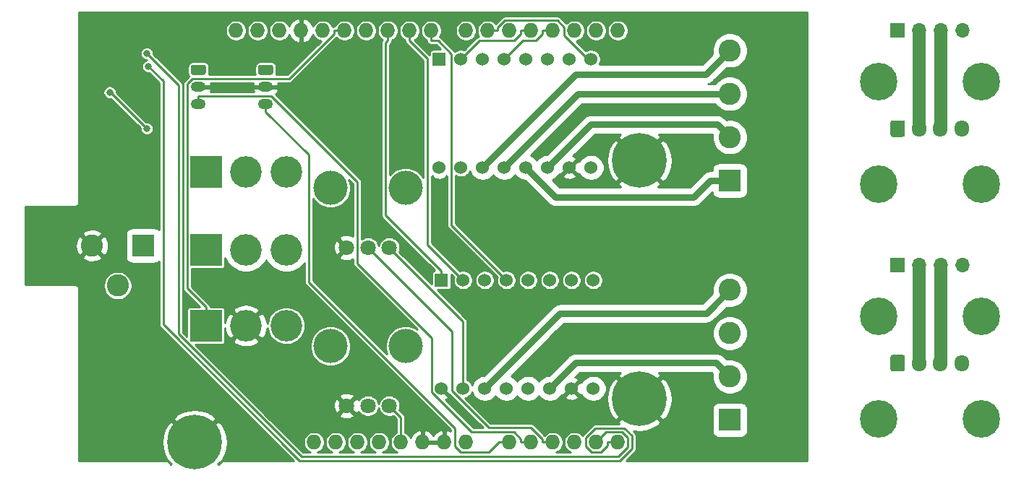
<source format=gbl>
%MOIN*%
%OFA0B0*%
%FSLAX46Y46*%
%IPPOS*%
%LPD*%
%ADD10O,0.068X0.068*%
%ADD11R,0.060000000000000005X0.060000000000000005*%
%ADD12C,0.060000000000000005*%
%ADD13C,0.031496062992125991*%
%ADD14C,0.25196850393700793*%
%ADD15C,0.10236220472440946*%
%ADD16R,0.10236220472440946X0.10236220472440946*%
%ADD17O,0.068897637795275593X0.047244094488188976*%
%ADD18C,0.070866141732283464*%
%ADD19C,0.15748031496062992*%
%ADD20C,0.1456692913385827*%
%ADD21R,0.1456692913385827X0.1456692913385827*%
%ADD22C,0.031496062992125991*%
%ADD23C,0.00984251968503937*%
%ADD24C,0.029527559055118113*%
%ADD25C,0.01*%
%ADD26C,0.0039370078740157488*%
%ADD37C,0.17322834645669294*%
%ADD38C,0.027559055118110236*%
%ADD39O,0.066929133858267723X0.076771653543307089*%
%ADD40R,0.066929133858267723X0.066929133858267723*%
%ADD41O,0.066929133858267723X0.066929133858267723*%
%ADD42C,0.059055118110236227*%
%ADD43C,0.17322834645669294*%
%ADD44C,0.027559055118110236*%
%ADD45O,0.066929133858267723X0.076771653543307089*%
%ADD46R,0.066929133858267723X0.066929133858267723*%
%ADD47O,0.066929133858267723X0.066929133858267723*%
%ADD48C,0.059055118110236227*%
G01*
D10*
X-0004007000Y0005095319D02*
X0002745952Y0000167366D03*
X0002645952Y0000167366D03*
X0002545952Y0000167366D03*
X0002445952Y0000167366D03*
X0002345952Y0000167366D03*
X0001345952Y0000167366D03*
X0001585952Y0002067366D03*
X0001485952Y0002067366D03*
X0001385952Y0002067366D03*
X0001185952Y0002067366D03*
X0001085952Y0002067366D03*
X0000985952Y0002067366D03*
X0001685952Y0002067366D03*
X0001785952Y0002067366D03*
X0001885952Y0002067366D03*
X0001285952Y0002067366D03*
X0002045952Y0002067366D03*
X0002145952Y0002067366D03*
X0002245952Y0002067366D03*
X0002345952Y0002067366D03*
X0002445952Y0002067366D03*
X0002545952Y0002067366D03*
X0002645952Y0002067366D03*
X0002745952Y0002067366D03*
X0001445952Y0000167366D03*
X0001545952Y0000167366D03*
X0001645952Y0000167366D03*
X0001745952Y0000167366D03*
X0001845952Y0000167366D03*
X0001945952Y0000167366D03*
X0002045952Y0000167366D03*
X0002245952Y0000167366D03*
D11*
X0001933000Y0000915319D03*
D12*
X0002033000Y0000915319D03*
X0002132999Y0000915319D03*
X0002233000Y0000915319D03*
X0002333000Y0000915319D03*
X0002432999Y0000915319D03*
X0002533000Y0000915319D03*
X0002633000Y0000915319D03*
X0002633000Y0000415319D03*
X0002533000Y0000415319D03*
X0002432999Y0000415319D03*
X0002333000Y0000415319D03*
X0002233000Y0000415319D03*
X0002132999Y0000415319D03*
X0002033000Y0000415319D03*
X0001933000Y0000415319D03*
X0001923000Y0001435319D03*
X0002023000Y0001435319D03*
X0002123000Y0001435319D03*
X0002222999Y0001435319D03*
X0002323000Y0001435319D03*
X0002423000Y0001435319D03*
X0002522999Y0001435319D03*
X0002622999Y0001435319D03*
X0002622999Y0001935319D03*
X0002522999Y0001935319D03*
X0002423000Y0001935319D03*
X0002323000Y0001935319D03*
X0002222999Y0001935319D03*
X0002123000Y0001935319D03*
X0002023000Y0001935319D03*
D11*
X0001923000Y0001935319D03*
D10*
X0002245952Y0000167366D03*
X0002045952Y0000167366D03*
X0001945952Y0000167366D03*
X0001845952Y0000167366D03*
X0001745952Y0000167366D03*
X0001645952Y0000167366D03*
X0001545952Y0000167366D03*
X0001445952Y0000167366D03*
X0002745952Y0002067366D03*
X0002645952Y0002067366D03*
X0002545952Y0002067366D03*
X0002445952Y0002067366D03*
X0002345952Y0002067366D03*
X0002245952Y0002067366D03*
X0002145952Y0002067366D03*
X0002045952Y0002067366D03*
X0001285952Y0002067366D03*
X0001885952Y0002067366D03*
X0001785952Y0002067366D03*
X0001685952Y0002067366D03*
X0000985952Y0002067366D03*
X0001085952Y0002067366D03*
X0001185952Y0002067366D03*
X0001385952Y0002067366D03*
X0001485952Y0002067366D03*
X0001585952Y0002067366D03*
X0001345952Y0000167366D03*
X0002345952Y0000167366D03*
X0002445952Y0000167366D03*
X0002545952Y0000167366D03*
X0002645952Y0000167366D03*
X0002745952Y0000167366D03*
D13*
X0002912765Y0001534179D03*
X0002845952Y0001561854D03*
X0002779139Y0001534179D03*
X0002751464Y0001467366D03*
X0002779139Y0001400553D03*
X0002845952Y0001372878D03*
X0002912765Y0001400553D03*
X0002940440Y0001467366D03*
D14*
X0002845952Y0001467366D03*
X0000795952Y0000167366D03*
D13*
X0000890440Y0000167366D03*
X0000862765Y0000100553D03*
X0000795952Y0000072878D03*
X0000729139Y0000100553D03*
X0000701464Y0000167366D03*
X0000729139Y0000234179D03*
X0000795952Y0000261854D03*
X0000862765Y0000234179D03*
X0002912765Y0000434179D03*
X0002845952Y0000461854D03*
X0002779139Y0000434179D03*
X0002751464Y0000367366D03*
X0002779139Y0000300553D03*
X0002845952Y0000272878D03*
X0002912765Y0000300553D03*
X0002940440Y0000367366D03*
D14*
X0002845952Y0000367366D03*
D15*
X0003262999Y0001975319D03*
X0003262999Y0001775319D03*
X0003262999Y0001575319D03*
D16*
X0003262999Y0001375319D03*
X0003262999Y0000270319D03*
D15*
X0003262999Y0000470319D03*
X0003262999Y0000670319D03*
X0003262999Y0000870319D03*
D17*
X0000812999Y0001728838D03*
X0000812999Y0001807578D03*
G36*
G01*
X0000788393Y0001909941D02*
X0000837606Y0001909941D01*
G75*
G02*
X0000847448Y0001900098J-0000009842D01*
G01*
X0000847448Y0001872539D01*
G75*
G02*
X0000837606Y0001862697I-0000009842D01*
G01*
X0000788393Y0001862697D01*
G75*
G02*
X0000778551Y0001872539J0000009842D01*
G01*
X0000778551Y0001900098D01*
G75*
G02*
X0000788393Y0001909941I0000009842D01*
G01*
G37*
G36*
G01*
X0001098393Y0001909941D02*
X0001147606Y0001909941D01*
G75*
G02*
X0001157448Y0001900098J-0000009842D01*
G01*
X0001157448Y0001872539D01*
G75*
G02*
X0001147606Y0001862697I-0000009842D01*
G01*
X0001098393Y0001862697D01*
G75*
G02*
X0001088551Y0001872539J0000009842D01*
G01*
X0001088551Y0001900098D01*
G75*
G02*
X0001098393Y0001909941I0000009842D01*
G01*
G37*
X0001122999Y0001807578D03*
X0001122999Y0001728838D03*
D16*
X0000559220Y0001075319D03*
D15*
X0000323000Y0001075319D03*
X0000441110Y0000890279D03*
D18*
X0001496149Y0000335319D03*
X0001594574Y0000335319D03*
X0001693000Y0000335319D03*
D19*
X0001421346Y0000610909D03*
X0001767803Y0000610909D03*
X0001767803Y0001340909D03*
X0001421346Y0001340909D03*
D18*
X0001693000Y0001065319D03*
X0001594574Y0001065319D03*
X0001496149Y0001065319D03*
D20*
X0001032999Y0000705319D03*
D21*
X0000847960Y0000705319D03*
D20*
X0001218039Y0000705319D03*
X0001218039Y0001055319D03*
D21*
X0000847960Y0001055319D03*
D20*
X0001032999Y0001055319D03*
X0001032999Y0001415319D03*
D21*
X0000847960Y0001415319D03*
D20*
X0001218039Y0001415319D03*
D22*
X0000583000Y0001901307D03*
X0000574873Y0001961952D03*
X0000127999Y0000984319D03*
X0000136999Y0001170319D03*
X0002916999Y0002052319D03*
X0003465000Y0002129319D03*
X0003435000Y0000109319D03*
X0002984000Y0000214319D03*
X0001281000Y0000346319D03*
X0000308000Y0000109319D03*
X0001032000Y0000877319D03*
X0001582999Y0001648319D03*
X0000814000Y0002114319D03*
X0002309000Y0001349319D03*
X0002120000Y0000620319D03*
X0002832000Y0000943319D03*
X0000655000Y0000639319D03*
X0003300000Y0001124319D03*
X0000404141Y0001782858D03*
X0000574873Y0001615102D03*
D23*
X0002745952Y0000167366D02*
X0002699145Y0000167366D01*
X0000583000Y0001901307D02*
X0000650271Y0001834035D01*
X0000650271Y0001834035D02*
X0000650271Y0000713031D01*
X0000650271Y0000713031D02*
X0001280070Y0000083232D01*
X0001280070Y0000083232D02*
X0002756358Y0000083232D01*
X0002756358Y0000083232D02*
X0002810496Y0000137370D01*
X0002810496Y0000137370D02*
X0002810496Y0000197893D01*
X0002810496Y0000197893D02*
X0002776480Y0000231909D01*
X0002776480Y0000231909D02*
X0002643366Y0000231909D01*
X0002643366Y0000231909D02*
X0002599141Y0000187685D01*
X0002599141Y0000187685D02*
X0002599141Y0000147555D01*
X0002599141Y0000147555D02*
X0002626137Y0000120559D01*
X0002626137Y0000120559D02*
X0002666968Y0000120559D01*
X0002666968Y0000120559D02*
X0002699145Y0000152736D01*
X0002699145Y0000152736D02*
X0002699145Y0000167366D01*
X0000574873Y0001961952D02*
X0000720948Y0001815878D01*
X0000720948Y0001815878D02*
X0000720948Y0000667704D01*
X0000720948Y0000667704D02*
X0001287688Y0000100964D01*
X0001287688Y0000100964D02*
X0002747086Y0000100964D01*
X0002747086Y0000100964D02*
X0002792763Y0000146641D01*
X0002792763Y0000146641D02*
X0002792763Y0000187098D01*
X0002792763Y0000187098D02*
X0002765685Y0000214177D01*
X0002765685Y0000214177D02*
X0002692763Y0000214177D01*
X0002692763Y0000214177D02*
X0002645952Y0000167366D01*
X0001693000Y0000335319D02*
X0001745952Y0000282366D01*
X0001745952Y0000282366D02*
X0001745952Y0000167366D01*
X0001693000Y0001065319D02*
X0002033000Y0000725319D01*
X0002033000Y0000725319D02*
X0002033000Y0000415319D01*
X0002345952Y0000167366D02*
X0002299145Y0000167366D01*
X0000812999Y0001728838D02*
X0000812999Y0001765267D01*
X0000812999Y0001765267D02*
X0001149228Y0001765267D01*
X0001149228Y0001765267D02*
X0001545362Y0001369134D01*
X0001545362Y0001369134D02*
X0001545362Y0000991890D01*
X0001545362Y0000991890D02*
X0001889094Y0000648157D01*
X0001889094Y0000648157D02*
X0001889094Y0000397701D01*
X0001889094Y0000397701D02*
X0002072622Y0000214173D01*
X0002072622Y0000214173D02*
X0002266968Y0000214173D01*
X0002266968Y0000214173D02*
X0002299145Y0000181996D01*
X0002299145Y0000181996D02*
X0002299145Y0000167366D01*
X0002445952Y0000167366D02*
X0002399145Y0000167366D01*
X0001594574Y0001065319D02*
X0001982999Y0000676893D01*
X0001982999Y0000676893D02*
X0001982999Y0000403504D01*
X0001982999Y0000403504D02*
X0002151574Y0000234929D01*
X0002151574Y0000234929D02*
X0002346208Y0000234929D01*
X0002346208Y0000234929D02*
X0002399145Y0000181992D01*
X0002399145Y0000181992D02*
X0002399145Y0000167366D01*
X0002145952Y0002067366D02*
X0002192759Y0002067366D01*
X0002192759Y0002067366D02*
X0002192759Y0002081992D01*
X0002192759Y0002081992D02*
X0002225421Y0002114653D01*
X0002225421Y0002114653D02*
X0002466929Y0002114653D01*
X0002466929Y0002114653D02*
X0002498311Y0002083271D01*
X0002498311Y0002083271D02*
X0002498311Y0002046204D01*
X0002498311Y0002046204D02*
X0002609196Y0001935319D01*
X0002609196Y0001935319D02*
X0002622999Y0001935319D01*
X0002445952Y0002067366D02*
X0002399145Y0002067366D01*
X0002399145Y0002067366D02*
X0002399145Y0002052736D01*
X0002399145Y0002052736D02*
X0002366968Y0002020559D01*
X0002366968Y0002020559D02*
X0002308240Y0002020559D01*
X0002308240Y0002020559D02*
X0002222999Y0001935319D01*
X0002345952Y0002067366D02*
X0002299145Y0002067366D01*
X0002299145Y0002067366D02*
X0002299145Y0002052736D01*
X0002299145Y0002052736D02*
X0002266968Y0002020559D01*
X0002266968Y0002020559D02*
X0002108240Y0002020559D01*
X0002108240Y0002020559D02*
X0002023000Y0001935319D01*
X0001933000Y0000958126D02*
X0001676216Y0001214909D01*
X0001676216Y0001214909D02*
X0001676216Y0002010823D01*
X0001676216Y0002010823D02*
X0001685952Y0002020559D01*
X0001685952Y0002067366D02*
X0001685952Y0002020559D01*
X0001933000Y0000915319D02*
X0001933000Y0000958126D01*
X0001785952Y0002067366D02*
X0001785952Y0002020559D01*
X0002033000Y0000915319D02*
X0001868220Y0001080098D01*
X0001868220Y0001080098D02*
X0001868220Y0001938291D01*
X0001868220Y0001938291D02*
X0001785952Y0002020559D01*
X0001885952Y0002067366D02*
X0001885952Y0002020559D01*
X0002233000Y0000915319D02*
X0001979263Y0001169055D01*
X0001979263Y0001169055D02*
X0001979263Y0001959429D01*
X0001979263Y0001959429D02*
X0001918133Y0002020559D01*
X0001918133Y0002020559D02*
X0001885952Y0002020559D01*
X0002245952Y0000167366D02*
X0002199145Y0000167366D01*
X0001122999Y0001728838D02*
X0001122999Y0001692409D01*
X0001122999Y0001692409D02*
X0001321401Y0001494008D01*
X0001321401Y0001494008D02*
X0001321401Y0000906693D01*
X0001321401Y0000906693D02*
X0001995952Y0000232141D01*
X0001995952Y0000232141D02*
X0001995952Y0000148047D01*
X0001995952Y0000148047D02*
X0002023440Y0000120559D01*
X0002023440Y0000120559D02*
X0002152338Y0000120559D01*
X0002152338Y0000120559D02*
X0002199145Y0000167366D01*
X0000574873Y0001615102D02*
X0000407118Y0001782858D01*
X0000407118Y0001782858D02*
X0000404141Y0001782858D01*
X0001485952Y0002067366D02*
X0001439145Y0002067366D01*
X0000847960Y0000705319D02*
X0000847960Y0000790960D01*
X0000847960Y0000790960D02*
X0000762086Y0000876834D01*
X0000762086Y0000876834D02*
X0000762086Y0001820870D01*
X0000762086Y0001820870D02*
X0000786133Y0001844917D01*
X0000786133Y0001844917D02*
X0001231326Y0001844917D01*
X0001231326Y0001844917D02*
X0001439145Y0002052736D01*
X0001439145Y0002052736D02*
X0001439145Y0002067366D01*
D24*
X0003262999Y0001975319D02*
X0003152629Y0001864949D01*
X0003152629Y0001864949D02*
X0002552629Y0001864949D01*
X0002552629Y0001864949D02*
X0002123000Y0001435319D01*
X0003262999Y0001775319D02*
X0002562999Y0001775319D01*
X0002562999Y0001775319D02*
X0002222999Y0001435319D01*
X0003262999Y0001575319D02*
X0003204149Y0001634169D01*
X0003204149Y0001634169D02*
X0002621850Y0001634169D01*
X0002621850Y0001634169D02*
X0002423000Y0001435319D01*
X0003262999Y0001375319D02*
X0003171452Y0001375319D01*
X0003171452Y0001375319D02*
X0003095740Y0001299606D01*
X0003095740Y0001299606D02*
X0002458712Y0001299606D01*
X0002458712Y0001299606D02*
X0002323000Y0001435319D01*
X0002432999Y0000415319D02*
X0002552389Y0000534708D01*
X0002552389Y0000534708D02*
X0003198610Y0000534708D01*
X0003198610Y0000534708D02*
X0003262999Y0000470319D01*
X0002132999Y0000415319D02*
X0002479551Y0000761870D01*
X0002479551Y0000761870D02*
X0003154551Y0000761870D01*
X0003154551Y0000761870D02*
X0003262999Y0000870319D01*
D25*
X0003617015Y0000083303D02*
X0002845783Y0000083303D01*
X0002845782Y0000083303D01*
X0002845074Y0000083303D01*
X0002844214Y0000083303D01*
X0002844213Y0000083303D01*
X0002784591Y0000083293D01*
X0002823890Y0000122591D01*
X0002824650Y0000123215D01*
X0002827140Y0000126249D01*
X0002828989Y0000129709D01*
X0002830129Y0000133465D01*
X0002830417Y0000136391D01*
X0002830417Y0000136392D01*
X0002830513Y0000137370D01*
X0002830417Y0000138348D01*
X0002830417Y0000196915D01*
X0002830513Y0000197893D01*
X0002830129Y0000201799D01*
X0002828989Y0000205554D01*
X0002828556Y0000206365D01*
X0002827140Y0000209015D01*
X0002824650Y0000212048D01*
X0002823890Y0000212672D01*
X0002818086Y0000218476D01*
X0002844995Y0000215654D01*
X0002874611Y0000218382D01*
X0002903126Y0000226836D01*
X0002929443Y0000240690D01*
X0002931034Y0000241754D01*
X0002945215Y0000261032D01*
X0002905138Y0000301109D01*
X0002912209Y0000308180D01*
X0002952286Y0000268103D01*
X0002971564Y0000282284D01*
X0002985749Y0000308424D01*
X0002989806Y0000321500D01*
X0003181080Y0000321500D01*
X0003181080Y0000219138D01*
X0003181670Y0000213141D01*
X0003183420Y0000207374D01*
X0003186260Y0000202060D01*
X0003190083Y0000197402D01*
X0003194741Y0000193579D01*
X0003200055Y0000190739D01*
X0003205822Y0000188990D01*
X0003211818Y0000188399D01*
X0003314181Y0000188399D01*
X0003320177Y0000188990D01*
X0003325944Y0000190739D01*
X0003331258Y0000193579D01*
X0003335916Y0000197402D01*
X0003339739Y0000202060D01*
X0003342579Y0000207374D01*
X0003344329Y0000213141D01*
X0003344919Y0000219138D01*
X0003344919Y0000321500D01*
X0003344329Y0000327497D01*
X0003342579Y0000333263D01*
X0003339739Y0000338577D01*
X0003335916Y0000343235D01*
X0003331258Y0000347058D01*
X0003325944Y0000349898D01*
X0003320177Y0000351648D01*
X0003314181Y0000352238D01*
X0003211818Y0000352238D01*
X0003205822Y0000351648D01*
X0003200055Y0000349898D01*
X0003194741Y0000347058D01*
X0003190083Y0000343235D01*
X0003186260Y0000338577D01*
X0003183420Y0000333263D01*
X0003181670Y0000327497D01*
X0003181080Y0000321500D01*
X0002989806Y0000321500D01*
X0002994562Y0000336830D01*
X0002997664Y0000366409D01*
X0002994936Y0000396025D01*
X0002986482Y0000424539D01*
X0002972628Y0000450857D01*
X0002971564Y0000452448D01*
X0002952286Y0000466629D01*
X0002912209Y0000426551D01*
X0002905138Y0000433622D01*
X0002945215Y0000473700D01*
X0002933700Y0000489354D01*
X0003179823Y0000489354D01*
X0003182817Y0000486361D01*
X0003181228Y0000478372D01*
X0003181228Y0000462265D01*
X0003184370Y0000446467D01*
X0003190534Y0000431585D01*
X0003199483Y0000418192D01*
X0003210873Y0000406802D01*
X0003224266Y0000397854D01*
X0003239148Y0000391689D01*
X0003254946Y0000388547D01*
X0003271053Y0000388547D01*
X0003286851Y0000391689D01*
X0003301733Y0000397854D01*
X0003315126Y0000406802D01*
X0003326516Y0000418192D01*
X0003335465Y0000431585D01*
X0003341629Y0000446467D01*
X0003344771Y0000462265D01*
X0003344771Y0000478372D01*
X0003341629Y0000494171D01*
X0003335465Y0000509052D01*
X0003326516Y0000522445D01*
X0003315126Y0000533835D01*
X0003301733Y0000542784D01*
X0003286851Y0000548948D01*
X0003271053Y0000552090D01*
X0003254946Y0000552090D01*
X0003246957Y0000550501D01*
X0003232256Y0000565203D01*
X0003230835Y0000566934D01*
X0003223929Y0000572602D01*
X0003216050Y0000576813D01*
X0003207501Y0000579407D01*
X0003200838Y0000580063D01*
X0003200838Y0000580063D01*
X0003198610Y0000580282D01*
X0003196382Y0000580063D01*
X0002554617Y0000580063D01*
X0002552389Y0000580282D01*
X0002550161Y0000580063D01*
X0002550161Y0000580063D01*
X0002544279Y0000579483D01*
X0002543498Y0000579407D01*
X0002540905Y0000578620D01*
X0002534949Y0000576813D01*
X0002527070Y0000572602D01*
X0002527070Y0000572602D01*
X0002527070Y0000572602D01*
X0002521894Y0000568354D01*
X0002521894Y0000568354D01*
X0002520164Y0000566934D01*
X0002518743Y0000565203D01*
X0002429449Y0000475909D01*
X0002427032Y0000475909D01*
X0002415326Y0000473581D01*
X0002404299Y0000469013D01*
X0002394375Y0000462382D01*
X0002385936Y0000453943D01*
X0002383000Y0000449548D01*
X0002380063Y0000453943D01*
X0002371624Y0000462382D01*
X0002361700Y0000469013D01*
X0002350673Y0000473581D01*
X0002338967Y0000475909D01*
X0002327032Y0000475909D01*
X0002315326Y0000473581D01*
X0002304299Y0000469013D01*
X0002294375Y0000462382D01*
X0002285936Y0000453943D01*
X0002282999Y0000449548D01*
X0002280063Y0000453943D01*
X0002271624Y0000462382D01*
X0002261700Y0000469013D01*
X0002254017Y0000472196D01*
X0002460194Y0000678372D01*
X0003181228Y0000678372D01*
X0003181228Y0000662265D01*
X0003184370Y0000646467D01*
X0003190534Y0000631585D01*
X0003199483Y0000618192D01*
X0003210873Y0000606802D01*
X0003224266Y0000597854D01*
X0003239148Y0000591689D01*
X0003254946Y0000588547D01*
X0003271053Y0000588547D01*
X0003286851Y0000591689D01*
X0003301733Y0000597854D01*
X0003315126Y0000606802D01*
X0003326516Y0000618192D01*
X0003335465Y0000631585D01*
X0003341629Y0000646467D01*
X0003344771Y0000662265D01*
X0003344771Y0000678372D01*
X0003341629Y0000694171D01*
X0003335465Y0000709052D01*
X0003326516Y0000722445D01*
X0003315126Y0000733835D01*
X0003301733Y0000742784D01*
X0003286851Y0000748948D01*
X0003271053Y0000752090D01*
X0003254946Y0000752090D01*
X0003239148Y0000748948D01*
X0003224266Y0000742784D01*
X0003210873Y0000733835D01*
X0003199483Y0000722445D01*
X0003190534Y0000709052D01*
X0003184370Y0000694171D01*
X0003181228Y0000678372D01*
X0002460194Y0000678372D01*
X0002498337Y0000716515D01*
X0003152323Y0000716515D01*
X0003154551Y0000716296D01*
X0003156779Y0000716515D01*
X0003156779Y0000716515D01*
X0003163442Y0000717172D01*
X0003171991Y0000719765D01*
X0003179870Y0000723977D01*
X0003186776Y0000729644D01*
X0003188197Y0000731375D01*
X0003246957Y0000790136D01*
X0003254946Y0000788547D01*
X0003271053Y0000788547D01*
X0003286851Y0000791689D01*
X0003301733Y0000797854D01*
X0003315126Y0000806802D01*
X0003326516Y0000818192D01*
X0003335465Y0000831585D01*
X0003341629Y0000846467D01*
X0003344771Y0000862265D01*
X0003344771Y0000878372D01*
X0003341629Y0000894171D01*
X0003335465Y0000909052D01*
X0003326516Y0000922445D01*
X0003315126Y0000933835D01*
X0003301733Y0000942784D01*
X0003286851Y0000948948D01*
X0003271053Y0000952090D01*
X0003254946Y0000952090D01*
X0003239148Y0000948948D01*
X0003224266Y0000942784D01*
X0003210873Y0000933835D01*
X0003199483Y0000922445D01*
X0003190534Y0000909052D01*
X0003184370Y0000894171D01*
X0003181228Y0000878372D01*
X0003181228Y0000862265D01*
X0003182817Y0000854277D01*
X0003135764Y0000807224D01*
X0002481778Y0000807224D01*
X0002479551Y0000807444D01*
X0002477323Y0000807224D01*
X0002477323Y0000807224D01*
X0002470660Y0000806568D01*
X0002462110Y0000803975D01*
X0002454231Y0000799763D01*
X0002454231Y0000799763D01*
X0002454231Y0000799763D01*
X0002449056Y0000795516D01*
X0002449056Y0000795516D01*
X0002447325Y0000794095D01*
X0002445905Y0000792365D01*
X0002129449Y0000475909D01*
X0002127032Y0000475909D01*
X0002115326Y0000473581D01*
X0002104299Y0000469013D01*
X0002094375Y0000462382D01*
X0002085936Y0000453943D01*
X0002079305Y0000444019D01*
X0002074737Y0000432992D01*
X0002074624Y0000432420D01*
X0002072878Y0000436634D01*
X0002067953Y0000444004D01*
X0002061685Y0000450272D01*
X0002054315Y0000455197D01*
X0002052921Y0000455775D01*
X0002052921Y0000724340D01*
X0002053017Y0000725319D01*
X0002052921Y0000726297D01*
X0002052921Y0000726297D01*
X0002052632Y0000729224D01*
X0002051493Y0000732979D01*
X0002049644Y0000736440D01*
X0002047154Y0000739473D01*
X0002046394Y0000740097D01*
X0001916245Y0000870246D01*
X0001963000Y0000870246D01*
X0001965940Y0000870536D01*
X0001968767Y0000871393D01*
X0001971373Y0000872786D01*
X0001973657Y0000874661D01*
X0001975532Y0000876945D01*
X0001976925Y0000879551D01*
X0001977782Y0000882378D01*
X0001978072Y0000885319D01*
X0001978072Y0000942073D01*
X0001990306Y0000929839D01*
X0001989729Y0000928445D01*
X0001988000Y0000919751D01*
X0001988000Y0000910887D01*
X0001989729Y0000902193D01*
X0001993121Y0000894003D01*
X0001998046Y0000886633D01*
X0002004314Y0000880365D01*
X0002011684Y0000875440D01*
X0002019873Y0000872048D01*
X0002028567Y0000870319D01*
X0002037432Y0000870319D01*
X0002046126Y0000872048D01*
X0002054315Y0000875440D01*
X0002061685Y0000880365D01*
X0002067953Y0000886633D01*
X0002072878Y0000894003D01*
X0002076270Y0000902193D01*
X0002077999Y0000910887D01*
X0002077999Y0000919751D01*
X0002087999Y0000919751D01*
X0002087999Y0000910887D01*
X0002089729Y0000902193D01*
X0002093121Y0000894003D01*
X0002098046Y0000886633D01*
X0002104314Y0000880365D01*
X0002111684Y0000875440D01*
X0002119873Y0000872048D01*
X0002128567Y0000870319D01*
X0002137432Y0000870319D01*
X0002146126Y0000872048D01*
X0002154315Y0000875440D01*
X0002161685Y0000880365D01*
X0002167953Y0000886633D01*
X0002172878Y0000894003D01*
X0002176270Y0000902193D01*
X0002177999Y0000910887D01*
X0002177999Y0000919751D01*
X0002176270Y0000928445D01*
X0002172878Y0000936634D01*
X0002167953Y0000944004D01*
X0002161685Y0000950272D01*
X0002154315Y0000955197D01*
X0002146126Y0000958589D01*
X0002137432Y0000960319D01*
X0002128567Y0000960319D01*
X0002119873Y0000958589D01*
X0002111684Y0000955197D01*
X0002104314Y0000950272D01*
X0002098046Y0000944004D01*
X0002093121Y0000936634D01*
X0002089729Y0000928445D01*
X0002087999Y0000919751D01*
X0002077999Y0000919751D01*
X0002076270Y0000928445D01*
X0002072878Y0000936634D01*
X0002067953Y0000944004D01*
X0002061685Y0000950272D01*
X0002054315Y0000955197D01*
X0002046126Y0000958589D01*
X0002037432Y0000960319D01*
X0002028567Y0000960319D01*
X0002019873Y0000958589D01*
X0002018479Y0000958012D01*
X0001888141Y0001088350D01*
X0001888141Y0001393389D01*
X0001892056Y0001397304D01*
X0001894693Y0001387852D01*
X0001904497Y0001383242D01*
X0001915013Y0001380633D01*
X0001925835Y0001380125D01*
X0001936548Y0001381739D01*
X0001946741Y0001385412D01*
X0001951306Y0001387852D01*
X0001953943Y0001397304D01*
X0001958526Y0001392721D01*
X0001959342Y0001393537D01*
X0001959342Y0001170033D01*
X0001959246Y0001169055D01*
X0001959342Y0001168077D01*
X0001959342Y0001168076D01*
X0001959630Y0001165150D01*
X0001960769Y0001161394D01*
X0001962619Y0001157934D01*
X0001965109Y0001154900D01*
X0001965869Y0001154276D01*
X0002190306Y0000929839D01*
X0002189729Y0000928445D01*
X0002188000Y0000919751D01*
X0002188000Y0000910887D01*
X0002189729Y0000902193D01*
X0002193121Y0000894003D01*
X0002198046Y0000886633D01*
X0002204314Y0000880365D01*
X0002211684Y0000875440D01*
X0002219873Y0000872048D01*
X0002228567Y0000870319D01*
X0002237432Y0000870319D01*
X0002246125Y0000872048D01*
X0002254315Y0000875440D01*
X0002261685Y0000880365D01*
X0002267953Y0000886633D01*
X0002272878Y0000894003D01*
X0002276270Y0000902193D01*
X0002278000Y0000910887D01*
X0002278000Y0000919751D01*
X0002288000Y0000919751D01*
X0002288000Y0000910887D01*
X0002289729Y0000902193D01*
X0002293121Y0000894003D01*
X0002298046Y0000886633D01*
X0002304314Y0000880365D01*
X0002311684Y0000875440D01*
X0002319873Y0000872048D01*
X0002328567Y0000870319D01*
X0002337432Y0000870319D01*
X0002346126Y0000872048D01*
X0002354315Y0000875440D01*
X0002361685Y0000880365D01*
X0002367953Y0000886633D01*
X0002372878Y0000894003D01*
X0002376270Y0000902193D01*
X0002378000Y0000910887D01*
X0002378000Y0000919751D01*
X0002387999Y0000919751D01*
X0002387999Y0000910887D01*
X0002389729Y0000902193D01*
X0002393121Y0000894003D01*
X0002398046Y0000886633D01*
X0002404314Y0000880365D01*
X0002411684Y0000875440D01*
X0002419873Y0000872048D01*
X0002428567Y0000870319D01*
X0002437432Y0000870319D01*
X0002446126Y0000872048D01*
X0002454315Y0000875440D01*
X0002461685Y0000880365D01*
X0002467953Y0000886633D01*
X0002472878Y0000894003D01*
X0002476270Y0000902193D01*
X0002477999Y0000910887D01*
X0002477999Y0000919751D01*
X0002488000Y0000919751D01*
X0002488000Y0000910887D01*
X0002489729Y0000902193D01*
X0002493121Y0000894003D01*
X0002498046Y0000886633D01*
X0002504314Y0000880365D01*
X0002511684Y0000875440D01*
X0002519873Y0000872048D01*
X0002528567Y0000870319D01*
X0002537432Y0000870319D01*
X0002546125Y0000872048D01*
X0002554315Y0000875440D01*
X0002561685Y0000880365D01*
X0002567953Y0000886633D01*
X0002572878Y0000894003D01*
X0002576270Y0000902193D01*
X0002577999Y0000910887D01*
X0002577999Y0000919751D01*
X0002588000Y0000919751D01*
X0002588000Y0000910887D01*
X0002589729Y0000902193D01*
X0002593121Y0000894003D01*
X0002598046Y0000886633D01*
X0002604314Y0000880365D01*
X0002611684Y0000875440D01*
X0002619873Y0000872048D01*
X0002628567Y0000870319D01*
X0002637432Y0000870319D01*
X0002646125Y0000872048D01*
X0002654315Y0000875440D01*
X0002661685Y0000880365D01*
X0002667953Y0000886633D01*
X0002672878Y0000894003D01*
X0002676270Y0000902193D01*
X0002678000Y0000910887D01*
X0002678000Y0000919751D01*
X0002676270Y0000928445D01*
X0002672878Y0000936634D01*
X0002667953Y0000944004D01*
X0002661685Y0000950272D01*
X0002654315Y0000955197D01*
X0002646125Y0000958589D01*
X0002637432Y0000960319D01*
X0002628567Y0000960319D01*
X0002619873Y0000958589D01*
X0002611684Y0000955197D01*
X0002604314Y0000950272D01*
X0002598046Y0000944004D01*
X0002593121Y0000936634D01*
X0002589729Y0000928445D01*
X0002588000Y0000919751D01*
X0002577999Y0000919751D01*
X0002576270Y0000928445D01*
X0002572878Y0000936634D01*
X0002567953Y0000944004D01*
X0002561685Y0000950272D01*
X0002554315Y0000955197D01*
X0002546125Y0000958589D01*
X0002537432Y0000960319D01*
X0002528567Y0000960319D01*
X0002519873Y0000958589D01*
X0002511684Y0000955197D01*
X0002504314Y0000950272D01*
X0002498046Y0000944004D01*
X0002493121Y0000936634D01*
X0002489729Y0000928445D01*
X0002488000Y0000919751D01*
X0002477999Y0000919751D01*
X0002476270Y0000928445D01*
X0002472878Y0000936634D01*
X0002467953Y0000944004D01*
X0002461685Y0000950272D01*
X0002454315Y0000955197D01*
X0002446126Y0000958589D01*
X0002437432Y0000960319D01*
X0002428567Y0000960319D01*
X0002419873Y0000958589D01*
X0002411684Y0000955197D01*
X0002404314Y0000950272D01*
X0002398046Y0000944004D01*
X0002393121Y0000936634D01*
X0002389729Y0000928445D01*
X0002387999Y0000919751D01*
X0002378000Y0000919751D01*
X0002376270Y0000928445D01*
X0002372878Y0000936634D01*
X0002367953Y0000944004D01*
X0002361685Y0000950272D01*
X0002354315Y0000955197D01*
X0002346126Y0000958589D01*
X0002337432Y0000960319D01*
X0002328567Y0000960319D01*
X0002319873Y0000958589D01*
X0002311684Y0000955197D01*
X0002304314Y0000950272D01*
X0002298046Y0000944004D01*
X0002293121Y0000936634D01*
X0002289729Y0000928445D01*
X0002288000Y0000919751D01*
X0002278000Y0000919751D01*
X0002276270Y0000928445D01*
X0002272878Y0000936634D01*
X0002267953Y0000944004D01*
X0002261685Y0000950272D01*
X0002254315Y0000955197D01*
X0002246125Y0000958589D01*
X0002237432Y0000960319D01*
X0002228567Y0000960319D01*
X0002219873Y0000958589D01*
X0002218479Y0000958012D01*
X0001999185Y0001177306D01*
X0001999185Y0001397110D01*
X0002001684Y0001395440D01*
X0002009873Y0001392048D01*
X0002018567Y0001390319D01*
X0002027432Y0001390319D01*
X0002036125Y0001392048D01*
X0002044315Y0001395440D01*
X0002051685Y0001400365D01*
X0002057953Y0001406633D01*
X0002062878Y0001414003D01*
X0002064624Y0001418217D01*
X0002064737Y0001417645D01*
X0002069305Y0001406618D01*
X0002075936Y0001396694D01*
X0002084375Y0001388255D01*
X0002094299Y0001381624D01*
X0002105326Y0001377057D01*
X0002117032Y0001374728D01*
X0002128967Y0001374728D01*
X0002140673Y0001377057D01*
X0002151700Y0001381624D01*
X0002161624Y0001388255D01*
X0002170063Y0001396694D01*
X0002173000Y0001401089D01*
X0002175936Y0001396694D01*
X0002184375Y0001388255D01*
X0002194299Y0001381624D01*
X0002205326Y0001377057D01*
X0002217032Y0001374728D01*
X0002228967Y0001374728D01*
X0002240673Y0001377057D01*
X0002251700Y0001381624D01*
X0002261624Y0001388255D01*
X0002270063Y0001396694D01*
X0002273000Y0001401089D01*
X0002275936Y0001396694D01*
X0002284375Y0001388255D01*
X0002294299Y0001381624D01*
X0002305326Y0001377057D01*
X0002317032Y0001374728D01*
X0002319449Y0001374728D01*
X0002425067Y0001269111D01*
X0002426487Y0001267381D01*
X0002428217Y0001265960D01*
X0002428217Y0001265960D01*
X0002432811Y0001262190D01*
X0002433393Y0001261713D01*
X0002434798Y0001260961D01*
X0002441272Y0001257501D01*
X0002449821Y0001254908D01*
X0002450601Y0001254831D01*
X0002456484Y0001254252D01*
X0002456484Y0001254252D01*
X0002458712Y0001254032D01*
X0002460940Y0001254252D01*
X0003093512Y0001254252D01*
X0003095740Y0001254032D01*
X0003097967Y0001254252D01*
X0003097968Y0001254252D01*
X0003104631Y0001254908D01*
X0003113180Y0001257501D01*
X0003121059Y0001261713D01*
X0003127965Y0001267381D01*
X0003129386Y0001269111D01*
X0003181379Y0001321104D01*
X0003181670Y0001318141D01*
X0003183420Y0001312374D01*
X0003186260Y0001307060D01*
X0003190083Y0001302402D01*
X0003194741Y0001298579D01*
X0003200055Y0001295739D01*
X0003205822Y0001293990D01*
X0003211818Y0001293399D01*
X0003314181Y0001293399D01*
X0003320177Y0001293990D01*
X0003325944Y0001295739D01*
X0003331258Y0001298579D01*
X0003335916Y0001302402D01*
X0003339739Y0001307060D01*
X0003342579Y0001312374D01*
X0003344329Y0001318141D01*
X0003344919Y0001324138D01*
X0003344919Y0001426500D01*
X0003344329Y0001432497D01*
X0003342579Y0001438263D01*
X0003339739Y0001443577D01*
X0003335916Y0001448235D01*
X0003331258Y0001452058D01*
X0003325944Y0001454898D01*
X0003320177Y0001456648D01*
X0003314181Y0001457238D01*
X0003211818Y0001457238D01*
X0003205822Y0001456648D01*
X0003200055Y0001454898D01*
X0003194741Y0001452058D01*
X0003190083Y0001448235D01*
X0003186260Y0001443577D01*
X0003183420Y0001438263D01*
X0003181670Y0001432497D01*
X0003181080Y0001426500D01*
X0003181080Y0001420673D01*
X0003173680Y0001420673D01*
X0003171452Y0001420892D01*
X0003169224Y0001420673D01*
X0003169224Y0001420673D01*
X0003162561Y0001420017D01*
X0003154012Y0001417423D01*
X0003146133Y0001413212D01*
X0003144578Y0001411936D01*
X0003140957Y0001408965D01*
X0003140957Y0001408964D01*
X0003139227Y0001407544D01*
X0003137806Y0001405814D01*
X0003076953Y0001344960D01*
X0002933393Y0001344960D01*
X0002945215Y0001361032D01*
X0002905138Y0001401109D01*
X0002912209Y0001408180D01*
X0002952286Y0001368103D01*
X0002971564Y0001382284D01*
X0002985749Y0001408424D01*
X0002994562Y0001436830D01*
X0002997664Y0001466409D01*
X0002994936Y0001496025D01*
X0002986482Y0001524539D01*
X0002972628Y0001550857D01*
X0002971564Y0001552448D01*
X0002952286Y0001566629D01*
X0002912209Y0001526551D01*
X0002905138Y0001533622D01*
X0002945215Y0001573700D01*
X0002934097Y0001588815D01*
X0003182310Y0001588815D01*
X0003181228Y0001583372D01*
X0003181228Y0001567265D01*
X0003184370Y0001551467D01*
X0003190534Y0001536585D01*
X0003199483Y0001523192D01*
X0003210873Y0001511802D01*
X0003224266Y0001502854D01*
X0003239148Y0001496689D01*
X0003254946Y0001493547D01*
X0003271053Y0001493547D01*
X0003286851Y0001496689D01*
X0003301733Y0001502854D01*
X0003315126Y0001511802D01*
X0003326516Y0001523192D01*
X0003335465Y0001536585D01*
X0003341629Y0001551467D01*
X0003344771Y0001567265D01*
X0003344771Y0001583372D01*
X0003341629Y0001599171D01*
X0003335465Y0001614052D01*
X0003326516Y0001627445D01*
X0003315126Y0001638835D01*
X0003301733Y0001647784D01*
X0003286851Y0001653948D01*
X0003271053Y0001657090D01*
X0003254946Y0001657090D01*
X0003246957Y0001655501D01*
X0003237795Y0001664664D01*
X0003236375Y0001666395D01*
X0003229469Y0001672062D01*
X0003221589Y0001676274D01*
X0003213040Y0001678867D01*
X0003206377Y0001679523D01*
X0003206377Y0001679523D01*
X0003204149Y0001679743D01*
X0003201921Y0001679523D01*
X0002624078Y0001679523D01*
X0002621850Y0001679743D01*
X0002619622Y0001679523D01*
X0002619622Y0001679523D01*
X0002613739Y0001678944D01*
X0002612959Y0001678867D01*
X0002610940Y0001678255D01*
X0002604410Y0001676274D01*
X0002596530Y0001672062D01*
X0002596530Y0001672062D01*
X0002596530Y0001672062D01*
X0002591355Y0001667815D01*
X0002591355Y0001667815D01*
X0002589624Y0001666395D01*
X0002588204Y0001664664D01*
X0002419449Y0001495909D01*
X0002417032Y0001495909D01*
X0002405326Y0001493581D01*
X0002394299Y0001489013D01*
X0002384375Y0001482382D01*
X0002375936Y0001473943D01*
X0002372999Y0001469548D01*
X0002370063Y0001473943D01*
X0002361624Y0001482382D01*
X0002351700Y0001489013D01*
X0002344017Y0001492196D01*
X0002581786Y0001729964D01*
X0003194958Y0001729964D01*
X0003199483Y0001723192D01*
X0003210873Y0001711802D01*
X0003224266Y0001702854D01*
X0003239148Y0001696689D01*
X0003254946Y0001693547D01*
X0003271053Y0001693547D01*
X0003286851Y0001696689D01*
X0003301733Y0001702854D01*
X0003315126Y0001711802D01*
X0003326516Y0001723192D01*
X0003335465Y0001736585D01*
X0003341629Y0001751467D01*
X0003344771Y0001767265D01*
X0003344771Y0001783372D01*
X0003341629Y0001799171D01*
X0003335465Y0001814052D01*
X0003326516Y0001827445D01*
X0003315126Y0001838835D01*
X0003301733Y0001847784D01*
X0003286851Y0001853948D01*
X0003271053Y0001857090D01*
X0003254946Y0001857090D01*
X0003239148Y0001853948D01*
X0003224266Y0001847784D01*
X0003210873Y0001838835D01*
X0003199483Y0001827445D01*
X0003194958Y0001820673D01*
X0003162913Y0001820673D01*
X0003170070Y0001822844D01*
X0003177949Y0001827055D01*
X0003184855Y0001832723D01*
X0003186275Y0001834454D01*
X0003246957Y0001895136D01*
X0003254946Y0001893547D01*
X0003271053Y0001893547D01*
X0003286851Y0001896689D01*
X0003301733Y0001902854D01*
X0003315126Y0001911802D01*
X0003326516Y0001923192D01*
X0003335465Y0001936585D01*
X0003341629Y0001951467D01*
X0003344771Y0001967265D01*
X0003344771Y0001983372D01*
X0003341629Y0001999171D01*
X0003335465Y0002014052D01*
X0003326516Y0002027445D01*
X0003315126Y0002038835D01*
X0003301733Y0002047784D01*
X0003286851Y0002053948D01*
X0003271053Y0002057090D01*
X0003254946Y0002057090D01*
X0003239148Y0002053948D01*
X0003224266Y0002047784D01*
X0003210873Y0002038835D01*
X0003199483Y0002027445D01*
X0003190534Y0002014052D01*
X0003184370Y0001999171D01*
X0003181228Y0001983372D01*
X0003181228Y0001967265D01*
X0003182817Y0001959277D01*
X0003133843Y0001910303D01*
X0002660406Y0001910303D01*
X0002662878Y0001914003D01*
X0002666270Y0001922193D01*
X0002667999Y0001930887D01*
X0002667999Y0001939751D01*
X0002666270Y0001948445D01*
X0002662878Y0001956634D01*
X0002657953Y0001964004D01*
X0002651685Y0001970272D01*
X0002644315Y0001975197D01*
X0002636126Y0001978589D01*
X0002627432Y0001980319D01*
X0002618567Y0001980319D01*
X0002609873Y0001978589D01*
X0002601684Y0001975197D01*
X0002599170Y0001973518D01*
X0002553734Y0002018954D01*
X0002560245Y0002020249D01*
X0002569162Y0002023943D01*
X0002577188Y0002029305D01*
X0002584013Y0002036130D01*
X0002589375Y0002044156D01*
X0002593069Y0002053073D01*
X0002594952Y0002062540D01*
X0002594952Y0002072192D01*
X0002596952Y0002072192D01*
X0002596952Y0002062540D01*
X0002598835Y0002053073D01*
X0002602529Y0002044156D01*
X0002607891Y0002036130D01*
X0002614717Y0002029305D01*
X0002622742Y0002023943D01*
X0002631659Y0002020249D01*
X0002641126Y0002018366D01*
X0002650778Y0002018366D01*
X0002660245Y0002020249D01*
X0002669162Y0002023943D01*
X0002677188Y0002029305D01*
X0002684013Y0002036130D01*
X0002689375Y0002044156D01*
X0002693069Y0002053073D01*
X0002694952Y0002062540D01*
X0002694952Y0002072192D01*
X0002696952Y0002072192D01*
X0002696952Y0002062540D01*
X0002698835Y0002053073D01*
X0002702529Y0002044156D01*
X0002707891Y0002036130D01*
X0002714717Y0002029305D01*
X0002722742Y0002023943D01*
X0002731660Y0002020249D01*
X0002741126Y0002018366D01*
X0002750778Y0002018366D01*
X0002760245Y0002020249D01*
X0002769162Y0002023943D01*
X0002777188Y0002029305D01*
X0002784013Y0002036130D01*
X0002789375Y0002044156D01*
X0002793069Y0002053073D01*
X0002794952Y0002062540D01*
X0002794952Y0002072192D01*
X0002793069Y0002081659D01*
X0002789375Y0002090576D01*
X0002784013Y0002098602D01*
X0002777188Y0002105427D01*
X0002769162Y0002110789D01*
X0002760245Y0002114483D01*
X0002750778Y0002116366D01*
X0002741126Y0002116366D01*
X0002731660Y0002114483D01*
X0002722742Y0002110789D01*
X0002714717Y0002105427D01*
X0002707891Y0002098602D01*
X0002702529Y0002090576D01*
X0002698835Y0002081659D01*
X0002696952Y0002072192D01*
X0002694952Y0002072192D01*
X0002693069Y0002081659D01*
X0002689375Y0002090576D01*
X0002684013Y0002098602D01*
X0002677188Y0002105427D01*
X0002669162Y0002110789D01*
X0002660245Y0002114483D01*
X0002650778Y0002116366D01*
X0002641126Y0002116366D01*
X0002631659Y0002114483D01*
X0002622742Y0002110789D01*
X0002614717Y0002105427D01*
X0002607891Y0002098602D01*
X0002602529Y0002090576D01*
X0002598835Y0002081659D01*
X0002596952Y0002072192D01*
X0002594952Y0002072192D01*
X0002593069Y0002081659D01*
X0002589375Y0002090576D01*
X0002584013Y0002098602D01*
X0002577188Y0002105427D01*
X0002569162Y0002110789D01*
X0002560245Y0002114483D01*
X0002550778Y0002116366D01*
X0002541126Y0002116366D01*
X0002531660Y0002114483D01*
X0002522742Y0002110789D01*
X0002514717Y0002105427D01*
X0002509522Y0002100232D01*
X0002481707Y0002128048D01*
X0002481083Y0002128808D01*
X0002478050Y0002131297D01*
X0002474589Y0002133147D01*
X0002470834Y0002134286D01*
X0002467907Y0002134575D01*
X0002467907Y0002134575D01*
X0002466929Y0002134671D01*
X0002465950Y0002134575D01*
X0002226399Y0002134575D01*
X0002225421Y0002134671D01*
X0002224442Y0002134575D01*
X0002221516Y0002134286D01*
X0002217760Y0002133147D01*
X0002214300Y0002131297D01*
X0002211266Y0002128808D01*
X0002210642Y0002128048D01*
X0002182605Y0002100010D01*
X0002177188Y0002105427D01*
X0002169162Y0002110789D01*
X0002160245Y0002114483D01*
X0002150778Y0002116366D01*
X0002141126Y0002116366D01*
X0002131660Y0002114483D01*
X0002122742Y0002110789D01*
X0002114717Y0002105427D01*
X0002107891Y0002098602D01*
X0002102529Y0002090576D01*
X0002098835Y0002081659D01*
X0002096952Y0002072192D01*
X0002096952Y0002062540D01*
X0002098835Y0002053073D01*
X0002102529Y0002044156D01*
X0002105126Y0002040270D01*
X0002104334Y0002040192D01*
X0002100579Y0002039053D01*
X0002097118Y0002037203D01*
X0002094085Y0002034713D01*
X0002093461Y0002033953D01*
X0002037520Y0001978012D01*
X0002036125Y0001978589D01*
X0002027432Y0001980319D01*
X0002018567Y0001980319D01*
X0002009873Y0001978589D01*
X0002001684Y0001975197D01*
X0001995490Y0001971058D01*
X0001993418Y0001973583D01*
X0001992658Y0001974207D01*
X0001932912Y0002033953D01*
X0001932288Y0002034713D01*
X0001929255Y0002037203D01*
X0001925920Y0002038985D01*
X0001929375Y0002044156D01*
X0001933069Y0002053073D01*
X0001934952Y0002062540D01*
X0001934952Y0002072192D01*
X0001996952Y0002072192D01*
X0001996952Y0002062540D01*
X0001998835Y0002053073D01*
X0002002529Y0002044156D01*
X0002007891Y0002036130D01*
X0002014717Y0002029305D01*
X0002022742Y0002023943D01*
X0002031660Y0002020249D01*
X0002041126Y0002018366D01*
X0002050778Y0002018366D01*
X0002060245Y0002020249D01*
X0002069162Y0002023943D01*
X0002077188Y0002029305D01*
X0002084013Y0002036130D01*
X0002089375Y0002044156D01*
X0002093069Y0002053073D01*
X0002094952Y0002062540D01*
X0002094952Y0002072192D01*
X0002093069Y0002081659D01*
X0002089375Y0002090576D01*
X0002084013Y0002098602D01*
X0002077188Y0002105427D01*
X0002069162Y0002110789D01*
X0002060245Y0002114483D01*
X0002050778Y0002116366D01*
X0002041126Y0002116366D01*
X0002031660Y0002114483D01*
X0002022742Y0002110789D01*
X0002014717Y0002105427D01*
X0002007891Y0002098602D01*
X0002002529Y0002090576D01*
X0001998835Y0002081659D01*
X0001996952Y0002072192D01*
X0001934952Y0002072192D01*
X0001933069Y0002081659D01*
X0001929375Y0002090576D01*
X0001924013Y0002098602D01*
X0001917188Y0002105427D01*
X0001909162Y0002110789D01*
X0001900245Y0002114483D01*
X0001890778Y0002116366D01*
X0001881126Y0002116366D01*
X0001871659Y0002114483D01*
X0001862742Y0002110789D01*
X0001854717Y0002105427D01*
X0001847891Y0002098602D01*
X0001842529Y0002090576D01*
X0001838835Y0002081659D01*
X0001836952Y0002072192D01*
X0001836952Y0002062540D01*
X0001838835Y0002053073D01*
X0001842529Y0002044156D01*
X0001847891Y0002036130D01*
X0001854717Y0002029305D01*
X0001862742Y0002023943D01*
X0001866031Y0002022580D01*
X0001866031Y0002021538D01*
X0001865935Y0002020559D01*
X0001866319Y0002016654D01*
X0001867458Y0002012898D01*
X0001869308Y0002009438D01*
X0001871798Y0002006404D01*
X0001874831Y0002003915D01*
X0001878292Y0002002065D01*
X0001882047Y0002000926D01*
X0001884974Y0002000638D01*
X0001885952Y0002000541D01*
X0001886931Y0002000638D01*
X0001909882Y0002000638D01*
X0001930128Y0001980391D01*
X0001893000Y0001980391D01*
X0001890059Y0001980102D01*
X0001887231Y0001979244D01*
X0001884626Y0001977851D01*
X0001882342Y0001975977D01*
X0001880467Y0001973692D01*
X0001879074Y0001971087D01*
X0001878217Y0001968259D01*
X0001877927Y0001965319D01*
X0001877927Y0001956757D01*
X0001810109Y0002024575D01*
X0001817188Y0002029305D01*
X0001824013Y0002036130D01*
X0001829375Y0002044156D01*
X0001833069Y0002053073D01*
X0001834952Y0002062540D01*
X0001834952Y0002072192D01*
X0001833069Y0002081659D01*
X0001829375Y0002090576D01*
X0001824013Y0002098602D01*
X0001817188Y0002105427D01*
X0001809162Y0002110789D01*
X0001800245Y0002114483D01*
X0001790778Y0002116366D01*
X0001781126Y0002116366D01*
X0001771660Y0002114483D01*
X0001762742Y0002110789D01*
X0001754717Y0002105427D01*
X0001747891Y0002098602D01*
X0001742529Y0002090576D01*
X0001738835Y0002081659D01*
X0001736952Y0002072192D01*
X0001736952Y0002062540D01*
X0001738835Y0002053073D01*
X0001742529Y0002044156D01*
X0001747891Y0002036130D01*
X0001754717Y0002029305D01*
X0001762742Y0002023943D01*
X0001766031Y0002022580D01*
X0001766031Y0002021537D01*
X0001765935Y0002020559D01*
X0001766319Y0002016654D01*
X0001767458Y0002012898D01*
X0001767458Y0002012898D01*
X0001769308Y0002009438D01*
X0001771798Y0002006404D01*
X0001772558Y0002005780D01*
X0001848299Y0001930039D01*
X0001848299Y0001389166D01*
X0001840615Y0001400665D01*
X0001827559Y0001413722D01*
X0001812205Y0001423981D01*
X0001795146Y0001431047D01*
X0001777035Y0001434649D01*
X0001758570Y0001434649D01*
X0001740460Y0001431047D01*
X0001723400Y0001423981D01*
X0001708047Y0001413722D01*
X0001696137Y0001401812D01*
X0001696137Y0002002571D01*
X0001699347Y0002005780D01*
X0001700107Y0002006404D01*
X0001702596Y0002009438D01*
X0001704446Y0002012898D01*
X0001705585Y0002016654D01*
X0001705874Y0002019580D01*
X0001705874Y0002019581D01*
X0001705970Y0002020559D01*
X0001705874Y0002021537D01*
X0001705874Y0002022580D01*
X0001709162Y0002023943D01*
X0001717188Y0002029305D01*
X0001724013Y0002036130D01*
X0001729375Y0002044156D01*
X0001733069Y0002053073D01*
X0001734952Y0002062540D01*
X0001734952Y0002072192D01*
X0001733069Y0002081659D01*
X0001729375Y0002090576D01*
X0001724013Y0002098602D01*
X0001717188Y0002105427D01*
X0001709162Y0002110789D01*
X0001700245Y0002114483D01*
X0001690778Y0002116366D01*
X0001681126Y0002116366D01*
X0001671660Y0002114483D01*
X0001662742Y0002110789D01*
X0001654717Y0002105427D01*
X0001647891Y0002098602D01*
X0001642529Y0002090576D01*
X0001638835Y0002081659D01*
X0001636952Y0002072192D01*
X0001636952Y0002062540D01*
X0001638835Y0002053073D01*
X0001642529Y0002044156D01*
X0001647891Y0002036130D01*
X0001654717Y0002029305D01*
X0001661754Y0002024603D01*
X0001659572Y0002021944D01*
X0001659010Y0002020892D01*
X0001657722Y0002018483D01*
X0001656583Y0002014728D01*
X0001656198Y0002010823D01*
X0001656295Y0002009844D01*
X0001656295Y0001215887D01*
X0001656198Y0001214909D01*
X0001656295Y0001213931D01*
X0001656295Y0001213931D01*
X0001656583Y0001211004D01*
X0001657722Y0001207249D01*
X0001659572Y0001203788D01*
X0001662061Y0001200755D01*
X0001662822Y0001200131D01*
X0001902600Y0000960352D01*
X0001900059Y0000960102D01*
X0001897231Y0000959244D01*
X0001894626Y0000957851D01*
X0001892342Y0000955977D01*
X0001890467Y0000953692D01*
X0001889074Y0000951087D01*
X0001888217Y0000948259D01*
X0001887927Y0000945319D01*
X0001887927Y0000898564D01*
X0001739851Y0001046640D01*
X0001741494Y0001050608D01*
X0001743433Y0001060351D01*
X0001743433Y0001070286D01*
X0001741494Y0001080029D01*
X0001737693Y0001089208D01*
X0001732173Y0001097468D01*
X0001725149Y0001104493D01*
X0001716889Y0001110012D01*
X0001707710Y0001113814D01*
X0001697967Y0001115752D01*
X0001688032Y0001115752D01*
X0001678289Y0001113814D01*
X0001669110Y0001110012D01*
X0001660850Y0001104493D01*
X0001653826Y0001097468D01*
X0001648306Y0001089208D01*
X0001644505Y0001080029D01*
X0001643787Y0001076422D01*
X0001643069Y0001080029D01*
X0001639267Y0001089208D01*
X0001633748Y0001097468D01*
X0001626723Y0001104493D01*
X0001618463Y0001110012D01*
X0001609285Y0001113814D01*
X0001599542Y0001115752D01*
X0001589607Y0001115752D01*
X0001579864Y0001113814D01*
X0001570685Y0001110012D01*
X0001565283Y0001106402D01*
X0001565283Y0001368155D01*
X0001565379Y0001369134D01*
X0001565283Y0001370112D01*
X0001565283Y0001370112D01*
X0001564995Y0001373039D01*
X0001563856Y0001376794D01*
X0001562006Y0001380255D01*
X0001559516Y0001383288D01*
X0001558756Y0001383912D01*
X0001168851Y0001773817D01*
X0001171743Y0001776733D01*
X0001177032Y0001784723D01*
X0001180661Y0001793591D01*
X0001180813Y0001795074D01*
X0001175902Y0001802578D01*
X0001128000Y0001802578D01*
X0001128000Y0001801791D01*
X0001118000Y0001801791D01*
X0001118000Y0001802578D01*
X0001070097Y0001802578D01*
X0001065186Y0001795074D01*
X0001065338Y0001793591D01*
X0001068777Y0001785189D01*
X0000867222Y0001785189D01*
X0000870661Y0001793591D01*
X0000870813Y0001795074D01*
X0000865902Y0001802578D01*
X0000818000Y0001802578D01*
X0000818000Y0001801791D01*
X0000808000Y0001801791D01*
X0000808000Y0001802578D01*
X0000807212Y0001802578D01*
X0000807212Y0001812578D01*
X0000808000Y0001812578D01*
X0000808000Y0001813366D01*
X0000818000Y0001813366D01*
X0000818000Y0001812578D01*
X0000865902Y0001812578D01*
X0000870813Y0001820083D01*
X0000870661Y0001821566D01*
X0000869257Y0001824996D01*
X0001066742Y0001824996D01*
X0001065338Y0001821566D01*
X0001065186Y0001820083D01*
X0001070097Y0001812578D01*
X0001118000Y0001812578D01*
X0001118000Y0001813366D01*
X0001128000Y0001813366D01*
X0001128000Y0001812578D01*
X0001175902Y0001812578D01*
X0001180813Y0001820083D01*
X0001180661Y0001821566D01*
X0001179257Y0001824996D01*
X0001230348Y0001824996D01*
X0001231326Y0001824899D01*
X0001232304Y0001824996D01*
X0001232305Y0001824996D01*
X0001235232Y0001825284D01*
X0001238987Y0001826423D01*
X0001242447Y0001828273D01*
X0001245481Y0001830762D01*
X0001246105Y0001831523D01*
X0001449302Y0002034720D01*
X0001454717Y0002029305D01*
X0001462742Y0002023943D01*
X0001471659Y0002020249D01*
X0001481126Y0002018366D01*
X0001490778Y0002018366D01*
X0001500245Y0002020249D01*
X0001509162Y0002023943D01*
X0001517188Y0002029305D01*
X0001524013Y0002036130D01*
X0001529375Y0002044156D01*
X0001533069Y0002053073D01*
X0001534952Y0002062540D01*
X0001534952Y0002072192D01*
X0001536952Y0002072192D01*
X0001536952Y0002062540D01*
X0001538835Y0002053073D01*
X0001542529Y0002044156D01*
X0001547891Y0002036130D01*
X0001554717Y0002029305D01*
X0001562742Y0002023943D01*
X0001571660Y0002020249D01*
X0001581126Y0002018366D01*
X0001590778Y0002018366D01*
X0001600245Y0002020249D01*
X0001609162Y0002023943D01*
X0001617188Y0002029305D01*
X0001624013Y0002036130D01*
X0001629375Y0002044156D01*
X0001633069Y0002053073D01*
X0001634952Y0002062540D01*
X0001634952Y0002072192D01*
X0001633069Y0002081659D01*
X0001629375Y0002090576D01*
X0001624013Y0002098602D01*
X0001617188Y0002105427D01*
X0001609162Y0002110789D01*
X0001600245Y0002114483D01*
X0001590778Y0002116366D01*
X0001581126Y0002116366D01*
X0001571660Y0002114483D01*
X0001562742Y0002110789D01*
X0001554717Y0002105427D01*
X0001547891Y0002098602D01*
X0001542529Y0002090576D01*
X0001538835Y0002081659D01*
X0001536952Y0002072192D01*
X0001534952Y0002072192D01*
X0001533069Y0002081659D01*
X0001529375Y0002090576D01*
X0001524013Y0002098602D01*
X0001517188Y0002105427D01*
X0001509162Y0002110789D01*
X0001500245Y0002114483D01*
X0001490778Y0002116366D01*
X0001481126Y0002116366D01*
X0001471659Y0002114483D01*
X0001462742Y0002110789D01*
X0001454717Y0002105427D01*
X0001447891Y0002098602D01*
X0001442529Y0002090576D01*
X0001441167Y0002087287D01*
X0001440124Y0002087287D01*
X0001439145Y0002087384D01*
X0001438167Y0002087287D01*
X0001435240Y0002086999D01*
X0001431485Y0002085860D01*
X0001431357Y0002085792D01*
X0001429375Y0002090576D01*
X0001424013Y0002098602D01*
X0001417188Y0002105427D01*
X0001409162Y0002110789D01*
X0001400245Y0002114483D01*
X0001390778Y0002116366D01*
X0001381126Y0002116366D01*
X0001371660Y0002114483D01*
X0001362742Y0002110789D01*
X0001354717Y0002105427D01*
X0001347891Y0002098602D01*
X0001342529Y0002090576D01*
X0001341324Y0002087667D01*
X0001336452Y0002097875D01*
X0001329529Y0002107141D01*
X0001320932Y0002114878D01*
X0001310991Y0002120790D01*
X0001300087Y0002124648D01*
X0001290952Y0002119904D01*
X0001290952Y0002072366D01*
X0001291740Y0002072366D01*
X0001291740Y0002062366D01*
X0001290952Y0002062366D01*
X0001290952Y0002014828D01*
X0001300087Y0002010084D01*
X0001310991Y0002013942D01*
X0001320932Y0002019853D01*
X0001329529Y0002027591D01*
X0001336452Y0002036856D01*
X0001341324Y0002047065D01*
X0001342529Y0002044156D01*
X0001347891Y0002036130D01*
X0001354717Y0002029305D01*
X0001362742Y0002023943D01*
X0001371660Y0002020249D01*
X0001377353Y0002019116D01*
X0001223075Y0001864838D01*
X0001171181Y0001864838D01*
X0001172042Y0001867678D01*
X0001172521Y0001872539D01*
X0001172521Y0001900098D01*
X0001172042Y0001904959D01*
X0001170624Y0001909633D01*
X0001168322Y0001913940D01*
X0001165223Y0001917716D01*
X0001161448Y0001920814D01*
X0001157140Y0001923117D01*
X0001152467Y0001924535D01*
X0001147606Y0001925013D01*
X0001098393Y0001925013D01*
X0001093532Y0001924535D01*
X0001088859Y0001923117D01*
X0001084551Y0001920814D01*
X0001080776Y0001917716D01*
X0001077677Y0001913940D01*
X0001075375Y0001909633D01*
X0001073957Y0001904959D01*
X0001073478Y0001900098D01*
X0001073478Y0001872539D01*
X0001073957Y0001867678D01*
X0001074818Y0001864838D01*
X0000861181Y0001864838D01*
X0000862042Y0001867678D01*
X0000862521Y0001872539D01*
X0000862521Y0001900098D01*
X0000862042Y0001904959D01*
X0000860624Y0001909633D01*
X0000858322Y0001913940D01*
X0000855223Y0001917716D01*
X0000851448Y0001920814D01*
X0000847140Y0001923117D01*
X0000842467Y0001924535D01*
X0000837606Y0001925013D01*
X0000788393Y0001925013D01*
X0000783532Y0001924535D01*
X0000778859Y0001923117D01*
X0000774551Y0001920814D01*
X0000770776Y0001917716D01*
X0000767677Y0001913940D01*
X0000765375Y0001909633D01*
X0000763957Y0001904959D01*
X0000763478Y0001900098D01*
X0000763478Y0001872539D01*
X0000763957Y0001867678D01*
X0000765375Y0001863005D01*
X0000767677Y0001858697D01*
X0000769509Y0001856465D01*
X0000748692Y0001835648D01*
X0000747932Y0001835024D01*
X0000745442Y0001831991D01*
X0000745192Y0001831522D01*
X0000743592Y0001828530D01*
X0000742453Y0001824775D01*
X0000742068Y0001820870D01*
X0000742165Y0001819891D01*
X0000742165Y0000877813D01*
X0000742068Y0000876834D01*
X0000742165Y0000875856D01*
X0000742165Y0000875856D01*
X0000742453Y0000872929D01*
X0000743592Y0000869174D01*
X0000745442Y0000865713D01*
X0000747932Y0000862680D01*
X0000748692Y0000862056D01*
X0000817522Y0000793226D01*
X0000775125Y0000793226D01*
X0000772185Y0000792936D01*
X0000769357Y0000792079D01*
X0000766752Y0000790686D01*
X0000764468Y0000788811D01*
X0000762593Y0000786527D01*
X0000761200Y0000783921D01*
X0000760343Y0000781094D01*
X0000760053Y0000778153D01*
X0000760053Y0000656773D01*
X0000740870Y0000675956D01*
X0000740870Y0001814899D01*
X0000740966Y0001815878D01*
X0000740581Y0001819783D01*
X0000739442Y0001823538D01*
X0000738781Y0001824775D01*
X0000737592Y0001826999D01*
X0000735103Y0001830032D01*
X0000734343Y0001830656D01*
X0000605622Y0001959377D01*
X0000605622Y0001964981D01*
X0000604440Y0001970921D01*
X0000602122Y0001976517D01*
X0000598757Y0001981553D01*
X0000594474Y0001985836D01*
X0000589438Y0001989201D01*
X0000583842Y0001991519D01*
X0000577902Y0001992701D01*
X0000571845Y0001992701D01*
X0000565905Y0001991519D01*
X0000560309Y0001989201D01*
X0000555273Y0001985836D01*
X0000550990Y0001981553D01*
X0000547625Y0001976517D01*
X0000545307Y0001970921D01*
X0000544125Y0001964981D01*
X0000544125Y0001958924D01*
X0000545307Y0001952984D01*
X0000547625Y0001947388D01*
X0000550990Y0001942352D01*
X0000555273Y0001938069D01*
X0000560309Y0001934704D01*
X0000565905Y0001932386D01*
X0000571845Y0001931204D01*
X0000575696Y0001931204D01*
X0000574031Y0001930873D01*
X0000568435Y0001928555D01*
X0000563399Y0001925190D01*
X0000559116Y0001920908D01*
X0000555751Y0001915871D01*
X0000553433Y0001910276D01*
X0000552251Y0001904335D01*
X0000552251Y0001898278D01*
X0000553433Y0001892338D01*
X0000555751Y0001886742D01*
X0000559116Y0001881706D01*
X0000563399Y0001877423D01*
X0000568435Y0001874058D01*
X0000574031Y0001871740D01*
X0000579971Y0001870559D01*
X0000585575Y0001870559D01*
X0000630350Y0001825784D01*
X0000630350Y0001149701D01*
X0000627478Y0001152058D01*
X0000622164Y0001154898D01*
X0000616398Y0001156648D01*
X0000610401Y0001157238D01*
X0000508039Y0001157238D01*
X0000502042Y0001156648D01*
X0000496276Y0001154898D01*
X0000490961Y0001152058D01*
X0000486303Y0001148235D01*
X0000482481Y0001143577D01*
X0000479640Y0001138263D01*
X0000477891Y0001132497D01*
X0000477300Y0001126500D01*
X0000477300Y0001024138D01*
X0000477891Y0001018141D01*
X0000479640Y0001012374D01*
X0000482481Y0001007060D01*
X0000486303Y0001002402D01*
X0000490961Y0000998579D01*
X0000496276Y0000995739D01*
X0000502042Y0000993990D01*
X0000508039Y0000993399D01*
X0000610401Y0000993399D01*
X0000616398Y0000993990D01*
X0000622164Y0000995739D01*
X0000627478Y0000998579D01*
X0000630350Y0001000936D01*
X0000630350Y0000714010D01*
X0000630254Y0000713031D01*
X0000630638Y0000709126D01*
X0000631777Y0000705371D01*
X0000632328Y0000704340D01*
X0000633627Y0000701910D01*
X0000636117Y0000698877D01*
X0000636877Y0000698253D01*
X0001252092Y0000083037D01*
X0000961156Y0000082989D01*
X0000929240Y0000082989D01*
X0000926891Y0000082757D01*
X0000923878Y0000081843D01*
X0000921101Y0000080359D01*
X0000918668Y0000078362D01*
X0000917938Y0000077473D01*
X0000905992Y0000064398D01*
X0000902286Y0000068103D01*
X0000921564Y0000082284D01*
X0000935749Y0000108424D01*
X0000944562Y0000136830D01*
X0000947664Y0000166409D01*
X0000944936Y0000196025D01*
X0000936482Y0000224539D01*
X0000922628Y0000250857D01*
X0000921564Y0000252448D01*
X0000902286Y0000266629D01*
X0000862209Y0000226551D01*
X0000855138Y0000233622D01*
X0000895215Y0000273700D01*
X0000881034Y0000292978D01*
X0000854894Y0000307163D01*
X0000826488Y0000315976D01*
X0000796909Y0000319078D01*
X0000767293Y0000316349D01*
X0000738779Y0000307895D01*
X0000712461Y0000294041D01*
X0000710870Y0000292978D01*
X0000696689Y0000273700D01*
X0000736767Y0000233622D01*
X0000729696Y0000226551D01*
X0000689618Y0000266629D01*
X0000670340Y0000252448D01*
X0000656155Y0000226308D01*
X0000647342Y0000197902D01*
X0000644240Y0000168323D01*
X0000646969Y0000138707D01*
X0000655423Y0000110192D01*
X0000669277Y0000083875D01*
X0000670340Y0000082284D01*
X0000689618Y0000068103D01*
X0000685533Y0000064018D01*
X0000683822Y0000065559D01*
X0000673984Y0000077480D01*
X0000673002Y0000078676D01*
X0000670569Y0000080673D01*
X0000669166Y0000081423D01*
X0000669166Y0000081423D01*
X0000669166Y0000081423D01*
X0000667792Y0000082158D01*
X0000666283Y0000082615D01*
X0000666283Y0000082615D01*
X0000666283Y0000082615D01*
X0000664779Y0000083072D01*
X0000662430Y0000083303D01*
X0000261984Y0000083303D01*
X0000261984Y0000877534D01*
X0000262061Y0000878319D01*
X0000261752Y0000881452D01*
X0000260838Y0000884465D01*
X0000259354Y0000887242D01*
X0000257357Y0000889676D01*
X0000254923Y0000891673D01*
X0000252146Y0000893158D01*
X0000249133Y0000894072D01*
X0000246785Y0000894303D01*
X0000246000Y0000894380D01*
X0000245214Y0000894303D01*
X0000015984Y0000894303D01*
X0000015984Y0000896798D01*
X0000374929Y0000896798D01*
X0000374929Y0000883761D01*
X0000377472Y0000870975D01*
X0000382461Y0000858931D01*
X0000389704Y0000848091D01*
X0000398922Y0000838873D01*
X0000409761Y0000831630D01*
X0000421805Y0000826641D01*
X0000434591Y0000824098D01*
X0000447628Y0000824098D01*
X0000460414Y0000826641D01*
X0000472458Y0000831630D01*
X0000483298Y0000838873D01*
X0000492516Y0000848091D01*
X0000499759Y0000858931D01*
X0000504747Y0000870975D01*
X0000507291Y0000883761D01*
X0000507291Y0000896798D01*
X0000504747Y0000909584D01*
X0000499759Y0000921628D01*
X0000492516Y0000932467D01*
X0000483298Y0000941685D01*
X0000472458Y0000948928D01*
X0000460414Y0000953917D01*
X0000447628Y0000956460D01*
X0000434591Y0000956460D01*
X0000421805Y0000953917D01*
X0000409761Y0000948928D01*
X0000398922Y0000941685D01*
X0000389704Y0000932467D01*
X0000382461Y0000921628D01*
X0000377472Y0000909584D01*
X0000374929Y0000896798D01*
X0000015984Y0000896798D01*
X0000015984Y0001022200D01*
X0000276952Y0001022200D01*
X0000282146Y0001010582D01*
X0000295560Y0001003856D01*
X0000310029Y0000999876D01*
X0000324997Y0000998795D01*
X0000339887Y0001000655D01*
X0000354129Y0001005384D01*
X0000363853Y0001010582D01*
X0000369047Y0001022200D01*
X0000323000Y0001068248D01*
X0000276952Y0001022200D01*
X0000015984Y0001022200D01*
X0000015984Y0001073321D01*
X0000246476Y0001073321D01*
X0000248336Y0001058431D01*
X0000253065Y0001044189D01*
X0000258263Y0001034465D01*
X0000269880Y0001029271D01*
X0000315928Y0001075319D01*
X0000330071Y0001075319D01*
X0000376119Y0001029271D01*
X0000387736Y0001034465D01*
X0000394462Y0001047879D01*
X0000398442Y0001062348D01*
X0000399523Y0001077316D01*
X0000397663Y0001092206D01*
X0000392934Y0001106448D01*
X0000387736Y0001116172D01*
X0000376119Y0001121367D01*
X0000330071Y0001075319D01*
X0000315928Y0001075319D01*
X0000269880Y0001121367D01*
X0000258263Y0001116172D01*
X0000251537Y0001102758D01*
X0000247557Y0001088289D01*
X0000246476Y0001073321D01*
X0000015984Y0001073321D01*
X0000015984Y0001128438D01*
X0000276952Y0001128438D01*
X0000323000Y0001082390D01*
X0000369047Y0001128438D01*
X0000363853Y0001140055D01*
X0000350439Y0001146782D01*
X0000335970Y0001150762D01*
X0000321002Y0001151842D01*
X0000306112Y0001149982D01*
X0000291870Y0001145253D01*
X0000282146Y0001140055D01*
X0000276952Y0001128438D01*
X0000015984Y0001128438D01*
X0000015984Y0001256334D01*
X0000245214Y0001256334D01*
X0000246000Y0001256257D01*
X0000249133Y0001256566D01*
X0000252146Y0001257480D01*
X0000254923Y0001258964D01*
X0000257357Y0001260961D01*
X0000259354Y0001263395D01*
X0000260838Y0001266172D01*
X0000261752Y0001269185D01*
X0000261984Y0001271534D01*
X0000262061Y0001272319D01*
X0000261984Y0001273104D01*
X0000261984Y0001785886D01*
X0000373393Y0001785886D01*
X0000373393Y0001779830D01*
X0000374575Y0001773889D01*
X0000376893Y0001768293D01*
X0000380258Y0001763257D01*
X0000384540Y0001758974D01*
X0000389577Y0001755609D01*
X0000395172Y0001753292D01*
X0000401113Y0001752110D01*
X0000407170Y0001752110D01*
X0000409274Y0001752529D01*
X0000544125Y0001617677D01*
X0000544125Y0001612074D01*
X0000545307Y0001606133D01*
X0000547625Y0001600537D01*
X0000550990Y0001595501D01*
X0000555273Y0001591219D01*
X0000560309Y0001587854D01*
X0000565905Y0001585536D01*
X0000571845Y0001584354D01*
X0000577902Y0001584354D01*
X0000583842Y0001585536D01*
X0000589438Y0001587854D01*
X0000594474Y0001591219D01*
X0000598757Y0001595501D01*
X0000602122Y0001600537D01*
X0000604440Y0001606133D01*
X0000605622Y0001612074D01*
X0000605622Y0001618131D01*
X0000604440Y0001624071D01*
X0000602122Y0001629667D01*
X0000598757Y0001634703D01*
X0000594474Y0001638986D01*
X0000589438Y0001642351D01*
X0000583842Y0001644669D01*
X0000577902Y0001645850D01*
X0000572298Y0001645850D01*
X0000434889Y0001783259D01*
X0000434889Y0001785886D01*
X0000433708Y0001791827D01*
X0000431390Y0001797423D01*
X0000428025Y0001802459D01*
X0000423742Y0001806742D01*
X0000418706Y0001810107D01*
X0000413110Y0001812424D01*
X0000407170Y0001813606D01*
X0000401113Y0001813606D01*
X0000395172Y0001812424D01*
X0000389577Y0001810107D01*
X0000384540Y0001806742D01*
X0000380258Y0001802459D01*
X0000376893Y0001797423D01*
X0000374575Y0001791827D01*
X0000373393Y0001785886D01*
X0000261984Y0001785886D01*
X0000261984Y0002072192D01*
X0000936952Y0002072192D01*
X0000936952Y0002062540D01*
X0000938835Y0002053073D01*
X0000942529Y0002044156D01*
X0000947891Y0002036130D01*
X0000954717Y0002029305D01*
X0000962742Y0002023943D01*
X0000971660Y0002020249D01*
X0000981126Y0002018366D01*
X0000990778Y0002018366D01*
X0001000245Y0002020249D01*
X0001009162Y0002023943D01*
X0001017188Y0002029305D01*
X0001024013Y0002036130D01*
X0001029375Y0002044156D01*
X0001033069Y0002053073D01*
X0001034952Y0002062540D01*
X0001034952Y0002072192D01*
X0001036952Y0002072192D01*
X0001036952Y0002062540D01*
X0001038835Y0002053073D01*
X0001042529Y0002044156D01*
X0001047891Y0002036130D01*
X0001054717Y0002029305D01*
X0001062742Y0002023943D01*
X0001071659Y0002020249D01*
X0001081126Y0002018366D01*
X0001090778Y0002018366D01*
X0001100245Y0002020249D01*
X0001109162Y0002023943D01*
X0001117188Y0002029305D01*
X0001124013Y0002036130D01*
X0001129375Y0002044156D01*
X0001133069Y0002053073D01*
X0001134952Y0002062540D01*
X0001134952Y0002072192D01*
X0001136952Y0002072192D01*
X0001136952Y0002062540D01*
X0001138835Y0002053073D01*
X0001142529Y0002044156D01*
X0001147891Y0002036130D01*
X0001154717Y0002029305D01*
X0001162742Y0002023943D01*
X0001171659Y0002020249D01*
X0001181126Y0002018366D01*
X0001190778Y0002018366D01*
X0001200245Y0002020249D01*
X0001209162Y0002023943D01*
X0001217188Y0002029305D01*
X0001224013Y0002036130D01*
X0001229375Y0002044156D01*
X0001230581Y0002047065D01*
X0001235453Y0002036856D01*
X0001242375Y0002027591D01*
X0001250972Y0002019853D01*
X0001260914Y0002013942D01*
X0001271817Y0002010084D01*
X0001280952Y0002014828D01*
X0001280952Y0002062366D01*
X0001280165Y0002062366D01*
X0001280165Y0002072366D01*
X0001280952Y0002072366D01*
X0001280952Y0002119904D01*
X0001271817Y0002124648D01*
X0001260914Y0002120790D01*
X0001250972Y0002114878D01*
X0001242375Y0002107141D01*
X0001235453Y0002097875D01*
X0001230581Y0002087667D01*
X0001229375Y0002090576D01*
X0001224013Y0002098602D01*
X0001217188Y0002105427D01*
X0001209162Y0002110789D01*
X0001200245Y0002114483D01*
X0001190778Y0002116366D01*
X0001181126Y0002116366D01*
X0001171659Y0002114483D01*
X0001162742Y0002110789D01*
X0001154717Y0002105427D01*
X0001147891Y0002098602D01*
X0001142529Y0002090576D01*
X0001138835Y0002081659D01*
X0001136952Y0002072192D01*
X0001134952Y0002072192D01*
X0001133069Y0002081659D01*
X0001129375Y0002090576D01*
X0001124013Y0002098602D01*
X0001117188Y0002105427D01*
X0001109162Y0002110789D01*
X0001100245Y0002114483D01*
X0001090778Y0002116366D01*
X0001081126Y0002116366D01*
X0001071659Y0002114483D01*
X0001062742Y0002110789D01*
X0001054717Y0002105427D01*
X0001047891Y0002098602D01*
X0001042529Y0002090576D01*
X0001038835Y0002081659D01*
X0001036952Y0002072192D01*
X0001034952Y0002072192D01*
X0001033069Y0002081659D01*
X0001029375Y0002090576D01*
X0001024013Y0002098602D01*
X0001017188Y0002105427D01*
X0001009162Y0002110789D01*
X0001000245Y0002114483D01*
X0000990778Y0002116366D01*
X0000981126Y0002116366D01*
X0000971660Y0002114483D01*
X0000962742Y0002110789D01*
X0000954717Y0002105427D01*
X0000947891Y0002098602D01*
X0000942529Y0002090576D01*
X0000938835Y0002081659D01*
X0000936952Y0002072192D01*
X0000261984Y0002072192D01*
X0000261984Y0002151334D01*
X0003617015Y0002151334D01*
X0003617015Y0000083303D01*
D26*
G36*
X0003617015Y0000083303D02*
G01*
X0002845783Y0000083303D01*
X0002845782Y0000083303D01*
X0002845074Y0000083303D01*
X0002844214Y0000083303D01*
X0002844213Y0000083303D01*
X0002784591Y0000083293D01*
X0002823890Y0000122591D01*
X0002824650Y0000123215D01*
X0002827140Y0000126249D01*
X0002828989Y0000129709D01*
X0002830129Y0000133465D01*
X0002830417Y0000136391D01*
X0002830417Y0000136392D01*
X0002830513Y0000137370D01*
X0002830417Y0000138348D01*
X0002830417Y0000196915D01*
X0002830513Y0000197893D01*
X0002830129Y0000201799D01*
X0002828989Y0000205554D01*
X0002828556Y0000206365D01*
X0002827140Y0000209015D01*
X0002824650Y0000212048D01*
X0002823890Y0000212672D01*
X0002818086Y0000218476D01*
X0002844995Y0000215654D01*
X0002874611Y0000218382D01*
X0002903126Y0000226836D01*
X0002929443Y0000240690D01*
X0002931034Y0000241754D01*
X0002945215Y0000261032D01*
X0002905138Y0000301109D01*
X0002912209Y0000308180D01*
X0002952286Y0000268103D01*
X0002971564Y0000282284D01*
X0002985749Y0000308424D01*
X0002989806Y0000321500D01*
X0003181080Y0000321500D01*
X0003181080Y0000219138D01*
X0003181670Y0000213141D01*
X0003183420Y0000207374D01*
X0003186260Y0000202060D01*
X0003190083Y0000197402D01*
X0003194741Y0000193579D01*
X0003200055Y0000190739D01*
X0003205822Y0000188990D01*
X0003211818Y0000188399D01*
X0003314181Y0000188399D01*
X0003320177Y0000188990D01*
X0003325944Y0000190739D01*
X0003331258Y0000193579D01*
X0003335916Y0000197402D01*
X0003339739Y0000202060D01*
X0003342579Y0000207374D01*
X0003344329Y0000213141D01*
X0003344919Y0000219138D01*
X0003344919Y0000321500D01*
X0003344329Y0000327497D01*
X0003342579Y0000333263D01*
X0003339739Y0000338577D01*
X0003335916Y0000343235D01*
X0003331258Y0000347058D01*
X0003325944Y0000349898D01*
X0003320177Y0000351648D01*
X0003314181Y0000352238D01*
X0003211818Y0000352238D01*
X0003205822Y0000351648D01*
X0003200055Y0000349898D01*
X0003194741Y0000347058D01*
X0003190083Y0000343235D01*
X0003186260Y0000338577D01*
X0003183420Y0000333263D01*
X0003181670Y0000327497D01*
X0003181080Y0000321500D01*
X0002989806Y0000321500D01*
X0002994562Y0000336830D01*
X0002997664Y0000366409D01*
X0002994936Y0000396025D01*
X0002986482Y0000424539D01*
X0002972628Y0000450857D01*
X0002971564Y0000452448D01*
X0002952286Y0000466629D01*
X0002912209Y0000426551D01*
X0002905138Y0000433622D01*
X0002945215Y0000473700D01*
X0002933700Y0000489354D01*
X0003179823Y0000489354D01*
X0003182817Y0000486361D01*
X0003181228Y0000478372D01*
X0003181228Y0000462265D01*
X0003184370Y0000446467D01*
X0003190534Y0000431585D01*
X0003199483Y0000418192D01*
X0003210873Y0000406802D01*
X0003224266Y0000397854D01*
X0003239148Y0000391689D01*
X0003254946Y0000388547D01*
X0003271053Y0000388547D01*
X0003286851Y0000391689D01*
X0003301733Y0000397854D01*
X0003315126Y0000406802D01*
X0003326516Y0000418192D01*
X0003335465Y0000431585D01*
X0003341629Y0000446467D01*
X0003344771Y0000462265D01*
X0003344771Y0000478372D01*
X0003341629Y0000494171D01*
X0003335465Y0000509052D01*
X0003326516Y0000522445D01*
X0003315126Y0000533835D01*
X0003301733Y0000542784D01*
X0003286851Y0000548948D01*
X0003271053Y0000552090D01*
X0003254946Y0000552090D01*
X0003246957Y0000550501D01*
X0003232256Y0000565203D01*
X0003230835Y0000566934D01*
X0003223929Y0000572602D01*
X0003216050Y0000576813D01*
X0003207501Y0000579407D01*
X0003200838Y0000580063D01*
X0003200838Y0000580063D01*
X0003198610Y0000580282D01*
X0003196382Y0000580063D01*
X0002554617Y0000580063D01*
X0002552389Y0000580282D01*
X0002550161Y0000580063D01*
X0002550161Y0000580063D01*
X0002544279Y0000579483D01*
X0002543498Y0000579407D01*
X0002540905Y0000578620D01*
X0002534949Y0000576813D01*
X0002527070Y0000572602D01*
X0002527070Y0000572602D01*
X0002527070Y0000572602D01*
X0002521894Y0000568354D01*
X0002521894Y0000568354D01*
X0002520164Y0000566934D01*
X0002518743Y0000565203D01*
X0002429449Y0000475909D01*
X0002427032Y0000475909D01*
X0002415326Y0000473581D01*
X0002404299Y0000469013D01*
X0002394375Y0000462382D01*
X0002385936Y0000453943D01*
X0002383000Y0000449548D01*
X0002380063Y0000453943D01*
X0002371624Y0000462382D01*
X0002361700Y0000469013D01*
X0002350673Y0000473581D01*
X0002338967Y0000475909D01*
X0002327032Y0000475909D01*
X0002315326Y0000473581D01*
X0002304299Y0000469013D01*
X0002294375Y0000462382D01*
X0002285936Y0000453943D01*
X0002282999Y0000449548D01*
X0002280063Y0000453943D01*
X0002271624Y0000462382D01*
X0002261700Y0000469013D01*
X0002254017Y0000472196D01*
X0002460194Y0000678372D01*
X0003181228Y0000678372D01*
X0003181228Y0000662265D01*
X0003184370Y0000646467D01*
X0003190534Y0000631585D01*
X0003199483Y0000618192D01*
X0003210873Y0000606802D01*
X0003224266Y0000597854D01*
X0003239148Y0000591689D01*
X0003254946Y0000588547D01*
X0003271053Y0000588547D01*
X0003286851Y0000591689D01*
X0003301733Y0000597854D01*
X0003315126Y0000606802D01*
X0003326516Y0000618192D01*
X0003335465Y0000631585D01*
X0003341629Y0000646467D01*
X0003344771Y0000662265D01*
X0003344771Y0000678372D01*
X0003341629Y0000694171D01*
X0003335465Y0000709052D01*
X0003326516Y0000722445D01*
X0003315126Y0000733835D01*
X0003301733Y0000742784D01*
X0003286851Y0000748948D01*
X0003271053Y0000752090D01*
X0003254946Y0000752090D01*
X0003239148Y0000748948D01*
X0003224266Y0000742784D01*
X0003210873Y0000733835D01*
X0003199483Y0000722445D01*
X0003190534Y0000709052D01*
X0003184370Y0000694171D01*
X0003181228Y0000678372D01*
X0002460194Y0000678372D01*
X0002498337Y0000716515D01*
X0003152323Y0000716515D01*
X0003154551Y0000716296D01*
X0003156779Y0000716515D01*
X0003156779Y0000716515D01*
X0003163442Y0000717172D01*
X0003171991Y0000719765D01*
X0003179870Y0000723977D01*
X0003186776Y0000729644D01*
X0003188197Y0000731375D01*
X0003246957Y0000790136D01*
X0003254946Y0000788547D01*
X0003271053Y0000788547D01*
X0003286851Y0000791689D01*
X0003301733Y0000797854D01*
X0003315126Y0000806802D01*
X0003326516Y0000818192D01*
X0003335465Y0000831585D01*
X0003341629Y0000846467D01*
X0003344771Y0000862265D01*
X0003344771Y0000878372D01*
X0003341629Y0000894171D01*
X0003335465Y0000909052D01*
X0003326516Y0000922445D01*
X0003315126Y0000933835D01*
X0003301733Y0000942784D01*
X0003286851Y0000948948D01*
X0003271053Y0000952090D01*
X0003254946Y0000952090D01*
X0003239148Y0000948948D01*
X0003224266Y0000942784D01*
X0003210873Y0000933835D01*
X0003199483Y0000922445D01*
X0003190534Y0000909052D01*
X0003184370Y0000894171D01*
X0003181228Y0000878372D01*
X0003181228Y0000862265D01*
X0003182817Y0000854277D01*
X0003135764Y0000807224D01*
X0002481778Y0000807224D01*
X0002479551Y0000807444D01*
X0002477323Y0000807224D01*
X0002477323Y0000807224D01*
X0002470660Y0000806568D01*
X0002462110Y0000803975D01*
X0002454231Y0000799763D01*
X0002454231Y0000799763D01*
X0002454231Y0000799763D01*
X0002449056Y0000795516D01*
X0002449056Y0000795516D01*
X0002447325Y0000794095D01*
X0002445905Y0000792365D01*
X0002129449Y0000475909D01*
X0002127032Y0000475909D01*
X0002115326Y0000473581D01*
X0002104299Y0000469013D01*
X0002094375Y0000462382D01*
X0002085936Y0000453943D01*
X0002079305Y0000444019D01*
X0002074737Y0000432992D01*
X0002074624Y0000432420D01*
X0002072878Y0000436634D01*
X0002067953Y0000444004D01*
X0002061685Y0000450272D01*
X0002054315Y0000455197D01*
X0002052921Y0000455775D01*
X0002052921Y0000724340D01*
X0002053017Y0000725319D01*
X0002052921Y0000726297D01*
X0002052921Y0000726297D01*
X0002052632Y0000729224D01*
X0002051493Y0000732979D01*
X0002049644Y0000736440D01*
X0002047154Y0000739473D01*
X0002046394Y0000740097D01*
X0001916245Y0000870246D01*
X0001963000Y0000870246D01*
X0001965940Y0000870536D01*
X0001968767Y0000871393D01*
X0001971373Y0000872786D01*
X0001973657Y0000874661D01*
X0001975532Y0000876945D01*
X0001976925Y0000879551D01*
X0001977782Y0000882378D01*
X0001978072Y0000885319D01*
X0001978072Y0000942073D01*
X0001990306Y0000929839D01*
X0001989729Y0000928445D01*
X0001988000Y0000919751D01*
X0001988000Y0000910887D01*
X0001989729Y0000902193D01*
X0001993121Y0000894003D01*
X0001998046Y0000886633D01*
X0002004314Y0000880365D01*
X0002011684Y0000875440D01*
X0002019873Y0000872048D01*
X0002028567Y0000870319D01*
X0002037432Y0000870319D01*
X0002046126Y0000872048D01*
X0002054315Y0000875440D01*
X0002061685Y0000880365D01*
X0002067953Y0000886633D01*
X0002072878Y0000894003D01*
X0002076270Y0000902193D01*
X0002077999Y0000910887D01*
X0002077999Y0000919751D01*
X0002087999Y0000919751D01*
X0002087999Y0000910887D01*
X0002089729Y0000902193D01*
X0002093121Y0000894003D01*
X0002098046Y0000886633D01*
X0002104314Y0000880365D01*
X0002111684Y0000875440D01*
X0002119873Y0000872048D01*
X0002128567Y0000870319D01*
X0002137432Y0000870319D01*
X0002146126Y0000872048D01*
X0002154315Y0000875440D01*
X0002161685Y0000880365D01*
X0002167953Y0000886633D01*
X0002172878Y0000894003D01*
X0002176270Y0000902193D01*
X0002177999Y0000910887D01*
X0002177999Y0000919751D01*
X0002176270Y0000928445D01*
X0002172878Y0000936634D01*
X0002167953Y0000944004D01*
X0002161685Y0000950272D01*
X0002154315Y0000955197D01*
X0002146126Y0000958589D01*
X0002137432Y0000960319D01*
X0002128567Y0000960319D01*
X0002119873Y0000958589D01*
X0002111684Y0000955197D01*
X0002104314Y0000950272D01*
X0002098046Y0000944004D01*
X0002093121Y0000936634D01*
X0002089729Y0000928445D01*
X0002087999Y0000919751D01*
X0002077999Y0000919751D01*
X0002076270Y0000928445D01*
X0002072878Y0000936634D01*
X0002067953Y0000944004D01*
X0002061685Y0000950272D01*
X0002054315Y0000955197D01*
X0002046126Y0000958589D01*
X0002037432Y0000960319D01*
X0002028567Y0000960319D01*
X0002019873Y0000958589D01*
X0002018479Y0000958012D01*
X0001888141Y0001088350D01*
X0001888141Y0001393389D01*
X0001892056Y0001397304D01*
X0001894693Y0001387852D01*
X0001904497Y0001383242D01*
X0001915013Y0001380633D01*
X0001925835Y0001380125D01*
X0001936548Y0001381739D01*
X0001946741Y0001385412D01*
X0001951306Y0001387852D01*
X0001953943Y0001397304D01*
X0001958526Y0001392721D01*
X0001959342Y0001393537D01*
X0001959342Y0001170033D01*
X0001959246Y0001169055D01*
X0001959342Y0001168077D01*
X0001959342Y0001168076D01*
X0001959630Y0001165150D01*
X0001960769Y0001161394D01*
X0001962619Y0001157934D01*
X0001965109Y0001154900D01*
X0001965869Y0001154276D01*
X0002190306Y0000929839D01*
X0002189729Y0000928445D01*
X0002188000Y0000919751D01*
X0002188000Y0000910887D01*
X0002189729Y0000902193D01*
X0002193121Y0000894003D01*
X0002198046Y0000886633D01*
X0002204314Y0000880365D01*
X0002211684Y0000875440D01*
X0002219873Y0000872048D01*
X0002228567Y0000870319D01*
X0002237432Y0000870319D01*
X0002246125Y0000872048D01*
X0002254315Y0000875440D01*
X0002261685Y0000880365D01*
X0002267953Y0000886633D01*
X0002272878Y0000894003D01*
X0002276270Y0000902193D01*
X0002278000Y0000910887D01*
X0002278000Y0000919751D01*
X0002288000Y0000919751D01*
X0002288000Y0000910887D01*
X0002289729Y0000902193D01*
X0002293121Y0000894003D01*
X0002298046Y0000886633D01*
X0002304314Y0000880365D01*
X0002311684Y0000875440D01*
X0002319873Y0000872048D01*
X0002328567Y0000870319D01*
X0002337432Y0000870319D01*
X0002346126Y0000872048D01*
X0002354315Y0000875440D01*
X0002361685Y0000880365D01*
X0002367953Y0000886633D01*
X0002372878Y0000894003D01*
X0002376270Y0000902193D01*
X0002378000Y0000910887D01*
X0002378000Y0000919751D01*
X0002387999Y0000919751D01*
X0002387999Y0000910887D01*
X0002389729Y0000902193D01*
X0002393121Y0000894003D01*
X0002398046Y0000886633D01*
X0002404314Y0000880365D01*
X0002411684Y0000875440D01*
X0002419873Y0000872048D01*
X0002428567Y0000870319D01*
X0002437432Y0000870319D01*
X0002446126Y0000872048D01*
X0002454315Y0000875440D01*
X0002461685Y0000880365D01*
X0002467953Y0000886633D01*
X0002472878Y0000894003D01*
X0002476270Y0000902193D01*
X0002477999Y0000910887D01*
X0002477999Y0000919751D01*
X0002488000Y0000919751D01*
X0002488000Y0000910887D01*
X0002489729Y0000902193D01*
X0002493121Y0000894003D01*
X0002498046Y0000886633D01*
X0002504314Y0000880365D01*
X0002511684Y0000875440D01*
X0002519873Y0000872048D01*
X0002528567Y0000870319D01*
X0002537432Y0000870319D01*
X0002546125Y0000872048D01*
X0002554315Y0000875440D01*
X0002561685Y0000880365D01*
X0002567953Y0000886633D01*
X0002572878Y0000894003D01*
X0002576270Y0000902193D01*
X0002577999Y0000910887D01*
X0002577999Y0000919751D01*
X0002588000Y0000919751D01*
X0002588000Y0000910887D01*
X0002589729Y0000902193D01*
X0002593121Y0000894003D01*
X0002598046Y0000886633D01*
X0002604314Y0000880365D01*
X0002611684Y0000875440D01*
X0002619873Y0000872048D01*
X0002628567Y0000870319D01*
X0002637432Y0000870319D01*
X0002646125Y0000872048D01*
X0002654315Y0000875440D01*
X0002661685Y0000880365D01*
X0002667953Y0000886633D01*
X0002672878Y0000894003D01*
X0002676270Y0000902193D01*
X0002678000Y0000910887D01*
X0002678000Y0000919751D01*
X0002676270Y0000928445D01*
X0002672878Y0000936634D01*
X0002667953Y0000944004D01*
X0002661685Y0000950272D01*
X0002654315Y0000955197D01*
X0002646125Y0000958589D01*
X0002637432Y0000960319D01*
X0002628567Y0000960319D01*
X0002619873Y0000958589D01*
X0002611684Y0000955197D01*
X0002604314Y0000950272D01*
X0002598046Y0000944004D01*
X0002593121Y0000936634D01*
X0002589729Y0000928445D01*
X0002588000Y0000919751D01*
X0002577999Y0000919751D01*
X0002576270Y0000928445D01*
X0002572878Y0000936634D01*
X0002567953Y0000944004D01*
X0002561685Y0000950272D01*
X0002554315Y0000955197D01*
X0002546125Y0000958589D01*
X0002537432Y0000960319D01*
X0002528567Y0000960319D01*
X0002519873Y0000958589D01*
X0002511684Y0000955197D01*
X0002504314Y0000950272D01*
X0002498046Y0000944004D01*
X0002493121Y0000936634D01*
X0002489729Y0000928445D01*
X0002488000Y0000919751D01*
X0002477999Y0000919751D01*
X0002476270Y0000928445D01*
X0002472878Y0000936634D01*
X0002467953Y0000944004D01*
X0002461685Y0000950272D01*
X0002454315Y0000955197D01*
X0002446126Y0000958589D01*
X0002437432Y0000960319D01*
X0002428567Y0000960319D01*
X0002419873Y0000958589D01*
X0002411684Y0000955197D01*
X0002404314Y0000950272D01*
X0002398046Y0000944004D01*
X0002393121Y0000936634D01*
X0002389729Y0000928445D01*
X0002387999Y0000919751D01*
X0002378000Y0000919751D01*
X0002376270Y0000928445D01*
X0002372878Y0000936634D01*
X0002367953Y0000944004D01*
X0002361685Y0000950272D01*
X0002354315Y0000955197D01*
X0002346126Y0000958589D01*
X0002337432Y0000960319D01*
X0002328567Y0000960319D01*
X0002319873Y0000958589D01*
X0002311684Y0000955197D01*
X0002304314Y0000950272D01*
X0002298046Y0000944004D01*
X0002293121Y0000936634D01*
X0002289729Y0000928445D01*
X0002288000Y0000919751D01*
X0002278000Y0000919751D01*
X0002276270Y0000928445D01*
X0002272878Y0000936634D01*
X0002267953Y0000944004D01*
X0002261685Y0000950272D01*
X0002254315Y0000955197D01*
X0002246125Y0000958589D01*
X0002237432Y0000960319D01*
X0002228567Y0000960319D01*
X0002219873Y0000958589D01*
X0002218479Y0000958012D01*
X0001999185Y0001177306D01*
X0001999185Y0001397110D01*
X0002001684Y0001395440D01*
X0002009873Y0001392048D01*
X0002018567Y0001390319D01*
X0002027432Y0001390319D01*
X0002036125Y0001392048D01*
X0002044315Y0001395440D01*
X0002051685Y0001400365D01*
X0002057953Y0001406633D01*
X0002062878Y0001414003D01*
X0002064624Y0001418217D01*
X0002064737Y0001417645D01*
X0002069305Y0001406618D01*
X0002075936Y0001396694D01*
X0002084375Y0001388255D01*
X0002094299Y0001381624D01*
X0002105326Y0001377057D01*
X0002117032Y0001374728D01*
X0002128967Y0001374728D01*
X0002140673Y0001377057D01*
X0002151700Y0001381624D01*
X0002161624Y0001388255D01*
X0002170063Y0001396694D01*
X0002173000Y0001401089D01*
X0002175936Y0001396694D01*
X0002184375Y0001388255D01*
X0002194299Y0001381624D01*
X0002205326Y0001377057D01*
X0002217032Y0001374728D01*
X0002228967Y0001374728D01*
X0002240673Y0001377057D01*
X0002251700Y0001381624D01*
X0002261624Y0001388255D01*
X0002270063Y0001396694D01*
X0002273000Y0001401089D01*
X0002275936Y0001396694D01*
X0002284375Y0001388255D01*
X0002294299Y0001381624D01*
X0002305326Y0001377057D01*
X0002317032Y0001374728D01*
X0002319449Y0001374728D01*
X0002425067Y0001269111D01*
X0002426487Y0001267381D01*
X0002428217Y0001265960D01*
X0002428217Y0001265960D01*
X0002432811Y0001262190D01*
X0002433393Y0001261713D01*
X0002434798Y0001260961D01*
X0002441272Y0001257501D01*
X0002449821Y0001254908D01*
X0002450601Y0001254831D01*
X0002456484Y0001254252D01*
X0002456484Y0001254252D01*
X0002458712Y0001254032D01*
X0002460940Y0001254252D01*
X0003093512Y0001254252D01*
X0003095740Y0001254032D01*
X0003097967Y0001254252D01*
X0003097968Y0001254252D01*
X0003104631Y0001254908D01*
X0003113180Y0001257501D01*
X0003121059Y0001261713D01*
X0003127965Y0001267381D01*
X0003129386Y0001269111D01*
X0003181379Y0001321104D01*
X0003181670Y0001318141D01*
X0003183420Y0001312374D01*
X0003186260Y0001307060D01*
X0003190083Y0001302402D01*
X0003194741Y0001298579D01*
X0003200055Y0001295739D01*
X0003205822Y0001293990D01*
X0003211818Y0001293399D01*
X0003314181Y0001293399D01*
X0003320177Y0001293990D01*
X0003325944Y0001295739D01*
X0003331258Y0001298579D01*
X0003335916Y0001302402D01*
X0003339739Y0001307060D01*
X0003342579Y0001312374D01*
X0003344329Y0001318141D01*
X0003344919Y0001324138D01*
X0003344919Y0001426500D01*
X0003344329Y0001432497D01*
X0003342579Y0001438263D01*
X0003339739Y0001443577D01*
X0003335916Y0001448235D01*
X0003331258Y0001452058D01*
X0003325944Y0001454898D01*
X0003320177Y0001456648D01*
X0003314181Y0001457238D01*
X0003211818Y0001457238D01*
X0003205822Y0001456648D01*
X0003200055Y0001454898D01*
X0003194741Y0001452058D01*
X0003190083Y0001448235D01*
X0003186260Y0001443577D01*
X0003183420Y0001438263D01*
X0003181670Y0001432497D01*
X0003181080Y0001426500D01*
X0003181080Y0001420673D01*
X0003173680Y0001420673D01*
X0003171452Y0001420892D01*
X0003169224Y0001420673D01*
X0003169224Y0001420673D01*
X0003162561Y0001420017D01*
X0003154012Y0001417423D01*
X0003146133Y0001413212D01*
X0003144578Y0001411936D01*
X0003140957Y0001408965D01*
X0003140957Y0001408964D01*
X0003139227Y0001407544D01*
X0003137806Y0001405814D01*
X0003076953Y0001344960D01*
X0002933393Y0001344960D01*
X0002945215Y0001361032D01*
X0002905138Y0001401109D01*
X0002912209Y0001408180D01*
X0002952286Y0001368103D01*
X0002971564Y0001382284D01*
X0002985749Y0001408424D01*
X0002994562Y0001436830D01*
X0002997664Y0001466409D01*
X0002994936Y0001496025D01*
X0002986482Y0001524539D01*
X0002972628Y0001550857D01*
X0002971564Y0001552448D01*
X0002952286Y0001566629D01*
X0002912209Y0001526551D01*
X0002905138Y0001533622D01*
X0002945215Y0001573700D01*
X0002934097Y0001588815D01*
X0003182310Y0001588815D01*
X0003181228Y0001583372D01*
X0003181228Y0001567265D01*
X0003184370Y0001551467D01*
X0003190534Y0001536585D01*
X0003199483Y0001523192D01*
X0003210873Y0001511802D01*
X0003224266Y0001502854D01*
X0003239148Y0001496689D01*
X0003254946Y0001493547D01*
X0003271053Y0001493547D01*
X0003286851Y0001496689D01*
X0003301733Y0001502854D01*
X0003315126Y0001511802D01*
X0003326516Y0001523192D01*
X0003335465Y0001536585D01*
X0003341629Y0001551467D01*
X0003344771Y0001567265D01*
X0003344771Y0001583372D01*
X0003341629Y0001599171D01*
X0003335465Y0001614052D01*
X0003326516Y0001627445D01*
X0003315126Y0001638835D01*
X0003301733Y0001647784D01*
X0003286851Y0001653948D01*
X0003271053Y0001657090D01*
X0003254946Y0001657090D01*
X0003246957Y0001655501D01*
X0003237795Y0001664664D01*
X0003236375Y0001666395D01*
X0003229469Y0001672062D01*
X0003221589Y0001676274D01*
X0003213040Y0001678867D01*
X0003206377Y0001679523D01*
X0003206377Y0001679523D01*
X0003204149Y0001679743D01*
X0003201921Y0001679523D01*
X0002624078Y0001679523D01*
X0002621850Y0001679743D01*
X0002619622Y0001679523D01*
X0002619622Y0001679523D01*
X0002613739Y0001678944D01*
X0002612959Y0001678867D01*
X0002610940Y0001678255D01*
X0002604410Y0001676274D01*
X0002596530Y0001672062D01*
X0002596530Y0001672062D01*
X0002596530Y0001672062D01*
X0002591355Y0001667815D01*
X0002591355Y0001667815D01*
X0002589624Y0001666395D01*
X0002588204Y0001664664D01*
X0002419449Y0001495909D01*
X0002417032Y0001495909D01*
X0002405326Y0001493581D01*
X0002394299Y0001489013D01*
X0002384375Y0001482382D01*
X0002375936Y0001473943D01*
X0002372999Y0001469548D01*
X0002370063Y0001473943D01*
X0002361624Y0001482382D01*
X0002351700Y0001489013D01*
X0002344017Y0001492196D01*
X0002581786Y0001729964D01*
X0003194958Y0001729964D01*
X0003199483Y0001723192D01*
X0003210873Y0001711802D01*
X0003224266Y0001702854D01*
X0003239148Y0001696689D01*
X0003254946Y0001693547D01*
X0003271053Y0001693547D01*
X0003286851Y0001696689D01*
X0003301733Y0001702854D01*
X0003315126Y0001711802D01*
X0003326516Y0001723192D01*
X0003335465Y0001736585D01*
X0003341629Y0001751467D01*
X0003344771Y0001767265D01*
X0003344771Y0001783372D01*
X0003341629Y0001799171D01*
X0003335465Y0001814052D01*
X0003326516Y0001827445D01*
X0003315126Y0001838835D01*
X0003301733Y0001847784D01*
X0003286851Y0001853948D01*
X0003271053Y0001857090D01*
X0003254946Y0001857090D01*
X0003239148Y0001853948D01*
X0003224266Y0001847784D01*
X0003210873Y0001838835D01*
X0003199483Y0001827445D01*
X0003194958Y0001820673D01*
X0003162913Y0001820673D01*
X0003170070Y0001822844D01*
X0003177949Y0001827055D01*
X0003184855Y0001832723D01*
X0003186275Y0001834454D01*
X0003246957Y0001895136D01*
X0003254946Y0001893547D01*
X0003271053Y0001893547D01*
X0003286851Y0001896689D01*
X0003301733Y0001902854D01*
X0003315126Y0001911802D01*
X0003326516Y0001923192D01*
X0003335465Y0001936585D01*
X0003341629Y0001951467D01*
X0003344771Y0001967265D01*
X0003344771Y0001983372D01*
X0003341629Y0001999171D01*
X0003335465Y0002014052D01*
X0003326516Y0002027445D01*
X0003315126Y0002038835D01*
X0003301733Y0002047784D01*
X0003286851Y0002053948D01*
X0003271053Y0002057090D01*
X0003254946Y0002057090D01*
X0003239148Y0002053948D01*
X0003224266Y0002047784D01*
X0003210873Y0002038835D01*
X0003199483Y0002027445D01*
X0003190534Y0002014052D01*
X0003184370Y0001999171D01*
X0003181228Y0001983372D01*
X0003181228Y0001967265D01*
X0003182817Y0001959277D01*
X0003133843Y0001910303D01*
X0002660406Y0001910303D01*
X0002662878Y0001914003D01*
X0002666270Y0001922193D01*
X0002667999Y0001930887D01*
X0002667999Y0001939751D01*
X0002666270Y0001948445D01*
X0002662878Y0001956634D01*
X0002657953Y0001964004D01*
X0002651685Y0001970272D01*
X0002644315Y0001975197D01*
X0002636126Y0001978589D01*
X0002627432Y0001980319D01*
X0002618567Y0001980319D01*
X0002609873Y0001978589D01*
X0002601684Y0001975197D01*
X0002599170Y0001973518D01*
X0002553734Y0002018954D01*
X0002560245Y0002020249D01*
X0002569162Y0002023943D01*
X0002577188Y0002029305D01*
X0002584013Y0002036130D01*
X0002589375Y0002044156D01*
X0002593069Y0002053073D01*
X0002594952Y0002062540D01*
X0002594952Y0002072192D01*
X0002596952Y0002072192D01*
X0002596952Y0002062540D01*
X0002598835Y0002053073D01*
X0002602529Y0002044156D01*
X0002607891Y0002036130D01*
X0002614717Y0002029305D01*
X0002622742Y0002023943D01*
X0002631659Y0002020249D01*
X0002641126Y0002018366D01*
X0002650778Y0002018366D01*
X0002660245Y0002020249D01*
X0002669162Y0002023943D01*
X0002677188Y0002029305D01*
X0002684013Y0002036130D01*
X0002689375Y0002044156D01*
X0002693069Y0002053073D01*
X0002694952Y0002062540D01*
X0002694952Y0002072192D01*
X0002696952Y0002072192D01*
X0002696952Y0002062540D01*
X0002698835Y0002053073D01*
X0002702529Y0002044156D01*
X0002707891Y0002036130D01*
X0002714717Y0002029305D01*
X0002722742Y0002023943D01*
X0002731660Y0002020249D01*
X0002741126Y0002018366D01*
X0002750778Y0002018366D01*
X0002760245Y0002020249D01*
X0002769162Y0002023943D01*
X0002777188Y0002029305D01*
X0002784013Y0002036130D01*
X0002789375Y0002044156D01*
X0002793069Y0002053073D01*
X0002794952Y0002062540D01*
X0002794952Y0002072192D01*
X0002793069Y0002081659D01*
X0002789375Y0002090576D01*
X0002784013Y0002098602D01*
X0002777188Y0002105427D01*
X0002769162Y0002110789D01*
X0002760245Y0002114483D01*
X0002750778Y0002116366D01*
X0002741126Y0002116366D01*
X0002731660Y0002114483D01*
X0002722742Y0002110789D01*
X0002714717Y0002105427D01*
X0002707891Y0002098602D01*
X0002702529Y0002090576D01*
X0002698835Y0002081659D01*
X0002696952Y0002072192D01*
X0002694952Y0002072192D01*
X0002693069Y0002081659D01*
X0002689375Y0002090576D01*
X0002684013Y0002098602D01*
X0002677188Y0002105427D01*
X0002669162Y0002110789D01*
X0002660245Y0002114483D01*
X0002650778Y0002116366D01*
X0002641126Y0002116366D01*
X0002631659Y0002114483D01*
X0002622742Y0002110789D01*
X0002614717Y0002105427D01*
X0002607891Y0002098602D01*
X0002602529Y0002090576D01*
X0002598835Y0002081659D01*
X0002596952Y0002072192D01*
X0002594952Y0002072192D01*
X0002593069Y0002081659D01*
X0002589375Y0002090576D01*
X0002584013Y0002098602D01*
X0002577188Y0002105427D01*
X0002569162Y0002110789D01*
X0002560245Y0002114483D01*
X0002550778Y0002116366D01*
X0002541126Y0002116366D01*
X0002531660Y0002114483D01*
X0002522742Y0002110789D01*
X0002514717Y0002105427D01*
X0002509522Y0002100232D01*
X0002481707Y0002128048D01*
X0002481083Y0002128808D01*
X0002478050Y0002131297D01*
X0002474589Y0002133147D01*
X0002470834Y0002134286D01*
X0002467907Y0002134575D01*
X0002467907Y0002134575D01*
X0002466929Y0002134671D01*
X0002465950Y0002134575D01*
X0002226399Y0002134575D01*
X0002225421Y0002134671D01*
X0002224442Y0002134575D01*
X0002221516Y0002134286D01*
X0002217760Y0002133147D01*
X0002214300Y0002131297D01*
X0002211266Y0002128808D01*
X0002210642Y0002128048D01*
X0002182605Y0002100010D01*
X0002177188Y0002105427D01*
X0002169162Y0002110789D01*
X0002160245Y0002114483D01*
X0002150778Y0002116366D01*
X0002141126Y0002116366D01*
X0002131660Y0002114483D01*
X0002122742Y0002110789D01*
X0002114717Y0002105427D01*
X0002107891Y0002098602D01*
X0002102529Y0002090576D01*
X0002098835Y0002081659D01*
X0002096952Y0002072192D01*
X0002096952Y0002062540D01*
X0002098835Y0002053073D01*
X0002102529Y0002044156D01*
X0002105126Y0002040270D01*
X0002104334Y0002040192D01*
X0002100579Y0002039053D01*
X0002097118Y0002037203D01*
X0002094085Y0002034713D01*
X0002093461Y0002033953D01*
X0002037520Y0001978012D01*
X0002036125Y0001978589D01*
X0002027432Y0001980319D01*
X0002018567Y0001980319D01*
X0002009873Y0001978589D01*
X0002001684Y0001975197D01*
X0001995490Y0001971058D01*
X0001993418Y0001973583D01*
X0001992658Y0001974207D01*
X0001932912Y0002033953D01*
X0001932288Y0002034713D01*
X0001929255Y0002037203D01*
X0001925920Y0002038985D01*
X0001929375Y0002044156D01*
X0001933069Y0002053073D01*
X0001934952Y0002062540D01*
X0001934952Y0002072192D01*
X0001996952Y0002072192D01*
X0001996952Y0002062540D01*
X0001998835Y0002053073D01*
X0002002529Y0002044156D01*
X0002007891Y0002036130D01*
X0002014717Y0002029305D01*
X0002022742Y0002023943D01*
X0002031660Y0002020249D01*
X0002041126Y0002018366D01*
X0002050778Y0002018366D01*
X0002060245Y0002020249D01*
X0002069162Y0002023943D01*
X0002077188Y0002029305D01*
X0002084013Y0002036130D01*
X0002089375Y0002044156D01*
X0002093069Y0002053073D01*
X0002094952Y0002062540D01*
X0002094952Y0002072192D01*
X0002093069Y0002081659D01*
X0002089375Y0002090576D01*
X0002084013Y0002098602D01*
X0002077188Y0002105427D01*
X0002069162Y0002110789D01*
X0002060245Y0002114483D01*
X0002050778Y0002116366D01*
X0002041126Y0002116366D01*
X0002031660Y0002114483D01*
X0002022742Y0002110789D01*
X0002014717Y0002105427D01*
X0002007891Y0002098602D01*
X0002002529Y0002090576D01*
X0001998835Y0002081659D01*
X0001996952Y0002072192D01*
X0001934952Y0002072192D01*
X0001933069Y0002081659D01*
X0001929375Y0002090576D01*
X0001924013Y0002098602D01*
X0001917188Y0002105427D01*
X0001909162Y0002110789D01*
X0001900245Y0002114483D01*
X0001890778Y0002116366D01*
X0001881126Y0002116366D01*
X0001871659Y0002114483D01*
X0001862742Y0002110789D01*
X0001854717Y0002105427D01*
X0001847891Y0002098602D01*
X0001842529Y0002090576D01*
X0001838835Y0002081659D01*
X0001836952Y0002072192D01*
X0001836952Y0002062540D01*
X0001838835Y0002053073D01*
X0001842529Y0002044156D01*
X0001847891Y0002036130D01*
X0001854717Y0002029305D01*
X0001862742Y0002023943D01*
X0001866031Y0002022580D01*
X0001866031Y0002021538D01*
X0001865935Y0002020559D01*
X0001866319Y0002016654D01*
X0001867458Y0002012898D01*
X0001869308Y0002009438D01*
X0001871798Y0002006404D01*
X0001874831Y0002003915D01*
X0001878292Y0002002065D01*
X0001882047Y0002000926D01*
X0001884974Y0002000638D01*
X0001885952Y0002000541D01*
X0001886931Y0002000638D01*
X0001909882Y0002000638D01*
X0001930128Y0001980391D01*
X0001893000Y0001980391D01*
X0001890059Y0001980102D01*
X0001887231Y0001979244D01*
X0001884626Y0001977851D01*
X0001882342Y0001975977D01*
X0001880467Y0001973692D01*
X0001879074Y0001971087D01*
X0001878217Y0001968259D01*
X0001877927Y0001965319D01*
X0001877927Y0001956757D01*
X0001810109Y0002024575D01*
X0001817188Y0002029305D01*
X0001824013Y0002036130D01*
X0001829375Y0002044156D01*
X0001833069Y0002053073D01*
X0001834952Y0002062540D01*
X0001834952Y0002072192D01*
X0001833069Y0002081659D01*
X0001829375Y0002090576D01*
X0001824013Y0002098602D01*
X0001817188Y0002105427D01*
X0001809162Y0002110789D01*
X0001800245Y0002114483D01*
X0001790778Y0002116366D01*
X0001781126Y0002116366D01*
X0001771660Y0002114483D01*
X0001762742Y0002110789D01*
X0001754717Y0002105427D01*
X0001747891Y0002098602D01*
X0001742529Y0002090576D01*
X0001738835Y0002081659D01*
X0001736952Y0002072192D01*
X0001736952Y0002062540D01*
X0001738835Y0002053073D01*
X0001742529Y0002044156D01*
X0001747891Y0002036130D01*
X0001754717Y0002029305D01*
X0001762742Y0002023943D01*
X0001766031Y0002022580D01*
X0001766031Y0002021537D01*
X0001765935Y0002020559D01*
X0001766319Y0002016654D01*
X0001767458Y0002012898D01*
X0001767458Y0002012898D01*
X0001769308Y0002009438D01*
X0001771798Y0002006404D01*
X0001772558Y0002005780D01*
X0001848299Y0001930039D01*
X0001848299Y0001389166D01*
X0001840615Y0001400665D01*
X0001827559Y0001413722D01*
X0001812205Y0001423981D01*
X0001795146Y0001431047D01*
X0001777035Y0001434649D01*
X0001758570Y0001434649D01*
X0001740460Y0001431047D01*
X0001723400Y0001423981D01*
X0001708047Y0001413722D01*
X0001696137Y0001401812D01*
X0001696137Y0002002571D01*
X0001699347Y0002005780D01*
X0001700107Y0002006404D01*
X0001702596Y0002009438D01*
X0001704446Y0002012898D01*
X0001705585Y0002016654D01*
X0001705874Y0002019580D01*
X0001705874Y0002019581D01*
X0001705970Y0002020559D01*
X0001705874Y0002021537D01*
X0001705874Y0002022580D01*
X0001709162Y0002023943D01*
X0001717188Y0002029305D01*
X0001724013Y0002036130D01*
X0001729375Y0002044156D01*
X0001733069Y0002053073D01*
X0001734952Y0002062540D01*
X0001734952Y0002072192D01*
X0001733069Y0002081659D01*
X0001729375Y0002090576D01*
X0001724013Y0002098602D01*
X0001717188Y0002105427D01*
X0001709162Y0002110789D01*
X0001700245Y0002114483D01*
X0001690778Y0002116366D01*
X0001681126Y0002116366D01*
X0001671660Y0002114483D01*
X0001662742Y0002110789D01*
X0001654717Y0002105427D01*
X0001647891Y0002098602D01*
X0001642529Y0002090576D01*
X0001638835Y0002081659D01*
X0001636952Y0002072192D01*
X0001636952Y0002062540D01*
X0001638835Y0002053073D01*
X0001642529Y0002044156D01*
X0001647891Y0002036130D01*
X0001654717Y0002029305D01*
X0001661754Y0002024603D01*
X0001659572Y0002021944D01*
X0001659010Y0002020892D01*
X0001657722Y0002018483D01*
X0001656583Y0002014728D01*
X0001656198Y0002010823D01*
X0001656295Y0002009844D01*
X0001656295Y0001215887D01*
X0001656198Y0001214909D01*
X0001656295Y0001213931D01*
X0001656295Y0001213931D01*
X0001656583Y0001211004D01*
X0001657722Y0001207249D01*
X0001659572Y0001203788D01*
X0001662061Y0001200755D01*
X0001662822Y0001200131D01*
X0001902600Y0000960352D01*
X0001900059Y0000960102D01*
X0001897231Y0000959244D01*
X0001894626Y0000957851D01*
X0001892342Y0000955977D01*
X0001890467Y0000953692D01*
X0001889074Y0000951087D01*
X0001888217Y0000948259D01*
X0001887927Y0000945319D01*
X0001887927Y0000898564D01*
X0001739851Y0001046640D01*
X0001741494Y0001050608D01*
X0001743433Y0001060351D01*
X0001743433Y0001070286D01*
X0001741494Y0001080029D01*
X0001737693Y0001089208D01*
X0001732173Y0001097468D01*
X0001725149Y0001104493D01*
X0001716889Y0001110012D01*
X0001707710Y0001113814D01*
X0001697967Y0001115752D01*
X0001688032Y0001115752D01*
X0001678289Y0001113814D01*
X0001669110Y0001110012D01*
X0001660850Y0001104493D01*
X0001653826Y0001097468D01*
X0001648306Y0001089208D01*
X0001644505Y0001080029D01*
X0001643787Y0001076422D01*
X0001643069Y0001080029D01*
X0001639267Y0001089208D01*
X0001633748Y0001097468D01*
X0001626723Y0001104493D01*
X0001618463Y0001110012D01*
X0001609285Y0001113814D01*
X0001599542Y0001115752D01*
X0001589607Y0001115752D01*
X0001579864Y0001113814D01*
X0001570685Y0001110012D01*
X0001565283Y0001106402D01*
X0001565283Y0001368155D01*
X0001565379Y0001369134D01*
X0001565283Y0001370112D01*
X0001565283Y0001370112D01*
X0001564995Y0001373039D01*
X0001563856Y0001376794D01*
X0001562006Y0001380255D01*
X0001559516Y0001383288D01*
X0001558756Y0001383912D01*
X0001168851Y0001773817D01*
X0001171743Y0001776733D01*
X0001177032Y0001784723D01*
X0001180661Y0001793591D01*
X0001180813Y0001795074D01*
X0001175902Y0001802578D01*
X0001128000Y0001802578D01*
X0001128000Y0001801791D01*
X0001118000Y0001801791D01*
X0001118000Y0001802578D01*
X0001070097Y0001802578D01*
X0001065186Y0001795074D01*
X0001065338Y0001793591D01*
X0001068777Y0001785189D01*
X0000867222Y0001785189D01*
X0000870661Y0001793591D01*
X0000870813Y0001795074D01*
X0000865902Y0001802578D01*
X0000818000Y0001802578D01*
X0000818000Y0001801791D01*
X0000808000Y0001801791D01*
X0000808000Y0001802578D01*
X0000807212Y0001802578D01*
X0000807212Y0001812578D01*
X0000808000Y0001812578D01*
X0000808000Y0001813366D01*
X0000818000Y0001813366D01*
X0000818000Y0001812578D01*
X0000865902Y0001812578D01*
X0000870813Y0001820083D01*
X0000870661Y0001821566D01*
X0000869257Y0001824996D01*
X0001066742Y0001824996D01*
X0001065338Y0001821566D01*
X0001065186Y0001820083D01*
X0001070097Y0001812578D01*
X0001118000Y0001812578D01*
X0001118000Y0001813366D01*
X0001128000Y0001813366D01*
X0001128000Y0001812578D01*
X0001175902Y0001812578D01*
X0001180813Y0001820083D01*
X0001180661Y0001821566D01*
X0001179257Y0001824996D01*
X0001230348Y0001824996D01*
X0001231326Y0001824899D01*
X0001232304Y0001824996D01*
X0001232305Y0001824996D01*
X0001235232Y0001825284D01*
X0001238987Y0001826423D01*
X0001242447Y0001828273D01*
X0001245481Y0001830762D01*
X0001246105Y0001831523D01*
X0001449302Y0002034720D01*
X0001454717Y0002029305D01*
X0001462742Y0002023943D01*
X0001471659Y0002020249D01*
X0001481126Y0002018366D01*
X0001490778Y0002018366D01*
X0001500245Y0002020249D01*
X0001509162Y0002023943D01*
X0001517188Y0002029305D01*
X0001524013Y0002036130D01*
X0001529375Y0002044156D01*
X0001533069Y0002053073D01*
X0001534952Y0002062540D01*
X0001534952Y0002072192D01*
X0001536952Y0002072192D01*
X0001536952Y0002062540D01*
X0001538835Y0002053073D01*
X0001542529Y0002044156D01*
X0001547891Y0002036130D01*
X0001554717Y0002029305D01*
X0001562742Y0002023943D01*
X0001571660Y0002020249D01*
X0001581126Y0002018366D01*
X0001590778Y0002018366D01*
X0001600245Y0002020249D01*
X0001609162Y0002023943D01*
X0001617188Y0002029305D01*
X0001624013Y0002036130D01*
X0001629375Y0002044156D01*
X0001633069Y0002053073D01*
X0001634952Y0002062540D01*
X0001634952Y0002072192D01*
X0001633069Y0002081659D01*
X0001629375Y0002090576D01*
X0001624013Y0002098602D01*
X0001617188Y0002105427D01*
X0001609162Y0002110789D01*
X0001600245Y0002114483D01*
X0001590778Y0002116366D01*
X0001581126Y0002116366D01*
X0001571660Y0002114483D01*
X0001562742Y0002110789D01*
X0001554717Y0002105427D01*
X0001547891Y0002098602D01*
X0001542529Y0002090576D01*
X0001538835Y0002081659D01*
X0001536952Y0002072192D01*
X0001534952Y0002072192D01*
X0001533069Y0002081659D01*
X0001529375Y0002090576D01*
X0001524013Y0002098602D01*
X0001517188Y0002105427D01*
X0001509162Y0002110789D01*
X0001500245Y0002114483D01*
X0001490778Y0002116366D01*
X0001481126Y0002116366D01*
X0001471659Y0002114483D01*
X0001462742Y0002110789D01*
X0001454717Y0002105427D01*
X0001447891Y0002098602D01*
X0001442529Y0002090576D01*
X0001441167Y0002087287D01*
X0001440124Y0002087287D01*
X0001439145Y0002087384D01*
X0001438167Y0002087287D01*
X0001435240Y0002086999D01*
X0001431485Y0002085860D01*
X0001431357Y0002085792D01*
X0001429375Y0002090576D01*
X0001424013Y0002098602D01*
X0001417188Y0002105427D01*
X0001409162Y0002110789D01*
X0001400245Y0002114483D01*
X0001390778Y0002116366D01*
X0001381126Y0002116366D01*
X0001371660Y0002114483D01*
X0001362742Y0002110789D01*
X0001354717Y0002105427D01*
X0001347891Y0002098602D01*
X0001342529Y0002090576D01*
X0001341324Y0002087667D01*
X0001336452Y0002097875D01*
X0001329529Y0002107141D01*
X0001320932Y0002114878D01*
X0001310991Y0002120790D01*
X0001300087Y0002124648D01*
X0001290952Y0002119904D01*
X0001290952Y0002072366D01*
X0001291740Y0002072366D01*
X0001291740Y0002062366D01*
X0001290952Y0002062366D01*
X0001290952Y0002014828D01*
X0001300087Y0002010084D01*
X0001310991Y0002013942D01*
X0001320932Y0002019853D01*
X0001329529Y0002027591D01*
X0001336452Y0002036856D01*
X0001341324Y0002047065D01*
X0001342529Y0002044156D01*
X0001347891Y0002036130D01*
X0001354717Y0002029305D01*
X0001362742Y0002023943D01*
X0001371660Y0002020249D01*
X0001377353Y0002019116D01*
X0001223075Y0001864838D01*
X0001171181Y0001864838D01*
X0001172042Y0001867678D01*
X0001172521Y0001872539D01*
X0001172521Y0001900098D01*
X0001172042Y0001904959D01*
X0001170624Y0001909633D01*
X0001168322Y0001913940D01*
X0001165223Y0001917716D01*
X0001161448Y0001920814D01*
X0001157140Y0001923117D01*
X0001152467Y0001924535D01*
X0001147606Y0001925013D01*
X0001098393Y0001925013D01*
X0001093532Y0001924535D01*
X0001088859Y0001923117D01*
X0001084551Y0001920814D01*
X0001080776Y0001917716D01*
X0001077677Y0001913940D01*
X0001075375Y0001909633D01*
X0001073957Y0001904959D01*
X0001073478Y0001900098D01*
X0001073478Y0001872539D01*
X0001073957Y0001867678D01*
X0001074818Y0001864838D01*
X0000861181Y0001864838D01*
X0000862042Y0001867678D01*
X0000862521Y0001872539D01*
X0000862521Y0001900098D01*
X0000862042Y0001904959D01*
X0000860624Y0001909633D01*
X0000858322Y0001913940D01*
X0000855223Y0001917716D01*
X0000851448Y0001920814D01*
X0000847140Y0001923117D01*
X0000842467Y0001924535D01*
X0000837606Y0001925013D01*
X0000788393Y0001925013D01*
X0000783532Y0001924535D01*
X0000778859Y0001923117D01*
X0000774551Y0001920814D01*
X0000770776Y0001917716D01*
X0000767677Y0001913940D01*
X0000765375Y0001909633D01*
X0000763957Y0001904959D01*
X0000763478Y0001900098D01*
X0000763478Y0001872539D01*
X0000763957Y0001867678D01*
X0000765375Y0001863005D01*
X0000767677Y0001858697D01*
X0000769509Y0001856465D01*
X0000748692Y0001835648D01*
X0000747932Y0001835024D01*
X0000745442Y0001831991D01*
X0000745192Y0001831522D01*
X0000743592Y0001828530D01*
X0000742453Y0001824775D01*
X0000742068Y0001820870D01*
X0000742165Y0001819891D01*
X0000742165Y0000877813D01*
X0000742068Y0000876834D01*
X0000742165Y0000875856D01*
X0000742165Y0000875856D01*
X0000742453Y0000872929D01*
X0000743592Y0000869174D01*
X0000745442Y0000865713D01*
X0000747932Y0000862680D01*
X0000748692Y0000862056D01*
X0000817522Y0000793226D01*
X0000775125Y0000793226D01*
X0000772185Y0000792936D01*
X0000769357Y0000792079D01*
X0000766752Y0000790686D01*
X0000764468Y0000788811D01*
X0000762593Y0000786527D01*
X0000761200Y0000783921D01*
X0000760343Y0000781094D01*
X0000760053Y0000778153D01*
X0000760053Y0000656773D01*
X0000740870Y0000675956D01*
X0000740870Y0001814899D01*
X0000740966Y0001815878D01*
X0000740581Y0001819783D01*
X0000739442Y0001823538D01*
X0000738781Y0001824775D01*
X0000737592Y0001826999D01*
X0000735103Y0001830032D01*
X0000734343Y0001830656D01*
X0000605622Y0001959377D01*
X0000605622Y0001964981D01*
X0000604440Y0001970921D01*
X0000602122Y0001976517D01*
X0000598757Y0001981553D01*
X0000594474Y0001985836D01*
X0000589438Y0001989201D01*
X0000583842Y0001991519D01*
X0000577902Y0001992701D01*
X0000571845Y0001992701D01*
X0000565905Y0001991519D01*
X0000560309Y0001989201D01*
X0000555273Y0001985836D01*
X0000550990Y0001981553D01*
X0000547625Y0001976517D01*
X0000545307Y0001970921D01*
X0000544125Y0001964981D01*
X0000544125Y0001958924D01*
X0000545307Y0001952984D01*
X0000547625Y0001947388D01*
X0000550990Y0001942352D01*
X0000555273Y0001938069D01*
X0000560309Y0001934704D01*
X0000565905Y0001932386D01*
X0000571845Y0001931204D01*
X0000575696Y0001931204D01*
X0000574031Y0001930873D01*
X0000568435Y0001928555D01*
X0000563399Y0001925190D01*
X0000559116Y0001920908D01*
X0000555751Y0001915871D01*
X0000553433Y0001910276D01*
X0000552251Y0001904335D01*
X0000552251Y0001898278D01*
X0000553433Y0001892338D01*
X0000555751Y0001886742D01*
X0000559116Y0001881706D01*
X0000563399Y0001877423D01*
X0000568435Y0001874058D01*
X0000574031Y0001871740D01*
X0000579971Y0001870559D01*
X0000585575Y0001870559D01*
X0000630350Y0001825784D01*
X0000630350Y0001149701D01*
X0000627478Y0001152058D01*
X0000622164Y0001154898D01*
X0000616398Y0001156648D01*
X0000610401Y0001157238D01*
X0000508039Y0001157238D01*
X0000502042Y0001156648D01*
X0000496276Y0001154898D01*
X0000490961Y0001152058D01*
X0000486303Y0001148235D01*
X0000482481Y0001143577D01*
X0000479640Y0001138263D01*
X0000477891Y0001132497D01*
X0000477300Y0001126500D01*
X0000477300Y0001024138D01*
X0000477891Y0001018141D01*
X0000479640Y0001012374D01*
X0000482481Y0001007060D01*
X0000486303Y0001002402D01*
X0000490961Y0000998579D01*
X0000496276Y0000995739D01*
X0000502042Y0000993990D01*
X0000508039Y0000993399D01*
X0000610401Y0000993399D01*
X0000616398Y0000993990D01*
X0000622164Y0000995739D01*
X0000627478Y0000998579D01*
X0000630350Y0001000936D01*
X0000630350Y0000714010D01*
X0000630254Y0000713031D01*
X0000630638Y0000709126D01*
X0000631777Y0000705371D01*
X0000632328Y0000704340D01*
X0000633627Y0000701910D01*
X0000636117Y0000698877D01*
X0000636877Y0000698253D01*
X0001252092Y0000083037D01*
X0000961156Y0000082989D01*
X0000929240Y0000082989D01*
X0000926891Y0000082757D01*
X0000923878Y0000081843D01*
X0000921101Y0000080359D01*
X0000918668Y0000078362D01*
X0000917938Y0000077473D01*
X0000905992Y0000064398D01*
X0000902286Y0000068103D01*
X0000921564Y0000082284D01*
X0000935749Y0000108424D01*
X0000944562Y0000136830D01*
X0000947664Y0000166409D01*
X0000944936Y0000196025D01*
X0000936482Y0000224539D01*
X0000922628Y0000250857D01*
X0000921564Y0000252448D01*
X0000902286Y0000266629D01*
X0000862209Y0000226551D01*
X0000855138Y0000233622D01*
X0000895215Y0000273700D01*
X0000881034Y0000292978D01*
X0000854894Y0000307163D01*
X0000826488Y0000315976D01*
X0000796909Y0000319078D01*
X0000767293Y0000316349D01*
X0000738779Y0000307895D01*
X0000712461Y0000294041D01*
X0000710870Y0000292978D01*
X0000696689Y0000273700D01*
X0000736767Y0000233622D01*
X0000729696Y0000226551D01*
X0000689618Y0000266629D01*
X0000670340Y0000252448D01*
X0000656155Y0000226308D01*
X0000647342Y0000197902D01*
X0000644240Y0000168323D01*
X0000646969Y0000138707D01*
X0000655423Y0000110192D01*
X0000669277Y0000083875D01*
X0000670340Y0000082284D01*
X0000689618Y0000068103D01*
X0000685533Y0000064018D01*
X0000683822Y0000065559D01*
X0000673984Y0000077480D01*
X0000673002Y0000078676D01*
X0000670569Y0000080673D01*
X0000669166Y0000081423D01*
X0000669166Y0000081423D01*
X0000669166Y0000081423D01*
X0000667792Y0000082158D01*
X0000666283Y0000082615D01*
X0000666283Y0000082615D01*
X0000666283Y0000082615D01*
X0000664779Y0000083072D01*
X0000662430Y0000083303D01*
X0000261984Y0000083303D01*
X0000261984Y0000877534D01*
X0000262061Y0000878319D01*
X0000261752Y0000881452D01*
X0000260838Y0000884465D01*
X0000259354Y0000887242D01*
X0000257357Y0000889676D01*
X0000254923Y0000891673D01*
X0000252146Y0000893158D01*
X0000249133Y0000894072D01*
X0000246785Y0000894303D01*
X0000246000Y0000894380D01*
X0000245214Y0000894303D01*
X0000015984Y0000894303D01*
X0000015984Y0000896798D01*
X0000374929Y0000896798D01*
X0000374929Y0000883761D01*
X0000377472Y0000870975D01*
X0000382461Y0000858931D01*
X0000389704Y0000848091D01*
X0000398922Y0000838873D01*
X0000409761Y0000831630D01*
X0000421805Y0000826641D01*
X0000434591Y0000824098D01*
X0000447628Y0000824098D01*
X0000460414Y0000826641D01*
X0000472458Y0000831630D01*
X0000483298Y0000838873D01*
X0000492516Y0000848091D01*
X0000499759Y0000858931D01*
X0000504747Y0000870975D01*
X0000507291Y0000883761D01*
X0000507291Y0000896798D01*
X0000504747Y0000909584D01*
X0000499759Y0000921628D01*
X0000492516Y0000932467D01*
X0000483298Y0000941685D01*
X0000472458Y0000948928D01*
X0000460414Y0000953917D01*
X0000447628Y0000956460D01*
X0000434591Y0000956460D01*
X0000421805Y0000953917D01*
X0000409761Y0000948928D01*
X0000398922Y0000941685D01*
X0000389704Y0000932467D01*
X0000382461Y0000921628D01*
X0000377472Y0000909584D01*
X0000374929Y0000896798D01*
X0000015984Y0000896798D01*
X0000015984Y0001022200D01*
X0000276952Y0001022200D01*
X0000282146Y0001010582D01*
X0000295560Y0001003856D01*
X0000310029Y0000999876D01*
X0000324997Y0000998795D01*
X0000339887Y0001000655D01*
X0000354129Y0001005384D01*
X0000363853Y0001010582D01*
X0000369047Y0001022200D01*
X0000323000Y0001068248D01*
X0000276952Y0001022200D01*
X0000015984Y0001022200D01*
X0000015984Y0001073321D01*
X0000246476Y0001073321D01*
X0000248336Y0001058431D01*
X0000253065Y0001044189D01*
X0000258263Y0001034465D01*
X0000269880Y0001029271D01*
X0000315928Y0001075319D01*
X0000330071Y0001075319D01*
X0000376119Y0001029271D01*
X0000387736Y0001034465D01*
X0000394462Y0001047879D01*
X0000398442Y0001062348D01*
X0000399523Y0001077316D01*
X0000397663Y0001092206D01*
X0000392934Y0001106448D01*
X0000387736Y0001116172D01*
X0000376119Y0001121367D01*
X0000330071Y0001075319D01*
X0000315928Y0001075319D01*
X0000269880Y0001121367D01*
X0000258263Y0001116172D01*
X0000251537Y0001102758D01*
X0000247557Y0001088289D01*
X0000246476Y0001073321D01*
X0000015984Y0001073321D01*
X0000015984Y0001128438D01*
X0000276952Y0001128438D01*
X0000323000Y0001082390D01*
X0000369047Y0001128438D01*
X0000363853Y0001140055D01*
X0000350439Y0001146782D01*
X0000335970Y0001150762D01*
X0000321002Y0001151842D01*
X0000306112Y0001149982D01*
X0000291870Y0001145253D01*
X0000282146Y0001140055D01*
X0000276952Y0001128438D01*
X0000015984Y0001128438D01*
X0000015984Y0001256334D01*
X0000245214Y0001256334D01*
X0000246000Y0001256257D01*
X0000249133Y0001256566D01*
X0000252146Y0001257480D01*
X0000254923Y0001258964D01*
X0000257357Y0001260961D01*
X0000259354Y0001263395D01*
X0000260838Y0001266172D01*
X0000261752Y0001269185D01*
X0000261984Y0001271534D01*
X0000262061Y0001272319D01*
X0000261984Y0001273104D01*
X0000261984Y0001785886D01*
X0000373393Y0001785886D01*
X0000373393Y0001779830D01*
X0000374575Y0001773889D01*
X0000376893Y0001768293D01*
X0000380258Y0001763257D01*
X0000384540Y0001758974D01*
X0000389577Y0001755609D01*
X0000395172Y0001753292D01*
X0000401113Y0001752110D01*
X0000407170Y0001752110D01*
X0000409274Y0001752529D01*
X0000544125Y0001617677D01*
X0000544125Y0001612074D01*
X0000545307Y0001606133D01*
X0000547625Y0001600537D01*
X0000550990Y0001595501D01*
X0000555273Y0001591219D01*
X0000560309Y0001587854D01*
X0000565905Y0001585536D01*
X0000571845Y0001584354D01*
X0000577902Y0001584354D01*
X0000583842Y0001585536D01*
X0000589438Y0001587854D01*
X0000594474Y0001591219D01*
X0000598757Y0001595501D01*
X0000602122Y0001600537D01*
X0000604440Y0001606133D01*
X0000605622Y0001612074D01*
X0000605622Y0001618131D01*
X0000604440Y0001624071D01*
X0000602122Y0001629667D01*
X0000598757Y0001634703D01*
X0000594474Y0001638986D01*
X0000589438Y0001642351D01*
X0000583842Y0001644669D01*
X0000577902Y0001645850D01*
X0000572298Y0001645850D01*
X0000434889Y0001783259D01*
X0000434889Y0001785886D01*
X0000433708Y0001791827D01*
X0000431390Y0001797423D01*
X0000428025Y0001802459D01*
X0000423742Y0001806742D01*
X0000418706Y0001810107D01*
X0000413110Y0001812424D01*
X0000407170Y0001813606D01*
X0000401113Y0001813606D01*
X0000395172Y0001812424D01*
X0000389577Y0001810107D01*
X0000384540Y0001806742D01*
X0000380258Y0001802459D01*
X0000376893Y0001797423D01*
X0000374575Y0001791827D01*
X0000373393Y0001785886D01*
X0000261984Y0001785886D01*
X0000261984Y0002072192D01*
X0000936952Y0002072192D01*
X0000936952Y0002062540D01*
X0000938835Y0002053073D01*
X0000942529Y0002044156D01*
X0000947891Y0002036130D01*
X0000954717Y0002029305D01*
X0000962742Y0002023943D01*
X0000971660Y0002020249D01*
X0000981126Y0002018366D01*
X0000990778Y0002018366D01*
X0001000245Y0002020249D01*
X0001009162Y0002023943D01*
X0001017188Y0002029305D01*
X0001024013Y0002036130D01*
X0001029375Y0002044156D01*
X0001033069Y0002053073D01*
X0001034952Y0002062540D01*
X0001034952Y0002072192D01*
X0001036952Y0002072192D01*
X0001036952Y0002062540D01*
X0001038835Y0002053073D01*
X0001042529Y0002044156D01*
X0001047891Y0002036130D01*
X0001054717Y0002029305D01*
X0001062742Y0002023943D01*
X0001071659Y0002020249D01*
X0001081126Y0002018366D01*
X0001090778Y0002018366D01*
X0001100245Y0002020249D01*
X0001109162Y0002023943D01*
X0001117188Y0002029305D01*
X0001124013Y0002036130D01*
X0001129375Y0002044156D01*
X0001133069Y0002053073D01*
X0001134952Y0002062540D01*
X0001134952Y0002072192D01*
X0001136952Y0002072192D01*
X0001136952Y0002062540D01*
X0001138835Y0002053073D01*
X0001142529Y0002044156D01*
X0001147891Y0002036130D01*
X0001154717Y0002029305D01*
X0001162742Y0002023943D01*
X0001171659Y0002020249D01*
X0001181126Y0002018366D01*
X0001190778Y0002018366D01*
X0001200245Y0002020249D01*
X0001209162Y0002023943D01*
X0001217188Y0002029305D01*
X0001224013Y0002036130D01*
X0001229375Y0002044156D01*
X0001230581Y0002047065D01*
X0001235453Y0002036856D01*
X0001242375Y0002027591D01*
X0001250972Y0002019853D01*
X0001260914Y0002013942D01*
X0001271817Y0002010084D01*
X0001280952Y0002014828D01*
X0001280952Y0002062366D01*
X0001280165Y0002062366D01*
X0001280165Y0002072366D01*
X0001280952Y0002072366D01*
X0001280952Y0002119904D01*
X0001271817Y0002124648D01*
X0001260914Y0002120790D01*
X0001250972Y0002114878D01*
X0001242375Y0002107141D01*
X0001235453Y0002097875D01*
X0001230581Y0002087667D01*
X0001229375Y0002090576D01*
X0001224013Y0002098602D01*
X0001217188Y0002105427D01*
X0001209162Y0002110789D01*
X0001200245Y0002114483D01*
X0001190778Y0002116366D01*
X0001181126Y0002116366D01*
X0001171659Y0002114483D01*
X0001162742Y0002110789D01*
X0001154717Y0002105427D01*
X0001147891Y0002098602D01*
X0001142529Y0002090576D01*
X0001138835Y0002081659D01*
X0001136952Y0002072192D01*
X0001134952Y0002072192D01*
X0001133069Y0002081659D01*
X0001129375Y0002090576D01*
X0001124013Y0002098602D01*
X0001117188Y0002105427D01*
X0001109162Y0002110789D01*
X0001100245Y0002114483D01*
X0001090778Y0002116366D01*
X0001081126Y0002116366D01*
X0001071659Y0002114483D01*
X0001062742Y0002110789D01*
X0001054717Y0002105427D01*
X0001047891Y0002098602D01*
X0001042529Y0002090576D01*
X0001038835Y0002081659D01*
X0001036952Y0002072192D01*
X0001034952Y0002072192D01*
X0001033069Y0002081659D01*
X0001029375Y0002090576D01*
X0001024013Y0002098602D01*
X0001017188Y0002105427D01*
X0001009162Y0002110789D01*
X0001000245Y0002114483D01*
X0000990778Y0002116366D01*
X0000981126Y0002116366D01*
X0000971660Y0002114483D01*
X0000962742Y0002110789D01*
X0000954717Y0002105427D01*
X0000947891Y0002098602D01*
X0000942529Y0002090576D01*
X0000938835Y0002081659D01*
X0000936952Y0002072192D01*
X0000261984Y0002072192D01*
X0000261984Y0002151334D01*
X0003617015Y0002151334D01*
X0003617015Y0000083303D01*
G37*
D25*
X0000941345Y0001006328D02*
X0000952664Y0000989389D01*
X0000967070Y0000974983D01*
X0000984009Y0000963664D01*
X0001002831Y0000955868D01*
X0001022813Y0000951893D01*
X0001043186Y0000951893D01*
X0001063167Y0000955868D01*
X0001081990Y0000963664D01*
X0001098929Y0000974983D01*
X0001113335Y0000989389D01*
X0001124654Y0001006328D01*
X0001125519Y0001008418D01*
X0001126385Y0001006328D01*
X0001137703Y0000989389D01*
X0001152109Y0000974983D01*
X0001169049Y0000963664D01*
X0001187871Y0000955868D01*
X0001207852Y0000951893D01*
X0001228225Y0000951893D01*
X0001248207Y0000955868D01*
X0001267029Y0000963664D01*
X0001283969Y0000974983D01*
X0001298374Y0000989389D01*
X0001301480Y0000994036D01*
X0001301480Y0000907671D01*
X0001301383Y0000906693D01*
X0001301768Y0000902787D01*
X0001302907Y0000899032D01*
X0001303768Y0000897421D01*
X0001304757Y0000895571D01*
X0001307247Y0000892538D01*
X0001308007Y0000891914D01*
X0001976031Y0000223890D01*
X0001976031Y0000217793D01*
X0001970991Y0000220790D01*
X0001960087Y0000224648D01*
X0001950952Y0000219904D01*
X0001950952Y0000172366D01*
X0001951740Y0000172366D01*
X0001951740Y0000162366D01*
X0001950952Y0000162366D01*
X0001950952Y0000161578D01*
X0001940952Y0000161578D01*
X0001940952Y0000162366D01*
X0001850952Y0000162366D01*
X0001850952Y0000161578D01*
X0001840952Y0000161578D01*
X0001840952Y0000162366D01*
X0001840165Y0000162366D01*
X0001840165Y0000172366D01*
X0001840952Y0000172366D01*
X0001840952Y0000219904D01*
X0001850952Y0000219904D01*
X0001850952Y0000172366D01*
X0001940952Y0000172366D01*
X0001940952Y0000219904D01*
X0001931817Y0000224648D01*
X0001920914Y0000220790D01*
X0001910972Y0000214878D01*
X0001902375Y0000207141D01*
X0001895952Y0000198544D01*
X0001889529Y0000207141D01*
X0001880932Y0000214878D01*
X0001870991Y0000220790D01*
X0001860087Y0000224648D01*
X0001850952Y0000219904D01*
X0001840952Y0000219904D01*
X0001831817Y0000224648D01*
X0001820914Y0000220790D01*
X0001810972Y0000214878D01*
X0001802375Y0000207141D01*
X0001795453Y0000197875D01*
X0001790581Y0000187667D01*
X0001789375Y0000190576D01*
X0001784013Y0000198602D01*
X0001777188Y0000205427D01*
X0001769162Y0000210789D01*
X0001765874Y0000212151D01*
X0001765874Y0000281388D01*
X0001765970Y0000282366D01*
X0001765874Y0000283344D01*
X0001765874Y0000283344D01*
X0001765585Y0000286271D01*
X0001764446Y0000290026D01*
X0001762596Y0000293487D01*
X0001760107Y0000296520D01*
X0001759347Y0000297144D01*
X0001739851Y0000316640D01*
X0001741494Y0000320608D01*
X0001743433Y0000330351D01*
X0001743433Y0000340286D01*
X0001741494Y0000350029D01*
X0001737693Y0000359208D01*
X0001732173Y0000367468D01*
X0001725149Y0000374493D01*
X0001716889Y0000380012D01*
X0001707710Y0000383814D01*
X0001697967Y0000385752D01*
X0001688032Y0000385752D01*
X0001678289Y0000383814D01*
X0001669110Y0000380012D01*
X0001660850Y0000374493D01*
X0001653826Y0000367468D01*
X0001648306Y0000359208D01*
X0001644505Y0000350029D01*
X0001643787Y0000346422D01*
X0001643069Y0000350029D01*
X0001639267Y0000359208D01*
X0001633748Y0000367468D01*
X0001626723Y0000374493D01*
X0001618463Y0000380012D01*
X0001609285Y0000383814D01*
X0001599542Y0000385752D01*
X0001589607Y0000385752D01*
X0001579864Y0000383814D01*
X0001570685Y0000380012D01*
X0001562425Y0000374493D01*
X0001555400Y0000367468D01*
X0001551132Y0000361079D01*
X0001548049Y0000366846D01*
X0001538042Y0000370140D01*
X0001503220Y0000335319D01*
X0001538042Y0000300497D01*
X0001548049Y0000303791D01*
X0001550949Y0000309831D01*
X0001555400Y0000303169D01*
X0001562425Y0000296145D01*
X0001570685Y0000290625D01*
X0001579864Y0000286824D01*
X0001589607Y0000284886D01*
X0001599542Y0000284886D01*
X0001609285Y0000286824D01*
X0001618463Y0000290625D01*
X0001626723Y0000296145D01*
X0001633748Y0000303169D01*
X0001639267Y0000311430D01*
X0001643069Y0000320608D01*
X0001643787Y0000324216D01*
X0001644505Y0000320608D01*
X0001648306Y0000311430D01*
X0001653826Y0000303169D01*
X0001660850Y0000296145D01*
X0001669110Y0000290625D01*
X0001678289Y0000286824D01*
X0001688032Y0000284886D01*
X0001697967Y0000284886D01*
X0001707710Y0000286824D01*
X0001711678Y0000288467D01*
X0001726031Y0000274114D01*
X0001726031Y0000212151D01*
X0001722742Y0000210789D01*
X0001714717Y0000205427D01*
X0001707891Y0000198602D01*
X0001702529Y0000190576D01*
X0001698835Y0000181659D01*
X0001696952Y0000172192D01*
X0001696952Y0000162540D01*
X0001698835Y0000153073D01*
X0001702529Y0000144156D01*
X0001707891Y0000136130D01*
X0001714717Y0000129305D01*
X0001722742Y0000123943D01*
X0001730122Y0000120886D01*
X0001661782Y0000120886D01*
X0001669162Y0000123943D01*
X0001677188Y0000129305D01*
X0001684013Y0000136130D01*
X0001689375Y0000144156D01*
X0001693069Y0000153073D01*
X0001694952Y0000162540D01*
X0001694952Y0000172192D01*
X0001693069Y0000181659D01*
X0001689375Y0000190576D01*
X0001684013Y0000198602D01*
X0001677188Y0000205427D01*
X0001669162Y0000210789D01*
X0001660245Y0000214483D01*
X0001650778Y0000216366D01*
X0001641126Y0000216366D01*
X0001631660Y0000214483D01*
X0001622742Y0000210789D01*
X0001614717Y0000205427D01*
X0001607891Y0000198602D01*
X0001602529Y0000190576D01*
X0001598835Y0000181659D01*
X0001596952Y0000172192D01*
X0001596952Y0000162540D01*
X0001598835Y0000153073D01*
X0001602529Y0000144156D01*
X0001607891Y0000136130D01*
X0001614717Y0000129305D01*
X0001622742Y0000123943D01*
X0001630122Y0000120886D01*
X0001561782Y0000120886D01*
X0001569162Y0000123943D01*
X0001577188Y0000129305D01*
X0001584013Y0000136130D01*
X0001589375Y0000144156D01*
X0001593069Y0000153073D01*
X0001594952Y0000162540D01*
X0001594952Y0000172192D01*
X0001593069Y0000181659D01*
X0001589375Y0000190576D01*
X0001584013Y0000198602D01*
X0001577188Y0000205427D01*
X0001569162Y0000210789D01*
X0001560245Y0000214483D01*
X0001550778Y0000216366D01*
X0001541126Y0000216366D01*
X0001531659Y0000214483D01*
X0001522742Y0000210789D01*
X0001514717Y0000205427D01*
X0001507891Y0000198602D01*
X0001502529Y0000190576D01*
X0001498835Y0000181659D01*
X0001496952Y0000172192D01*
X0001496952Y0000162540D01*
X0001498835Y0000153073D01*
X0001502529Y0000144156D01*
X0001507891Y0000136130D01*
X0001514717Y0000129305D01*
X0001522742Y0000123943D01*
X0001530122Y0000120886D01*
X0001461782Y0000120886D01*
X0001469162Y0000123943D01*
X0001477188Y0000129305D01*
X0001484013Y0000136130D01*
X0001489375Y0000144156D01*
X0001493069Y0000153073D01*
X0001494952Y0000162540D01*
X0001494952Y0000172192D01*
X0001493069Y0000181659D01*
X0001489375Y0000190576D01*
X0001484013Y0000198602D01*
X0001477188Y0000205427D01*
X0001469162Y0000210789D01*
X0001460245Y0000214483D01*
X0001450778Y0000216366D01*
X0001441126Y0000216366D01*
X0001431660Y0000214483D01*
X0001422742Y0000210789D01*
X0001414717Y0000205427D01*
X0001407891Y0000198602D01*
X0001402529Y0000190576D01*
X0001398835Y0000181659D01*
X0001396952Y0000172192D01*
X0001396952Y0000162540D01*
X0001398835Y0000153073D01*
X0001402529Y0000144156D01*
X0001407891Y0000136130D01*
X0001414717Y0000129305D01*
X0001422742Y0000123943D01*
X0001430122Y0000120886D01*
X0001361782Y0000120886D01*
X0001369162Y0000123943D01*
X0001377188Y0000129305D01*
X0001384013Y0000136130D01*
X0001389375Y0000144156D01*
X0001393069Y0000153073D01*
X0001394952Y0000162540D01*
X0001394952Y0000172192D01*
X0001393069Y0000181659D01*
X0001389375Y0000190576D01*
X0001384013Y0000198602D01*
X0001377188Y0000205427D01*
X0001369162Y0000210789D01*
X0001360245Y0000214483D01*
X0001350778Y0000216366D01*
X0001341126Y0000216366D01*
X0001331660Y0000214483D01*
X0001322742Y0000210789D01*
X0001314717Y0000205427D01*
X0001307891Y0000198602D01*
X0001302529Y0000190576D01*
X0001298835Y0000181659D01*
X0001296952Y0000172192D01*
X0001296952Y0000162540D01*
X0001298835Y0000153073D01*
X0001302529Y0000144156D01*
X0001307891Y0000136130D01*
X0001314717Y0000129305D01*
X0001322742Y0000123943D01*
X0001330122Y0000120886D01*
X0001295940Y0000120886D01*
X0001123400Y0000293426D01*
X0001461327Y0000293426D01*
X0001464622Y0000283419D01*
X0001475353Y0000278265D01*
X0001486883Y0000275304D01*
X0001498769Y0000274650D01*
X0001510555Y0000276327D01*
X0001521787Y0000280271D01*
X0001527676Y0000283419D01*
X0001530971Y0000293426D01*
X0001496149Y0000328248D01*
X0001461327Y0000293426D01*
X0001123400Y0000293426D01*
X0001084127Y0000332698D01*
X0001435480Y0000332698D01*
X0001437157Y0000320913D01*
X0001441101Y0000309681D01*
X0001444249Y0000303791D01*
X0001454256Y0000300497D01*
X0001489078Y0000335319D01*
X0001454256Y0000370140D01*
X0001444249Y0000366846D01*
X0001439096Y0000356115D01*
X0001436135Y0000344585D01*
X0001435480Y0000332698D01*
X0001084127Y0000332698D01*
X0001039614Y0000377212D01*
X0001461327Y0000377212D01*
X0001496149Y0000342390D01*
X0001530971Y0000377212D01*
X0001527676Y0000387219D01*
X0001516945Y0000392372D01*
X0001505415Y0000395333D01*
X0001493529Y0000395988D01*
X0001481743Y0000394311D01*
X0001470511Y0000390367D01*
X0001464622Y0000387219D01*
X0001461327Y0000377212D01*
X0001039614Y0000377212D01*
X0000799414Y0000617411D01*
X0000920795Y0000617411D01*
X0000923735Y0000617701D01*
X0000926563Y0000618559D01*
X0000929169Y0000619952D01*
X0000931453Y0000621826D01*
X0000933327Y0000624110D01*
X0000934720Y0000626716D01*
X0000935578Y0000629543D01*
X0000935867Y0000632484D01*
X0000935867Y0000636784D01*
X0000971536Y0000636784D01*
X0000979335Y0000622950D01*
X0000996436Y0000614063D01*
X0001014942Y0000608683D01*
X0001034141Y0000607017D01*
X0001053297Y0000609129D01*
X0001071672Y0000614937D01*
X0001086664Y0000622950D01*
X0001094463Y0000636784D01*
X0001032999Y0000698248D01*
X0000971536Y0000636784D01*
X0000935867Y0000636784D01*
X0000935867Y0000693570D01*
X0000936810Y0000685021D01*
X0000942618Y0000666646D01*
X0000950631Y0000651655D01*
X0000964465Y0000643855D01*
X0001025928Y0000705319D01*
X0001040071Y0000705319D01*
X0001101534Y0000643855D01*
X0001115368Y0000651655D01*
X0001124255Y0000668755D01*
X0001129635Y0000687261D01*
X0001130376Y0000695803D01*
X0001133580Y0000679698D01*
X0001140201Y0000663713D01*
X0001149813Y0000649327D01*
X0001162048Y0000637093D01*
X0001176434Y0000627481D01*
X0001192418Y0000620859D01*
X0001209388Y0000617484D01*
X0001226690Y0000617484D01*
X0001240051Y0000620142D01*
X0001327606Y0000620142D01*
X0001327606Y0000601677D01*
X0001331208Y0000583566D01*
X0001338274Y0000566507D01*
X0001348533Y0000551153D01*
X0001361590Y0000538096D01*
X0001376943Y0000527838D01*
X0001394003Y0000520771D01*
X0001412113Y0000517169D01*
X0001430579Y0000517169D01*
X0001448689Y0000520771D01*
X0001465749Y0000527838D01*
X0001481102Y0000538096D01*
X0001494159Y0000551153D01*
X0001504417Y0000566507D01*
X0001511484Y0000583566D01*
X0001515086Y0000601677D01*
X0001515086Y0000620142D01*
X0001511484Y0000638252D01*
X0001504417Y0000655312D01*
X0001494159Y0000670665D01*
X0001481102Y0000683722D01*
X0001465749Y0000693981D01*
X0001448689Y0000701047D01*
X0001430579Y0000704649D01*
X0001412113Y0000704649D01*
X0001394003Y0000701047D01*
X0001376943Y0000693981D01*
X0001361590Y0000683722D01*
X0001348533Y0000670665D01*
X0001338274Y0000655312D01*
X0001331208Y0000638252D01*
X0001327606Y0000620142D01*
X0001240051Y0000620142D01*
X0001243659Y0000620859D01*
X0001259644Y0000627481D01*
X0001274030Y0000637093D01*
X0001286264Y0000649327D01*
X0001295877Y0000663713D01*
X0001302498Y0000679698D01*
X0001305874Y0000696668D01*
X0001305874Y0000713970D01*
X0001302498Y0000730939D01*
X0001295877Y0000746924D01*
X0001286264Y0000761310D01*
X0001274030Y0000773544D01*
X0001259644Y0000783157D01*
X0001243659Y0000789778D01*
X0001226690Y0000793153D01*
X0001209388Y0000793153D01*
X0001192418Y0000789778D01*
X0001176434Y0000783157D01*
X0001162048Y0000773544D01*
X0001149813Y0000761310D01*
X0001140201Y0000746924D01*
X0001133580Y0000730939D01*
X0001130377Y0000714839D01*
X0001129189Y0000725616D01*
X0001123381Y0000743992D01*
X0001115368Y0000758983D01*
X0001101534Y0000766782D01*
X0001040071Y0000705319D01*
X0001025928Y0000705319D01*
X0000964465Y0000766782D01*
X0000950631Y0000758983D01*
X0000941744Y0000741882D01*
X0000936364Y0000723377D01*
X0000935867Y0000717651D01*
X0000935867Y0000773853D01*
X0000971536Y0000773853D01*
X0001032999Y0000712390D01*
X0001094463Y0000773853D01*
X0001086664Y0000787687D01*
X0001069563Y0000796574D01*
X0001051057Y0000801954D01*
X0001031858Y0000803620D01*
X0001012702Y0000801508D01*
X0000994326Y0000795700D01*
X0000979335Y0000787687D01*
X0000971536Y0000773853D01*
X0000935867Y0000773853D01*
X0000935867Y0000778153D01*
X0000935578Y0000781094D01*
X0000934720Y0000783921D01*
X0000933327Y0000786527D01*
X0000931453Y0000788811D01*
X0000929169Y0000790686D01*
X0000926563Y0000792079D01*
X0000923735Y0000792936D01*
X0000920795Y0000793226D01*
X0000867755Y0000793226D01*
X0000867593Y0000794866D01*
X0000866454Y0000798621D01*
X0000864604Y0000802082D01*
X0000862115Y0000805115D01*
X0000861355Y0000805739D01*
X0000782007Y0000885086D01*
X0000782007Y0000967411D01*
X0000920795Y0000967411D01*
X0000923735Y0000967701D01*
X0000926563Y0000968559D01*
X0000929169Y0000969952D01*
X0000931453Y0000971826D01*
X0000933327Y0000974110D01*
X0000934720Y0000976716D01*
X0000935578Y0000979543D01*
X0000935867Y0000982484D01*
X0000935867Y0001019553D01*
X0000941345Y0001006328D01*
D26*
G36*
X0000941345Y0001006328D02*
G01*
X0000952664Y0000989389D01*
X0000967070Y0000974983D01*
X0000984009Y0000963664D01*
X0001002831Y0000955868D01*
X0001022813Y0000951893D01*
X0001043186Y0000951893D01*
X0001063167Y0000955868D01*
X0001081990Y0000963664D01*
X0001098929Y0000974983D01*
X0001113335Y0000989389D01*
X0001124654Y0001006328D01*
X0001125519Y0001008418D01*
X0001126385Y0001006328D01*
X0001137703Y0000989389D01*
X0001152109Y0000974983D01*
X0001169049Y0000963664D01*
X0001187871Y0000955868D01*
X0001207852Y0000951893D01*
X0001228225Y0000951893D01*
X0001248207Y0000955868D01*
X0001267029Y0000963664D01*
X0001283969Y0000974983D01*
X0001298374Y0000989389D01*
X0001301480Y0000994036D01*
X0001301480Y0000907671D01*
X0001301383Y0000906693D01*
X0001301768Y0000902787D01*
X0001302907Y0000899032D01*
X0001303768Y0000897421D01*
X0001304757Y0000895571D01*
X0001307247Y0000892538D01*
X0001308007Y0000891914D01*
X0001976031Y0000223890D01*
X0001976031Y0000217793D01*
X0001970991Y0000220790D01*
X0001960087Y0000224648D01*
X0001950952Y0000219904D01*
X0001950952Y0000172366D01*
X0001951740Y0000172366D01*
X0001951740Y0000162366D01*
X0001950952Y0000162366D01*
X0001950952Y0000161578D01*
X0001940952Y0000161578D01*
X0001940952Y0000162366D01*
X0001850952Y0000162366D01*
X0001850952Y0000161578D01*
X0001840952Y0000161578D01*
X0001840952Y0000162366D01*
X0001840165Y0000162366D01*
X0001840165Y0000172366D01*
X0001840952Y0000172366D01*
X0001840952Y0000219904D01*
X0001850952Y0000219904D01*
X0001850952Y0000172366D01*
X0001940952Y0000172366D01*
X0001940952Y0000219904D01*
X0001931817Y0000224648D01*
X0001920914Y0000220790D01*
X0001910972Y0000214878D01*
X0001902375Y0000207141D01*
X0001895952Y0000198544D01*
X0001889529Y0000207141D01*
X0001880932Y0000214878D01*
X0001870991Y0000220790D01*
X0001860087Y0000224648D01*
X0001850952Y0000219904D01*
X0001840952Y0000219904D01*
X0001831817Y0000224648D01*
X0001820914Y0000220790D01*
X0001810972Y0000214878D01*
X0001802375Y0000207141D01*
X0001795453Y0000197875D01*
X0001790581Y0000187667D01*
X0001789375Y0000190576D01*
X0001784013Y0000198602D01*
X0001777188Y0000205427D01*
X0001769162Y0000210789D01*
X0001765874Y0000212151D01*
X0001765874Y0000281388D01*
X0001765970Y0000282366D01*
X0001765874Y0000283344D01*
X0001765874Y0000283344D01*
X0001765585Y0000286271D01*
X0001764446Y0000290026D01*
X0001762596Y0000293487D01*
X0001760107Y0000296520D01*
X0001759347Y0000297144D01*
X0001739851Y0000316640D01*
X0001741494Y0000320608D01*
X0001743433Y0000330351D01*
X0001743433Y0000340286D01*
X0001741494Y0000350029D01*
X0001737693Y0000359208D01*
X0001732173Y0000367468D01*
X0001725149Y0000374493D01*
X0001716889Y0000380012D01*
X0001707710Y0000383814D01*
X0001697967Y0000385752D01*
X0001688032Y0000385752D01*
X0001678289Y0000383814D01*
X0001669110Y0000380012D01*
X0001660850Y0000374493D01*
X0001653826Y0000367468D01*
X0001648306Y0000359208D01*
X0001644505Y0000350029D01*
X0001643787Y0000346422D01*
X0001643069Y0000350029D01*
X0001639267Y0000359208D01*
X0001633748Y0000367468D01*
X0001626723Y0000374493D01*
X0001618463Y0000380012D01*
X0001609285Y0000383814D01*
X0001599542Y0000385752D01*
X0001589607Y0000385752D01*
X0001579864Y0000383814D01*
X0001570685Y0000380012D01*
X0001562425Y0000374493D01*
X0001555400Y0000367468D01*
X0001551132Y0000361079D01*
X0001548049Y0000366846D01*
X0001538042Y0000370140D01*
X0001503220Y0000335319D01*
X0001538042Y0000300497D01*
X0001548049Y0000303791D01*
X0001550949Y0000309831D01*
X0001555400Y0000303169D01*
X0001562425Y0000296145D01*
X0001570685Y0000290625D01*
X0001579864Y0000286824D01*
X0001589607Y0000284886D01*
X0001599542Y0000284886D01*
X0001609285Y0000286824D01*
X0001618463Y0000290625D01*
X0001626723Y0000296145D01*
X0001633748Y0000303169D01*
X0001639267Y0000311430D01*
X0001643069Y0000320608D01*
X0001643787Y0000324216D01*
X0001644505Y0000320608D01*
X0001648306Y0000311430D01*
X0001653826Y0000303169D01*
X0001660850Y0000296145D01*
X0001669110Y0000290625D01*
X0001678289Y0000286824D01*
X0001688032Y0000284886D01*
X0001697967Y0000284886D01*
X0001707710Y0000286824D01*
X0001711678Y0000288467D01*
X0001726031Y0000274114D01*
X0001726031Y0000212151D01*
X0001722742Y0000210789D01*
X0001714717Y0000205427D01*
X0001707891Y0000198602D01*
X0001702529Y0000190576D01*
X0001698835Y0000181659D01*
X0001696952Y0000172192D01*
X0001696952Y0000162540D01*
X0001698835Y0000153073D01*
X0001702529Y0000144156D01*
X0001707891Y0000136130D01*
X0001714717Y0000129305D01*
X0001722742Y0000123943D01*
X0001730122Y0000120886D01*
X0001661782Y0000120886D01*
X0001669162Y0000123943D01*
X0001677188Y0000129305D01*
X0001684013Y0000136130D01*
X0001689375Y0000144156D01*
X0001693069Y0000153073D01*
X0001694952Y0000162540D01*
X0001694952Y0000172192D01*
X0001693069Y0000181659D01*
X0001689375Y0000190576D01*
X0001684013Y0000198602D01*
X0001677188Y0000205427D01*
X0001669162Y0000210789D01*
X0001660245Y0000214483D01*
X0001650778Y0000216366D01*
X0001641126Y0000216366D01*
X0001631660Y0000214483D01*
X0001622742Y0000210789D01*
X0001614717Y0000205427D01*
X0001607891Y0000198602D01*
X0001602529Y0000190576D01*
X0001598835Y0000181659D01*
X0001596952Y0000172192D01*
X0001596952Y0000162540D01*
X0001598835Y0000153073D01*
X0001602529Y0000144156D01*
X0001607891Y0000136130D01*
X0001614717Y0000129305D01*
X0001622742Y0000123943D01*
X0001630122Y0000120886D01*
X0001561782Y0000120886D01*
X0001569162Y0000123943D01*
X0001577188Y0000129305D01*
X0001584013Y0000136130D01*
X0001589375Y0000144156D01*
X0001593069Y0000153073D01*
X0001594952Y0000162540D01*
X0001594952Y0000172192D01*
X0001593069Y0000181659D01*
X0001589375Y0000190576D01*
X0001584013Y0000198602D01*
X0001577188Y0000205427D01*
X0001569162Y0000210789D01*
X0001560245Y0000214483D01*
X0001550778Y0000216366D01*
X0001541126Y0000216366D01*
X0001531659Y0000214483D01*
X0001522742Y0000210789D01*
X0001514717Y0000205427D01*
X0001507891Y0000198602D01*
X0001502529Y0000190576D01*
X0001498835Y0000181659D01*
X0001496952Y0000172192D01*
X0001496952Y0000162540D01*
X0001498835Y0000153073D01*
X0001502529Y0000144156D01*
X0001507891Y0000136130D01*
X0001514717Y0000129305D01*
X0001522742Y0000123943D01*
X0001530122Y0000120886D01*
X0001461782Y0000120886D01*
X0001469162Y0000123943D01*
X0001477188Y0000129305D01*
X0001484013Y0000136130D01*
X0001489375Y0000144156D01*
X0001493069Y0000153073D01*
X0001494952Y0000162540D01*
X0001494952Y0000172192D01*
X0001493069Y0000181659D01*
X0001489375Y0000190576D01*
X0001484013Y0000198602D01*
X0001477188Y0000205427D01*
X0001469162Y0000210789D01*
X0001460245Y0000214483D01*
X0001450778Y0000216366D01*
X0001441126Y0000216366D01*
X0001431660Y0000214483D01*
X0001422742Y0000210789D01*
X0001414717Y0000205427D01*
X0001407891Y0000198602D01*
X0001402529Y0000190576D01*
X0001398835Y0000181659D01*
X0001396952Y0000172192D01*
X0001396952Y0000162540D01*
X0001398835Y0000153073D01*
X0001402529Y0000144156D01*
X0001407891Y0000136130D01*
X0001414717Y0000129305D01*
X0001422742Y0000123943D01*
X0001430122Y0000120886D01*
X0001361782Y0000120886D01*
X0001369162Y0000123943D01*
X0001377188Y0000129305D01*
X0001384013Y0000136130D01*
X0001389375Y0000144156D01*
X0001393069Y0000153073D01*
X0001394952Y0000162540D01*
X0001394952Y0000172192D01*
X0001393069Y0000181659D01*
X0001389375Y0000190576D01*
X0001384013Y0000198602D01*
X0001377188Y0000205427D01*
X0001369162Y0000210789D01*
X0001360245Y0000214483D01*
X0001350778Y0000216366D01*
X0001341126Y0000216366D01*
X0001331660Y0000214483D01*
X0001322742Y0000210789D01*
X0001314717Y0000205427D01*
X0001307891Y0000198602D01*
X0001302529Y0000190576D01*
X0001298835Y0000181659D01*
X0001296952Y0000172192D01*
X0001296952Y0000162540D01*
X0001298835Y0000153073D01*
X0001302529Y0000144156D01*
X0001307891Y0000136130D01*
X0001314717Y0000129305D01*
X0001322742Y0000123943D01*
X0001330122Y0000120886D01*
X0001295940Y0000120886D01*
X0001123400Y0000293426D01*
X0001461327Y0000293426D01*
X0001464622Y0000283419D01*
X0001475353Y0000278265D01*
X0001486883Y0000275304D01*
X0001498769Y0000274650D01*
X0001510555Y0000276327D01*
X0001521787Y0000280271D01*
X0001527676Y0000283419D01*
X0001530971Y0000293426D01*
X0001496149Y0000328248D01*
X0001461327Y0000293426D01*
X0001123400Y0000293426D01*
X0001084127Y0000332698D01*
X0001435480Y0000332698D01*
X0001437157Y0000320913D01*
X0001441101Y0000309681D01*
X0001444249Y0000303791D01*
X0001454256Y0000300497D01*
X0001489078Y0000335319D01*
X0001454256Y0000370140D01*
X0001444249Y0000366846D01*
X0001439096Y0000356115D01*
X0001436135Y0000344585D01*
X0001435480Y0000332698D01*
X0001084127Y0000332698D01*
X0001039614Y0000377212D01*
X0001461327Y0000377212D01*
X0001496149Y0000342390D01*
X0001530971Y0000377212D01*
X0001527676Y0000387219D01*
X0001516945Y0000392372D01*
X0001505415Y0000395333D01*
X0001493529Y0000395988D01*
X0001481743Y0000394311D01*
X0001470511Y0000390367D01*
X0001464622Y0000387219D01*
X0001461327Y0000377212D01*
X0001039614Y0000377212D01*
X0000799414Y0000617411D01*
X0000920795Y0000617411D01*
X0000923735Y0000617701D01*
X0000926563Y0000618559D01*
X0000929169Y0000619952D01*
X0000931453Y0000621826D01*
X0000933327Y0000624110D01*
X0000934720Y0000626716D01*
X0000935578Y0000629543D01*
X0000935867Y0000632484D01*
X0000935867Y0000636784D01*
X0000971536Y0000636784D01*
X0000979335Y0000622950D01*
X0000996436Y0000614063D01*
X0001014942Y0000608683D01*
X0001034141Y0000607017D01*
X0001053297Y0000609129D01*
X0001071672Y0000614937D01*
X0001086664Y0000622950D01*
X0001094463Y0000636784D01*
X0001032999Y0000698248D01*
X0000971536Y0000636784D01*
X0000935867Y0000636784D01*
X0000935867Y0000693570D01*
X0000936810Y0000685021D01*
X0000942618Y0000666646D01*
X0000950631Y0000651655D01*
X0000964465Y0000643855D01*
X0001025928Y0000705319D01*
X0001040071Y0000705319D01*
X0001101534Y0000643855D01*
X0001115368Y0000651655D01*
X0001124255Y0000668755D01*
X0001129635Y0000687261D01*
X0001130376Y0000695803D01*
X0001133580Y0000679698D01*
X0001140201Y0000663713D01*
X0001149813Y0000649327D01*
X0001162048Y0000637093D01*
X0001176434Y0000627481D01*
X0001192418Y0000620859D01*
X0001209388Y0000617484D01*
X0001226690Y0000617484D01*
X0001240051Y0000620142D01*
X0001327606Y0000620142D01*
X0001327606Y0000601677D01*
X0001331208Y0000583566D01*
X0001338274Y0000566507D01*
X0001348533Y0000551153D01*
X0001361590Y0000538096D01*
X0001376943Y0000527838D01*
X0001394003Y0000520771D01*
X0001412113Y0000517169D01*
X0001430579Y0000517169D01*
X0001448689Y0000520771D01*
X0001465749Y0000527838D01*
X0001481102Y0000538096D01*
X0001494159Y0000551153D01*
X0001504417Y0000566507D01*
X0001511484Y0000583566D01*
X0001515086Y0000601677D01*
X0001515086Y0000620142D01*
X0001511484Y0000638252D01*
X0001504417Y0000655312D01*
X0001494159Y0000670665D01*
X0001481102Y0000683722D01*
X0001465749Y0000693981D01*
X0001448689Y0000701047D01*
X0001430579Y0000704649D01*
X0001412113Y0000704649D01*
X0001394003Y0000701047D01*
X0001376943Y0000693981D01*
X0001361590Y0000683722D01*
X0001348533Y0000670665D01*
X0001338274Y0000655312D01*
X0001331208Y0000638252D01*
X0001327606Y0000620142D01*
X0001240051Y0000620142D01*
X0001243659Y0000620859D01*
X0001259644Y0000627481D01*
X0001274030Y0000637093D01*
X0001286264Y0000649327D01*
X0001295877Y0000663713D01*
X0001302498Y0000679698D01*
X0001305874Y0000696668D01*
X0001305874Y0000713970D01*
X0001302498Y0000730939D01*
X0001295877Y0000746924D01*
X0001286264Y0000761310D01*
X0001274030Y0000773544D01*
X0001259644Y0000783157D01*
X0001243659Y0000789778D01*
X0001226690Y0000793153D01*
X0001209388Y0000793153D01*
X0001192418Y0000789778D01*
X0001176434Y0000783157D01*
X0001162048Y0000773544D01*
X0001149813Y0000761310D01*
X0001140201Y0000746924D01*
X0001133580Y0000730939D01*
X0001130377Y0000714839D01*
X0001129189Y0000725616D01*
X0001123381Y0000743992D01*
X0001115368Y0000758983D01*
X0001101534Y0000766782D01*
X0001040071Y0000705319D01*
X0001025928Y0000705319D01*
X0000964465Y0000766782D01*
X0000950631Y0000758983D01*
X0000941744Y0000741882D01*
X0000936364Y0000723377D01*
X0000935867Y0000717651D01*
X0000935867Y0000773853D01*
X0000971536Y0000773853D01*
X0001032999Y0000712390D01*
X0001094463Y0000773853D01*
X0001086664Y0000787687D01*
X0001069563Y0000796574D01*
X0001051057Y0000801954D01*
X0001031858Y0000803620D01*
X0001012702Y0000801508D01*
X0000994326Y0000795700D01*
X0000979335Y0000787687D01*
X0000971536Y0000773853D01*
X0000935867Y0000773853D01*
X0000935867Y0000778153D01*
X0000935578Y0000781094D01*
X0000934720Y0000783921D01*
X0000933327Y0000786527D01*
X0000931453Y0000788811D01*
X0000929169Y0000790686D01*
X0000926563Y0000792079D01*
X0000923735Y0000792936D01*
X0000920795Y0000793226D01*
X0000867755Y0000793226D01*
X0000867593Y0000794866D01*
X0000866454Y0000798621D01*
X0000864604Y0000802082D01*
X0000862115Y0000805115D01*
X0000861355Y0000805739D01*
X0000782007Y0000885086D01*
X0000782007Y0000967411D01*
X0000920795Y0000967411D01*
X0000923735Y0000967701D01*
X0000926563Y0000968559D01*
X0000929169Y0000969952D01*
X0000931453Y0000971826D01*
X0000933327Y0000974110D01*
X0000934720Y0000976716D01*
X0000935578Y0000979543D01*
X0000935867Y0000982484D01*
X0000935867Y0001019553D01*
X0000941345Y0001006328D01*
G37*
D25*
X0002746689Y0000473700D02*
X0002786767Y0000433622D01*
X0002779696Y0000426551D01*
X0002739618Y0000466629D01*
X0002720340Y0000452448D01*
X0002706155Y0000426308D01*
X0002697342Y0000397902D01*
X0002694240Y0000368323D01*
X0002696969Y0000338707D01*
X0002705423Y0000310192D01*
X0002719277Y0000283875D01*
X0002720340Y0000282284D01*
X0002739618Y0000268103D01*
X0002779696Y0000308180D01*
X0002786767Y0000301109D01*
X0002746689Y0000261032D01*
X0002753458Y0000251830D01*
X0002644344Y0000251830D01*
X0002643366Y0000251927D01*
X0002642387Y0000251830D01*
X0002642387Y0000251830D01*
X0002639850Y0000251581D01*
X0002639460Y0000251542D01*
X0002637201Y0000250857D01*
X0002635705Y0000250403D01*
X0002632244Y0000248553D01*
X0002629211Y0000246064D01*
X0002628587Y0000245304D01*
X0002585747Y0000202463D01*
X0002584987Y0000201839D01*
X0002583088Y0000199526D01*
X0002577188Y0000205427D01*
X0002569162Y0000210789D01*
X0002560245Y0000214483D01*
X0002550778Y0000216366D01*
X0002541126Y0000216366D01*
X0002531660Y0000214483D01*
X0002522742Y0000210789D01*
X0002514717Y0000205427D01*
X0002507891Y0000198602D01*
X0002502529Y0000190576D01*
X0002498835Y0000181659D01*
X0002496952Y0000172192D01*
X0002496952Y0000162540D01*
X0002498835Y0000153073D01*
X0002502529Y0000144156D01*
X0002507891Y0000136130D01*
X0002514717Y0000129305D01*
X0002522742Y0000123943D01*
X0002530122Y0000120886D01*
X0002461782Y0000120886D01*
X0002469162Y0000123943D01*
X0002477188Y0000129305D01*
X0002484013Y0000136130D01*
X0002489375Y0000144156D01*
X0002493069Y0000153073D01*
X0002494952Y0000162540D01*
X0002494952Y0000172192D01*
X0002493069Y0000181659D01*
X0002489375Y0000190576D01*
X0002484013Y0000198602D01*
X0002477188Y0000205427D01*
X0002469162Y0000210789D01*
X0002460245Y0000214483D01*
X0002450778Y0000216366D01*
X0002441126Y0000216366D01*
X0002431660Y0000214483D01*
X0002422742Y0000210789D01*
X0002414717Y0000205427D01*
X0002409300Y0000200010D01*
X0002360987Y0000248323D01*
X0002360363Y0000249083D01*
X0002357329Y0000251573D01*
X0002353869Y0000253423D01*
X0002350113Y0000254562D01*
X0002347187Y0000254850D01*
X0002347186Y0000254850D01*
X0002346208Y0000254946D01*
X0002345230Y0000254850D01*
X0002159826Y0000254850D01*
X0002043208Y0000371468D01*
X0002046126Y0000372048D01*
X0002054315Y0000375440D01*
X0002061685Y0000380365D01*
X0002067953Y0000386633D01*
X0002072878Y0000394003D01*
X0002074624Y0000398217D01*
X0002074737Y0000397645D01*
X0002079305Y0000386618D01*
X0002085936Y0000376694D01*
X0002094375Y0000368255D01*
X0002104299Y0000361624D01*
X0002115326Y0000357057D01*
X0002127032Y0000354728D01*
X0002138967Y0000354728D01*
X0002150673Y0000357057D01*
X0002161700Y0000361624D01*
X0002171624Y0000368255D01*
X0002180063Y0000376694D01*
X0002183000Y0000381089D01*
X0002185936Y0000376694D01*
X0002194375Y0000368255D01*
X0002204299Y0000361624D01*
X0002215326Y0000357057D01*
X0002227032Y0000354728D01*
X0002238967Y0000354728D01*
X0002250673Y0000357057D01*
X0002261700Y0000361624D01*
X0002271624Y0000368255D01*
X0002280063Y0000376694D01*
X0002282999Y0000381089D01*
X0002285936Y0000376694D01*
X0002294375Y0000368255D01*
X0002304299Y0000361624D01*
X0002315326Y0000357057D01*
X0002327032Y0000354728D01*
X0002338967Y0000354728D01*
X0002350673Y0000357057D01*
X0002361700Y0000361624D01*
X0002371624Y0000368255D01*
X0002380063Y0000376694D01*
X0002383000Y0000381089D01*
X0002385936Y0000376694D01*
X0002394375Y0000368255D01*
X0002404299Y0000361624D01*
X0002415326Y0000357057D01*
X0002427032Y0000354728D01*
X0002438967Y0000354728D01*
X0002450673Y0000357057D01*
X0002461700Y0000361624D01*
X0002471624Y0000368255D01*
X0002480063Y0000376694D01*
X0002480471Y0000377304D01*
X0002502056Y0000377304D01*
X0002504693Y0000367852D01*
X0002514497Y0000363242D01*
X0002525013Y0000360633D01*
X0002535835Y0000360125D01*
X0002546548Y0000361739D01*
X0002556741Y0000365412D01*
X0002561306Y0000367852D01*
X0002563943Y0000377304D01*
X0002533000Y0000408248D01*
X0002502056Y0000377304D01*
X0002480471Y0000377304D01*
X0002486694Y0000386618D01*
X0002486720Y0000386681D01*
X0002494985Y0000384375D01*
X0002525928Y0000415319D01*
X0002540071Y0000415319D01*
X0002571014Y0000384375D01*
X0002579279Y0000386681D01*
X0002579305Y0000386618D01*
X0002585936Y0000376694D01*
X0002594375Y0000368255D01*
X0002604299Y0000361624D01*
X0002615326Y0000357057D01*
X0002627032Y0000354728D01*
X0002638967Y0000354728D01*
X0002650673Y0000357057D01*
X0002661700Y0000361624D01*
X0002671624Y0000368255D01*
X0002680063Y0000376694D01*
X0002686694Y0000386618D01*
X0002691262Y0000397645D01*
X0002693590Y0000409351D01*
X0002693590Y0000421286D01*
X0002691262Y0000432992D01*
X0002686694Y0000444019D01*
X0002680063Y0000453943D01*
X0002671624Y0000462382D01*
X0002661700Y0000469013D01*
X0002650673Y0000473581D01*
X0002638967Y0000475909D01*
X0002627032Y0000475909D01*
X0002615326Y0000473581D01*
X0002604299Y0000469013D01*
X0002594375Y0000462382D01*
X0002585936Y0000453943D01*
X0002579305Y0000444019D01*
X0002579279Y0000443956D01*
X0002571014Y0000446262D01*
X0002540071Y0000415319D01*
X0002525928Y0000415319D01*
X0002525372Y0000415875D01*
X0002532443Y0000422946D01*
X0002533000Y0000422390D01*
X0002563943Y0000453333D01*
X0002561306Y0000462785D01*
X0002551502Y0000467396D01*
X0002549671Y0000467850D01*
X0002571176Y0000489354D01*
X0002758204Y0000489354D01*
X0002746689Y0000473700D01*
D26*
G36*
X0002746689Y0000473700D02*
G01*
X0002786767Y0000433622D01*
X0002779696Y0000426551D01*
X0002739618Y0000466629D01*
X0002720340Y0000452448D01*
X0002706155Y0000426308D01*
X0002697342Y0000397902D01*
X0002694240Y0000368323D01*
X0002696969Y0000338707D01*
X0002705423Y0000310192D01*
X0002719277Y0000283875D01*
X0002720340Y0000282284D01*
X0002739618Y0000268103D01*
X0002779696Y0000308180D01*
X0002786767Y0000301109D01*
X0002746689Y0000261032D01*
X0002753458Y0000251830D01*
X0002644344Y0000251830D01*
X0002643366Y0000251927D01*
X0002642387Y0000251830D01*
X0002642387Y0000251830D01*
X0002639850Y0000251581D01*
X0002639460Y0000251542D01*
X0002637201Y0000250857D01*
X0002635705Y0000250403D01*
X0002632244Y0000248553D01*
X0002629211Y0000246064D01*
X0002628587Y0000245304D01*
X0002585747Y0000202463D01*
X0002584987Y0000201839D01*
X0002583088Y0000199526D01*
X0002577188Y0000205427D01*
X0002569162Y0000210789D01*
X0002560245Y0000214483D01*
X0002550778Y0000216366D01*
X0002541126Y0000216366D01*
X0002531660Y0000214483D01*
X0002522742Y0000210789D01*
X0002514717Y0000205427D01*
X0002507891Y0000198602D01*
X0002502529Y0000190576D01*
X0002498835Y0000181659D01*
X0002496952Y0000172192D01*
X0002496952Y0000162540D01*
X0002498835Y0000153073D01*
X0002502529Y0000144156D01*
X0002507891Y0000136130D01*
X0002514717Y0000129305D01*
X0002522742Y0000123943D01*
X0002530122Y0000120886D01*
X0002461782Y0000120886D01*
X0002469162Y0000123943D01*
X0002477188Y0000129305D01*
X0002484013Y0000136130D01*
X0002489375Y0000144156D01*
X0002493069Y0000153073D01*
X0002494952Y0000162540D01*
X0002494952Y0000172192D01*
X0002493069Y0000181659D01*
X0002489375Y0000190576D01*
X0002484013Y0000198602D01*
X0002477188Y0000205427D01*
X0002469162Y0000210789D01*
X0002460245Y0000214483D01*
X0002450778Y0000216366D01*
X0002441126Y0000216366D01*
X0002431660Y0000214483D01*
X0002422742Y0000210789D01*
X0002414717Y0000205427D01*
X0002409300Y0000200010D01*
X0002360987Y0000248323D01*
X0002360363Y0000249083D01*
X0002357329Y0000251573D01*
X0002353869Y0000253423D01*
X0002350113Y0000254562D01*
X0002347187Y0000254850D01*
X0002347186Y0000254850D01*
X0002346208Y0000254946D01*
X0002345230Y0000254850D01*
X0002159826Y0000254850D01*
X0002043208Y0000371468D01*
X0002046126Y0000372048D01*
X0002054315Y0000375440D01*
X0002061685Y0000380365D01*
X0002067953Y0000386633D01*
X0002072878Y0000394003D01*
X0002074624Y0000398217D01*
X0002074737Y0000397645D01*
X0002079305Y0000386618D01*
X0002085936Y0000376694D01*
X0002094375Y0000368255D01*
X0002104299Y0000361624D01*
X0002115326Y0000357057D01*
X0002127032Y0000354728D01*
X0002138967Y0000354728D01*
X0002150673Y0000357057D01*
X0002161700Y0000361624D01*
X0002171624Y0000368255D01*
X0002180063Y0000376694D01*
X0002183000Y0000381089D01*
X0002185936Y0000376694D01*
X0002194375Y0000368255D01*
X0002204299Y0000361624D01*
X0002215326Y0000357057D01*
X0002227032Y0000354728D01*
X0002238967Y0000354728D01*
X0002250673Y0000357057D01*
X0002261700Y0000361624D01*
X0002271624Y0000368255D01*
X0002280063Y0000376694D01*
X0002282999Y0000381089D01*
X0002285936Y0000376694D01*
X0002294375Y0000368255D01*
X0002304299Y0000361624D01*
X0002315326Y0000357057D01*
X0002327032Y0000354728D01*
X0002338967Y0000354728D01*
X0002350673Y0000357057D01*
X0002361700Y0000361624D01*
X0002371624Y0000368255D01*
X0002380063Y0000376694D01*
X0002383000Y0000381089D01*
X0002385936Y0000376694D01*
X0002394375Y0000368255D01*
X0002404299Y0000361624D01*
X0002415326Y0000357057D01*
X0002427032Y0000354728D01*
X0002438967Y0000354728D01*
X0002450673Y0000357057D01*
X0002461700Y0000361624D01*
X0002471624Y0000368255D01*
X0002480063Y0000376694D01*
X0002480471Y0000377304D01*
X0002502056Y0000377304D01*
X0002504693Y0000367852D01*
X0002514497Y0000363242D01*
X0002525013Y0000360633D01*
X0002535835Y0000360125D01*
X0002546548Y0000361739D01*
X0002556741Y0000365412D01*
X0002561306Y0000367852D01*
X0002563943Y0000377304D01*
X0002533000Y0000408248D01*
X0002502056Y0000377304D01*
X0002480471Y0000377304D01*
X0002486694Y0000386618D01*
X0002486720Y0000386681D01*
X0002494985Y0000384375D01*
X0002525928Y0000415319D01*
X0002540071Y0000415319D01*
X0002571014Y0000384375D01*
X0002579279Y0000386681D01*
X0002579305Y0000386618D01*
X0002585936Y0000376694D01*
X0002594375Y0000368255D01*
X0002604299Y0000361624D01*
X0002615326Y0000357057D01*
X0002627032Y0000354728D01*
X0002638967Y0000354728D01*
X0002650673Y0000357057D01*
X0002661700Y0000361624D01*
X0002671624Y0000368255D01*
X0002680063Y0000376694D01*
X0002686694Y0000386618D01*
X0002691262Y0000397645D01*
X0002693590Y0000409351D01*
X0002693590Y0000421286D01*
X0002691262Y0000432992D01*
X0002686694Y0000444019D01*
X0002680063Y0000453943D01*
X0002671624Y0000462382D01*
X0002661700Y0000469013D01*
X0002650673Y0000473581D01*
X0002638967Y0000475909D01*
X0002627032Y0000475909D01*
X0002615326Y0000473581D01*
X0002604299Y0000469013D01*
X0002594375Y0000462382D01*
X0002585936Y0000453943D01*
X0002579305Y0000444019D01*
X0002579279Y0000443956D01*
X0002571014Y0000446262D01*
X0002540071Y0000415319D01*
X0002525928Y0000415319D01*
X0002525372Y0000415875D01*
X0002532443Y0000422946D01*
X0002533000Y0000422390D01*
X0002563943Y0000453333D01*
X0002561306Y0000462785D01*
X0002551502Y0000467396D01*
X0002549671Y0000467850D01*
X0002571176Y0000489354D01*
X0002758204Y0000489354D01*
X0002746689Y0000473700D01*
G37*
D25*
X0001940627Y0000415875D02*
X0001940071Y0000415319D01*
X0001971014Y0000384375D01*
X0001973313Y0000385017D01*
X0002124236Y0000234094D01*
X0002080873Y0000234094D01*
X0001951459Y0000363509D01*
X0001956741Y0000365412D01*
X0001961306Y0000367852D01*
X0001963943Y0000377304D01*
X0001933000Y0000408248D01*
X0001932443Y0000407691D01*
X0001925372Y0000414762D01*
X0001925928Y0000415319D01*
X0001925372Y0000415875D01*
X0001932443Y0000422946D01*
X0001933000Y0000422390D01*
X0001933556Y0000422946D01*
X0001940627Y0000415875D01*
D26*
G36*
X0001940627Y0000415875D02*
G01*
X0001940071Y0000415319D01*
X0001971014Y0000384375D01*
X0001973313Y0000385017D01*
X0002124236Y0000234094D01*
X0002080873Y0000234094D01*
X0001951459Y0000363509D01*
X0001956741Y0000365412D01*
X0001961306Y0000367852D01*
X0001963943Y0000377304D01*
X0001933000Y0000408248D01*
X0001932443Y0000407691D01*
X0001925372Y0000414762D01*
X0001925928Y0000415319D01*
X0001925372Y0000415875D01*
X0001932443Y0000422946D01*
X0001933000Y0000422390D01*
X0001933556Y0000422946D01*
X0001940627Y0000415875D01*
G37*
D25*
X0001525440Y0001360882D02*
X0001525440Y0001118292D01*
X0001516945Y0001122372D01*
X0001505415Y0001125333D01*
X0001493529Y0001125988D01*
X0001481743Y0001124311D01*
X0001470511Y0001120367D01*
X0001464622Y0001117219D01*
X0001461327Y0001107212D01*
X0001496149Y0001072390D01*
X0001496706Y0001072946D01*
X0001503777Y0001065875D01*
X0001503220Y0001065319D01*
X0001503777Y0001064762D01*
X0001496706Y0001057691D01*
X0001496149Y0001058248D01*
X0001461327Y0001023426D01*
X0001464622Y0001013419D01*
X0001475353Y0001008265D01*
X0001486883Y0001005304D01*
X0001498769Y0001004650D01*
X0001510555Y0001006327D01*
X0001521787Y0001010271D01*
X0001525440Y0001012223D01*
X0001525440Y0000992868D01*
X0001525344Y0000991890D01*
X0001525729Y0000987984D01*
X0001526868Y0000984229D01*
X0001526868Y0000984229D01*
X0001528718Y0000980768D01*
X0001531207Y0000977735D01*
X0001531967Y0000977111D01*
X0001820922Y0000688156D01*
X0001812205Y0000693981D01*
X0001795146Y0000701047D01*
X0001777035Y0000704649D01*
X0001758570Y0000704649D01*
X0001740460Y0000701047D01*
X0001723400Y0000693981D01*
X0001708047Y0000683722D01*
X0001694990Y0000670665D01*
X0001684731Y0000655312D01*
X0001677665Y0000638252D01*
X0001674062Y0000620142D01*
X0001674062Y0000601677D01*
X0001677665Y0000583566D01*
X0001681175Y0000575091D01*
X0001341322Y0000914944D01*
X0001341322Y0001062698D01*
X0001435480Y0001062698D01*
X0001437157Y0001050913D01*
X0001441101Y0001039681D01*
X0001444249Y0001033791D01*
X0001454256Y0001030497D01*
X0001489078Y0001065319D01*
X0001454256Y0001100140D01*
X0001444249Y0001096846D01*
X0001439096Y0001086115D01*
X0001436135Y0001074585D01*
X0001435480Y0001062698D01*
X0001341322Y0001062698D01*
X0001341322Y0001291945D01*
X0001348533Y0001281153D01*
X0001361590Y0001268096D01*
X0001376943Y0001257838D01*
X0001394003Y0001250771D01*
X0001412113Y0001247169D01*
X0001430579Y0001247169D01*
X0001448689Y0001250771D01*
X0001465749Y0001257838D01*
X0001481102Y0001268096D01*
X0001494159Y0001281153D01*
X0001504417Y0001296507D01*
X0001511484Y0001313566D01*
X0001515086Y0001331677D01*
X0001515086Y0001350142D01*
X0001511484Y0001368252D01*
X0001506826Y0001379496D01*
X0001525440Y0001360882D01*
D26*
G36*
X0001525440Y0001360882D02*
G01*
X0001525440Y0001118292D01*
X0001516945Y0001122372D01*
X0001505415Y0001125333D01*
X0001493529Y0001125988D01*
X0001481743Y0001124311D01*
X0001470511Y0001120367D01*
X0001464622Y0001117219D01*
X0001461327Y0001107212D01*
X0001496149Y0001072390D01*
X0001496706Y0001072946D01*
X0001503777Y0001065875D01*
X0001503220Y0001065319D01*
X0001503777Y0001064762D01*
X0001496706Y0001057691D01*
X0001496149Y0001058248D01*
X0001461327Y0001023426D01*
X0001464622Y0001013419D01*
X0001475353Y0001008265D01*
X0001486883Y0001005304D01*
X0001498769Y0001004650D01*
X0001510555Y0001006327D01*
X0001521787Y0001010271D01*
X0001525440Y0001012223D01*
X0001525440Y0000992868D01*
X0001525344Y0000991890D01*
X0001525729Y0000987984D01*
X0001526868Y0000984229D01*
X0001526868Y0000984229D01*
X0001528718Y0000980768D01*
X0001531207Y0000977735D01*
X0001531967Y0000977111D01*
X0001820922Y0000688156D01*
X0001812205Y0000693981D01*
X0001795146Y0000701047D01*
X0001777035Y0000704649D01*
X0001758570Y0000704649D01*
X0001740460Y0000701047D01*
X0001723400Y0000693981D01*
X0001708047Y0000683722D01*
X0001694990Y0000670665D01*
X0001684731Y0000655312D01*
X0001677665Y0000638252D01*
X0001674062Y0000620142D01*
X0001674062Y0000601677D01*
X0001677665Y0000583566D01*
X0001681175Y0000575091D01*
X0001341322Y0000914944D01*
X0001341322Y0001062698D01*
X0001435480Y0001062698D01*
X0001437157Y0001050913D01*
X0001441101Y0001039681D01*
X0001444249Y0001033791D01*
X0001454256Y0001030497D01*
X0001489078Y0001065319D01*
X0001454256Y0001100140D01*
X0001444249Y0001096846D01*
X0001439096Y0001086115D01*
X0001436135Y0001074585D01*
X0001435480Y0001062698D01*
X0001341322Y0001062698D01*
X0001341322Y0001291945D01*
X0001348533Y0001281153D01*
X0001361590Y0001268096D01*
X0001376943Y0001257838D01*
X0001394003Y0001250771D01*
X0001412113Y0001247169D01*
X0001430579Y0001247169D01*
X0001448689Y0001250771D01*
X0001465749Y0001257838D01*
X0001481102Y0001268096D01*
X0001494159Y0001281153D01*
X0001504417Y0001296507D01*
X0001511484Y0001313566D01*
X0001515086Y0001331677D01*
X0001515086Y0001350142D01*
X0001511484Y0001368252D01*
X0001506826Y0001379496D01*
X0001525440Y0001360882D01*
G37*
D25*
X0002746689Y0001573700D02*
X0002786767Y0001533622D01*
X0002779696Y0001526551D01*
X0002739618Y0001566629D01*
X0002720340Y0001552448D01*
X0002706155Y0001526308D01*
X0002697342Y0001497902D01*
X0002694240Y0001468323D01*
X0002696969Y0001438707D01*
X0002705423Y0001410192D01*
X0002719277Y0001383875D01*
X0002720340Y0001382284D01*
X0002739618Y0001368103D01*
X0002779696Y0001408180D01*
X0002786767Y0001401109D01*
X0002746689Y0001361032D01*
X0002758511Y0001344960D01*
X0002477499Y0001344960D01*
X0002444017Y0001378442D01*
X0002451700Y0001381624D01*
X0002461624Y0001388255D01*
X0002470063Y0001396694D01*
X0002470471Y0001397304D01*
X0002492056Y0001397304D01*
X0002494693Y0001387852D01*
X0002504497Y0001383242D01*
X0002515013Y0001380633D01*
X0002525835Y0001380125D01*
X0002536548Y0001381739D01*
X0002546741Y0001385412D01*
X0002551306Y0001387852D01*
X0002553943Y0001397304D01*
X0002522999Y0001428248D01*
X0002492056Y0001397304D01*
X0002470471Y0001397304D01*
X0002476694Y0001406618D01*
X0002476720Y0001406681D01*
X0002484985Y0001404375D01*
X0002515928Y0001435319D01*
X0002530071Y0001435319D01*
X0002561014Y0001404375D01*
X0002569279Y0001406681D01*
X0002569305Y0001406618D01*
X0002575936Y0001396694D01*
X0002584375Y0001388255D01*
X0002594299Y0001381624D01*
X0002605326Y0001377057D01*
X0002617032Y0001374728D01*
X0002628967Y0001374728D01*
X0002640673Y0001377057D01*
X0002651700Y0001381624D01*
X0002661624Y0001388255D01*
X0002670063Y0001396694D01*
X0002676694Y0001406618D01*
X0002681262Y0001417645D01*
X0002683590Y0001429351D01*
X0002683590Y0001441286D01*
X0002681262Y0001452992D01*
X0002676694Y0001464019D01*
X0002670063Y0001473943D01*
X0002661624Y0001482382D01*
X0002651700Y0001489013D01*
X0002640673Y0001493581D01*
X0002628967Y0001495909D01*
X0002617032Y0001495909D01*
X0002605326Y0001493581D01*
X0002594299Y0001489013D01*
X0002584375Y0001482382D01*
X0002575936Y0001473943D01*
X0002569305Y0001464019D01*
X0002569279Y0001463956D01*
X0002561014Y0001466262D01*
X0002530071Y0001435319D01*
X0002515928Y0001435319D01*
X0002515372Y0001435875D01*
X0002522443Y0001442946D01*
X0002522999Y0001442390D01*
X0002553943Y0001473333D01*
X0002551306Y0001482785D01*
X0002541502Y0001487396D01*
X0002539671Y0001487850D01*
X0002640636Y0001588815D01*
X0002757808Y0001588815D01*
X0002746689Y0001573700D01*
D26*
G36*
X0002746689Y0001573700D02*
G01*
X0002786767Y0001533622D01*
X0002779696Y0001526551D01*
X0002739618Y0001566629D01*
X0002720340Y0001552448D01*
X0002706155Y0001526308D01*
X0002697342Y0001497902D01*
X0002694240Y0001468323D01*
X0002696969Y0001438707D01*
X0002705423Y0001410192D01*
X0002719277Y0001383875D01*
X0002720340Y0001382284D01*
X0002739618Y0001368103D01*
X0002779696Y0001408180D01*
X0002786767Y0001401109D01*
X0002746689Y0001361032D01*
X0002758511Y0001344960D01*
X0002477499Y0001344960D01*
X0002444017Y0001378442D01*
X0002451700Y0001381624D01*
X0002461624Y0001388255D01*
X0002470063Y0001396694D01*
X0002470471Y0001397304D01*
X0002492056Y0001397304D01*
X0002494693Y0001387852D01*
X0002504497Y0001383242D01*
X0002515013Y0001380633D01*
X0002525835Y0001380125D01*
X0002536548Y0001381739D01*
X0002546741Y0001385412D01*
X0002551306Y0001387852D01*
X0002553943Y0001397304D01*
X0002522999Y0001428248D01*
X0002492056Y0001397304D01*
X0002470471Y0001397304D01*
X0002476694Y0001406618D01*
X0002476720Y0001406681D01*
X0002484985Y0001404375D01*
X0002515928Y0001435319D01*
X0002530071Y0001435319D01*
X0002561014Y0001404375D01*
X0002569279Y0001406681D01*
X0002569305Y0001406618D01*
X0002575936Y0001396694D01*
X0002584375Y0001388255D01*
X0002594299Y0001381624D01*
X0002605326Y0001377057D01*
X0002617032Y0001374728D01*
X0002628967Y0001374728D01*
X0002640673Y0001377057D01*
X0002651700Y0001381624D01*
X0002661624Y0001388255D01*
X0002670063Y0001396694D01*
X0002676694Y0001406618D01*
X0002681262Y0001417645D01*
X0002683590Y0001429351D01*
X0002683590Y0001441286D01*
X0002681262Y0001452992D01*
X0002676694Y0001464019D01*
X0002670063Y0001473943D01*
X0002661624Y0001482382D01*
X0002651700Y0001489013D01*
X0002640673Y0001493581D01*
X0002628967Y0001495909D01*
X0002617032Y0001495909D01*
X0002605326Y0001493581D01*
X0002594299Y0001489013D01*
X0002584375Y0001482382D01*
X0002575936Y0001473943D01*
X0002569305Y0001464019D01*
X0002569279Y0001463956D01*
X0002561014Y0001466262D01*
X0002530071Y0001435319D01*
X0002515928Y0001435319D01*
X0002515372Y0001435875D01*
X0002522443Y0001442946D01*
X0002522999Y0001442390D01*
X0002553943Y0001473333D01*
X0002551306Y0001482785D01*
X0002541502Y0001487396D01*
X0002539671Y0001487850D01*
X0002640636Y0001588815D01*
X0002757808Y0001588815D01*
X0002746689Y0001573700D01*
G37*
D25*
X0001930627Y0001435875D02*
X0001930071Y0001435319D01*
X0001930627Y0001434762D01*
X0001923556Y0001427691D01*
X0001923000Y0001428248D01*
X0001922443Y0001427691D01*
X0001915372Y0001434762D01*
X0001915928Y0001435319D01*
X0001915372Y0001435875D01*
X0001922443Y0001442946D01*
X0001923000Y0001442390D01*
X0001923556Y0001442946D01*
X0001930627Y0001435875D01*
D26*
G36*
X0001930627Y0001435875D02*
G01*
X0001930071Y0001435319D01*
X0001930627Y0001434762D01*
X0001923556Y0001427691D01*
X0001923000Y0001428248D01*
X0001922443Y0001427691D01*
X0001915372Y0001434762D01*
X0001915928Y0001435319D01*
X0001915372Y0001435875D01*
X0001922443Y0001442946D01*
X0001923000Y0001442390D01*
X0001923556Y0001442946D01*
X0001930627Y0001435875D01*
G37*
G04 next file*
G04 #@! TF.GenerationSoftware,KiCad,Pcbnew,5.1.9-73d0e3b20d~88~ubuntu18.04.1*
G04 #@! TF.CreationDate,2021-02-13T22:07:47-05:00*
G04 #@! TF.ProjectId,connector,636f6e6e-6563-4746-9f72-2e6b69636164,v1.0.0*
G04 #@! TF.SameCoordinates,Original*
G04 #@! TF.FileFunction,Copper,L2,Bot*
G04 #@! TF.FilePolarity,Positive*
G04 Gerber Fmt 4.6, Leading zero omitted, Abs format (unit mm)*
G04 Created by KiCad (PCBNEW 5.1.9-73d0e3b20d~88~ubuntu18.04.1) date 2021-02-13 22:07:47*
G01*
G04 APERTURE LIST*
G04 #@! TA.AperFunction,ComponentPad*
G04 #@! TD*
G04 #@! TA.AperFunction,ComponentPad*
G04 #@! TD*
G04 #@! TA.AperFunction,ComponentPad*
G04 #@! TD*
G04 #@! TA.AperFunction,ComponentPad*
G04 #@! TD*
G04 #@! TA.AperFunction,ComponentPad*
G04 #@! TD*
G04 #@! TA.AperFunction,Conductor*
G04 #@! TD*
G04 APERTURE END LIST*
D37*
X0000247173Y0004537401D02*
X0003947960Y0000748031D03*
D38*
X0004012921Y0000748031D03*
X0003993894Y0000702097D03*
X0003947960Y0000683070D03*
X0003902026Y0000702097D03*
X0003883000Y0000748031D03*
X0003902026Y0000793965D03*
X0003947960Y0000812992D03*
X0003993894Y0000793965D03*
X0004466335Y0000793965D03*
X0004420401Y0000812992D03*
X0004374467Y0000793965D03*
X0004355440Y0000748031D03*
X0004374467Y0000702097D03*
X0004420401Y0000683070D03*
X0004466335Y0000702097D03*
X0004485362Y0000748031D03*
D37*
X0004420401Y0000748031D03*
X0003947960Y0000275590D03*
D38*
X0004012921Y0000275590D03*
X0003993894Y0000229656D03*
X0003947960Y0000210629D03*
X0003902026Y0000229656D03*
X0003883000Y0000275590D03*
X0003902026Y0000321524D03*
X0003947960Y0000340551D03*
X0003993894Y0000321524D03*
X0004466335Y0000321524D03*
X0004420401Y0000340551D03*
X0004374467Y0000321524D03*
X0004355440Y0000275590D03*
X0004374467Y0000229656D03*
X0004420401Y0000210629D03*
X0004466335Y0000229656D03*
X0004485362Y0000275590D03*
D37*
X0004420401Y0000275590D03*
G04 #@! TA.AperFunction,ComponentPad*
G36*
G01*
X0004002708Y0000503858D02*
X0004002708Y0000560944D01*
G75*
G02*
X0004012551Y0000570787I0000009842D01*
G01*
X0004059795Y0000570787D01*
G75*
G02*
X0004069637Y0000560944J-0000009842D01*
G01*
X0004069637Y0000503858D01*
G75*
G02*
X0004059795Y0000494015I-0000009842D01*
G01*
X0004012551Y0000494015D01*
G75*
G02*
X0004002708Y0000503858J0000009842D01*
G01*
G37*
G04 #@! TD.AperFunction*
D39*
X0004134598Y0000532401D03*
X0004233023Y0000532401D03*
X0004331448Y0000532401D03*
D40*
X0004034204Y0000984401D03*
D41*
X0004134204Y0000984401D03*
X0004234204Y0000984401D03*
X0004334204Y0000984401D03*
D42*
X0004134598Y0000984007D02*
X0004134204Y0000984401D01*
X0004134598Y0000532401D02*
X0004134598Y0000984007D01*
X0004234204Y0000533582D02*
X0004233023Y0000532401D01*
X0004234204Y0000984401D02*
X0004234204Y0000533582D01*
G04 next file*
G04 #@! TF.GenerationSoftware,KiCad,Pcbnew,5.1.9-73d0e3b20d~88~ubuntu18.04.1*
G04 #@! TF.CreationDate,2021-02-13T22:07:47-05:00*
G04 #@! TF.ProjectId,connector,636f6e6e-6563-4746-9f72-2e6b69636164,v1.0.0*
G04 #@! TF.SameCoordinates,Original*
G04 #@! TF.FileFunction,Copper,L2,Bot*
G04 #@! TF.FilePolarity,Positive*
G04 Gerber Fmt 4.6, Leading zero omitted, Abs format (unit mm)*
G04 Created by KiCad (PCBNEW 5.1.9-73d0e3b20d~88~ubuntu18.04.1) date 2021-02-13 22:07:47*
G01*
G04 APERTURE LIST*
G04 #@! TA.AperFunction,ComponentPad*
G04 #@! TD*
G04 #@! TA.AperFunction,ComponentPad*
G04 #@! TD*
G04 #@! TA.AperFunction,ComponentPad*
G04 #@! TD*
G04 #@! TA.AperFunction,ComponentPad*
G04 #@! TD*
G04 #@! TA.AperFunction,ComponentPad*
G04 #@! TD*
G04 #@! TA.AperFunction,Conductor*
G04 #@! TD*
G04 APERTURE END LIST*
D43*
X0000247173Y0005620078D02*
X0003947960Y0001830708D03*
D44*
X0004012921Y0001830708D03*
X0003993894Y0001784774D03*
X0003947960Y0001765747D03*
X0003902026Y0001784774D03*
X0003883000Y0001830708D03*
X0003902026Y0001876642D03*
X0003947960Y0001895669D03*
X0003993894Y0001876642D03*
X0004466335Y0001876642D03*
X0004420401Y0001895669D03*
X0004374467Y0001876642D03*
X0004355440Y0001830708D03*
X0004374467Y0001784774D03*
X0004420401Y0001765747D03*
X0004466335Y0001784774D03*
X0004485362Y0001830708D03*
D43*
X0004420401Y0001830708D03*
X0003947960Y0001358267D03*
D44*
X0004012921Y0001358267D03*
X0003993894Y0001312333D03*
X0003947960Y0001293307D03*
X0003902026Y0001312333D03*
X0003883000Y0001358267D03*
X0003902026Y0001404201D03*
X0003947960Y0001423228D03*
X0003993894Y0001404201D03*
X0004466335Y0001404201D03*
X0004420401Y0001423228D03*
X0004374467Y0001404201D03*
X0004355440Y0001358267D03*
X0004374467Y0001312333D03*
X0004420401Y0001293307D03*
X0004466335Y0001312333D03*
X0004485362Y0001358267D03*
D43*
X0004420401Y0001358267D03*
G04 #@! TA.AperFunction,ComponentPad*
G36*
G01*
X0004002708Y0001586535D02*
X0004002708Y0001643622D01*
G75*
G02*
X0004012551Y0001653464I0000009842D01*
G01*
X0004059795Y0001653464D01*
G75*
G02*
X0004069637Y0001643622J-0000009842D01*
G01*
X0004069637Y0001586535D01*
G75*
G02*
X0004059795Y0001576692I-0000009842D01*
G01*
X0004012551Y0001576692D01*
G75*
G02*
X0004002708Y0001586535J0000009842D01*
G01*
G37*
G04 #@! TD.AperFunction*
D45*
X0004134598Y0001615078D03*
X0004233023Y0001615078D03*
X0004331448Y0001615078D03*
D46*
X0004034204Y0002067078D03*
D47*
X0004134204Y0002067078D03*
X0004234204Y0002067078D03*
X0004334204Y0002067078D03*
D48*
X0004134598Y0002066685D02*
X0004134204Y0002067078D01*
X0004134598Y0001615078D02*
X0004134598Y0002066685D01*
X0004234204Y0001616259D02*
X0004233023Y0001615078D01*
X0004234204Y0002067078D02*
X0004234204Y0001616259D01*
M02*
</source>
